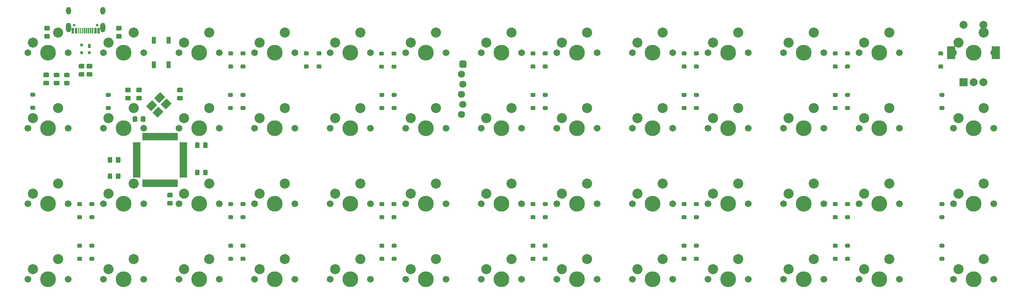
<source format=gbs>
G04 #@! TF.GenerationSoftware,KiCad,Pcbnew,(5.1.4-0)*
G04 #@! TF.CreationDate,2021-10-31T23:19:15-05:00*
G04 #@! TF.ProjectId,pcb,7063622e-6b69-4636-9164-5f7063625858,rev?*
G04 #@! TF.SameCoordinates,Original*
G04 #@! TF.FileFunction,Soldermask,Bot*
G04 #@! TF.FilePolarity,Negative*
%FSLAX46Y46*%
G04 Gerber Fmt 4.6, Leading zero omitted, Abs format (unit mm)*
G04 Created by KiCad (PCBNEW (5.1.4-0)) date 2021-10-31 23:19:15*
%MOMM*%
%LPD*%
G04 APERTURE LIST*
%ADD10C,0.100000*%
%ADD11C,0.600000*%
%ADD12O,1.300000X2.400000*%
%ADD13C,0.300000*%
%ADD14O,1.300000X1.900000*%
%ADD15C,0.650000*%
%ADD16C,1.150000*%
%ADD17C,1.800000*%
%ADD18R,0.800000X0.700000*%
%ADD19R,0.800000X1.100000*%
%ADD20C,1.000000*%
%ADD21C,2.540000*%
%ADD22C,1.701800*%
%ADD23C,3.987800*%
%ADD24R,2.000000X2.000000*%
%ADD25C,2.000000*%
%ADD26R,2.000000X3.200000*%
%ADD27C,1.803400*%
%ADD28R,0.900000X1.900000*%
%ADD29R,1.900000X0.900000*%
%ADD30R,1.100000X1.800000*%
G04 APERTURE END LIST*
D10*
G36*
X99054528Y-46914037D02*
G01*
X99069089Y-46916197D01*
X99083368Y-46919774D01*
X99097228Y-46924733D01*
X99110535Y-46931027D01*
X99123161Y-46938595D01*
X99134984Y-46947363D01*
X99145891Y-46957249D01*
X99155777Y-46968156D01*
X99164545Y-46979979D01*
X99172113Y-46992605D01*
X99178407Y-47005912D01*
X99183366Y-47019772D01*
X99186943Y-47034051D01*
X99189103Y-47048612D01*
X99189825Y-47063315D01*
X99189825Y-48213315D01*
X99189103Y-48228018D01*
X99186943Y-48242579D01*
X99183366Y-48256858D01*
X99178407Y-48270718D01*
X99172113Y-48284025D01*
X99164545Y-48296651D01*
X99155777Y-48308474D01*
X99145891Y-48319381D01*
X99134984Y-48329267D01*
X99123161Y-48338035D01*
X99110535Y-48345603D01*
X99097228Y-48351897D01*
X99083368Y-48356856D01*
X99069089Y-48360433D01*
X99054528Y-48362593D01*
X99039825Y-48363315D01*
X98739825Y-48363315D01*
X98725122Y-48362593D01*
X98710561Y-48360433D01*
X98696282Y-48356856D01*
X98682422Y-48351897D01*
X98669115Y-48345603D01*
X98656489Y-48338035D01*
X98644666Y-48329267D01*
X98633759Y-48319381D01*
X98623873Y-48308474D01*
X98615105Y-48296651D01*
X98607537Y-48284025D01*
X98601243Y-48270718D01*
X98596284Y-48256858D01*
X98592707Y-48242579D01*
X98590547Y-48228018D01*
X98589825Y-48213315D01*
X98589825Y-47063315D01*
X98590547Y-47048612D01*
X98592707Y-47034051D01*
X98596284Y-47019772D01*
X98601243Y-47005912D01*
X98607537Y-46992605D01*
X98615105Y-46979979D01*
X98623873Y-46968156D01*
X98633759Y-46957249D01*
X98644666Y-46947363D01*
X98656489Y-46938595D01*
X98669115Y-46931027D01*
X98682422Y-46924733D01*
X98696282Y-46919774D01*
X98710561Y-46916197D01*
X98725122Y-46914037D01*
X98739825Y-46913315D01*
X99039825Y-46913315D01*
X99054528Y-46914037D01*
X99054528Y-46914037D01*
G37*
D11*
X98889825Y-47638315D03*
D10*
G36*
X99854528Y-46914037D02*
G01*
X99869089Y-46916197D01*
X99883368Y-46919774D01*
X99897228Y-46924733D01*
X99910535Y-46931027D01*
X99923161Y-46938595D01*
X99934984Y-46947363D01*
X99945891Y-46957249D01*
X99955777Y-46968156D01*
X99964545Y-46979979D01*
X99972113Y-46992605D01*
X99978407Y-47005912D01*
X99983366Y-47019772D01*
X99986943Y-47034051D01*
X99989103Y-47048612D01*
X99989825Y-47063315D01*
X99989825Y-48213315D01*
X99989103Y-48228018D01*
X99986943Y-48242579D01*
X99983366Y-48256858D01*
X99978407Y-48270718D01*
X99972113Y-48284025D01*
X99964545Y-48296651D01*
X99955777Y-48308474D01*
X99945891Y-48319381D01*
X99934984Y-48329267D01*
X99923161Y-48338035D01*
X99910535Y-48345603D01*
X99897228Y-48351897D01*
X99883368Y-48356856D01*
X99869089Y-48360433D01*
X99854528Y-48362593D01*
X99839825Y-48363315D01*
X99539825Y-48363315D01*
X99525122Y-48362593D01*
X99510561Y-48360433D01*
X99496282Y-48356856D01*
X99482422Y-48351897D01*
X99469115Y-48345603D01*
X99456489Y-48338035D01*
X99444666Y-48329267D01*
X99433759Y-48319381D01*
X99423873Y-48308474D01*
X99415105Y-48296651D01*
X99407537Y-48284025D01*
X99401243Y-48270718D01*
X99396284Y-48256858D01*
X99392707Y-48242579D01*
X99390547Y-48228018D01*
X99389825Y-48213315D01*
X99389825Y-47063315D01*
X99390547Y-47048612D01*
X99392707Y-47034051D01*
X99396284Y-47019772D01*
X99401243Y-47005912D01*
X99407537Y-46992605D01*
X99415105Y-46979979D01*
X99423873Y-46968156D01*
X99433759Y-46957249D01*
X99444666Y-46947363D01*
X99456489Y-46938595D01*
X99469115Y-46931027D01*
X99482422Y-46924733D01*
X99496282Y-46919774D01*
X99510561Y-46916197D01*
X99525122Y-46914037D01*
X99539825Y-46913315D01*
X99839825Y-46913315D01*
X99854528Y-46914037D01*
X99854528Y-46914037D01*
G37*
D11*
X99689825Y-47638315D03*
D10*
G36*
X94154528Y-46914037D02*
G01*
X94169089Y-46916197D01*
X94183368Y-46919774D01*
X94197228Y-46924733D01*
X94210535Y-46931027D01*
X94223161Y-46938595D01*
X94234984Y-46947363D01*
X94245891Y-46957249D01*
X94255777Y-46968156D01*
X94264545Y-46979979D01*
X94272113Y-46992605D01*
X94278407Y-47005912D01*
X94283366Y-47019772D01*
X94286943Y-47034051D01*
X94289103Y-47048612D01*
X94289825Y-47063315D01*
X94289825Y-48213315D01*
X94289103Y-48228018D01*
X94286943Y-48242579D01*
X94283366Y-48256858D01*
X94278407Y-48270718D01*
X94272113Y-48284025D01*
X94264545Y-48296651D01*
X94255777Y-48308474D01*
X94245891Y-48319381D01*
X94234984Y-48329267D01*
X94223161Y-48338035D01*
X94210535Y-48345603D01*
X94197228Y-48351897D01*
X94183368Y-48356856D01*
X94169089Y-48360433D01*
X94154528Y-48362593D01*
X94139825Y-48363315D01*
X93839825Y-48363315D01*
X93825122Y-48362593D01*
X93810561Y-48360433D01*
X93796282Y-48356856D01*
X93782422Y-48351897D01*
X93769115Y-48345603D01*
X93756489Y-48338035D01*
X93744666Y-48329267D01*
X93733759Y-48319381D01*
X93723873Y-48308474D01*
X93715105Y-48296651D01*
X93707537Y-48284025D01*
X93701243Y-48270718D01*
X93696284Y-48256858D01*
X93692707Y-48242579D01*
X93690547Y-48228018D01*
X93689825Y-48213315D01*
X93689825Y-47063315D01*
X93690547Y-47048612D01*
X93692707Y-47034051D01*
X93696284Y-47019772D01*
X93701243Y-47005912D01*
X93707537Y-46992605D01*
X93715105Y-46979979D01*
X93723873Y-46968156D01*
X93733759Y-46957249D01*
X93744666Y-46947363D01*
X93756489Y-46938595D01*
X93769115Y-46931027D01*
X93782422Y-46924733D01*
X93796282Y-46919774D01*
X93810561Y-46916197D01*
X93825122Y-46914037D01*
X93839825Y-46913315D01*
X94139825Y-46913315D01*
X94154528Y-46914037D01*
X94154528Y-46914037D01*
G37*
D11*
X93989825Y-47638315D03*
D12*
X92139825Y-46863315D03*
D10*
G36*
X96772176Y-46913676D02*
G01*
X96779457Y-46914756D01*
X96786596Y-46916544D01*
X96793526Y-46919024D01*
X96800180Y-46922171D01*
X96806493Y-46925955D01*
X96812404Y-46930339D01*
X96817858Y-46935282D01*
X96822801Y-46940736D01*
X96827185Y-46946647D01*
X96830969Y-46952960D01*
X96834116Y-46959614D01*
X96836596Y-46966544D01*
X96838384Y-46973683D01*
X96839464Y-46980964D01*
X96839825Y-46988315D01*
X96839825Y-48288315D01*
X96839464Y-48295666D01*
X96838384Y-48302947D01*
X96836596Y-48310086D01*
X96834116Y-48317016D01*
X96830969Y-48323670D01*
X96827185Y-48329983D01*
X96822801Y-48335894D01*
X96817858Y-48341348D01*
X96812404Y-48346291D01*
X96806493Y-48350675D01*
X96800180Y-48354459D01*
X96793526Y-48357606D01*
X96786596Y-48360086D01*
X96779457Y-48361874D01*
X96772176Y-48362954D01*
X96764825Y-48363315D01*
X96614825Y-48363315D01*
X96607474Y-48362954D01*
X96600193Y-48361874D01*
X96593054Y-48360086D01*
X96586124Y-48357606D01*
X96579470Y-48354459D01*
X96573157Y-48350675D01*
X96567246Y-48346291D01*
X96561792Y-48341348D01*
X96556849Y-48335894D01*
X96552465Y-48329983D01*
X96548681Y-48323670D01*
X96545534Y-48317016D01*
X96543054Y-48310086D01*
X96541266Y-48302947D01*
X96540186Y-48295666D01*
X96539825Y-48288315D01*
X96539825Y-46988315D01*
X96540186Y-46980964D01*
X96541266Y-46973683D01*
X96543054Y-46966544D01*
X96545534Y-46959614D01*
X96548681Y-46952960D01*
X96552465Y-46946647D01*
X96556849Y-46940736D01*
X96561792Y-46935282D01*
X96567246Y-46930339D01*
X96573157Y-46925955D01*
X96579470Y-46922171D01*
X96586124Y-46919024D01*
X96593054Y-46916544D01*
X96600193Y-46914756D01*
X96607474Y-46913676D01*
X96614825Y-46913315D01*
X96764825Y-46913315D01*
X96772176Y-46913676D01*
X96772176Y-46913676D01*
G37*
D13*
X96689825Y-47638315D03*
D10*
G36*
X97272176Y-46913676D02*
G01*
X97279457Y-46914756D01*
X97286596Y-46916544D01*
X97293526Y-46919024D01*
X97300180Y-46922171D01*
X97306493Y-46925955D01*
X97312404Y-46930339D01*
X97317858Y-46935282D01*
X97322801Y-46940736D01*
X97327185Y-46946647D01*
X97330969Y-46952960D01*
X97334116Y-46959614D01*
X97336596Y-46966544D01*
X97338384Y-46973683D01*
X97339464Y-46980964D01*
X97339825Y-46988315D01*
X97339825Y-48288315D01*
X97339464Y-48295666D01*
X97338384Y-48302947D01*
X97336596Y-48310086D01*
X97334116Y-48317016D01*
X97330969Y-48323670D01*
X97327185Y-48329983D01*
X97322801Y-48335894D01*
X97317858Y-48341348D01*
X97312404Y-48346291D01*
X97306493Y-48350675D01*
X97300180Y-48354459D01*
X97293526Y-48357606D01*
X97286596Y-48360086D01*
X97279457Y-48361874D01*
X97272176Y-48362954D01*
X97264825Y-48363315D01*
X97114825Y-48363315D01*
X97107474Y-48362954D01*
X97100193Y-48361874D01*
X97093054Y-48360086D01*
X97086124Y-48357606D01*
X97079470Y-48354459D01*
X97073157Y-48350675D01*
X97067246Y-48346291D01*
X97061792Y-48341348D01*
X97056849Y-48335894D01*
X97052465Y-48329983D01*
X97048681Y-48323670D01*
X97045534Y-48317016D01*
X97043054Y-48310086D01*
X97041266Y-48302947D01*
X97040186Y-48295666D01*
X97039825Y-48288315D01*
X97039825Y-46988315D01*
X97040186Y-46980964D01*
X97041266Y-46973683D01*
X97043054Y-46966544D01*
X97045534Y-46959614D01*
X97048681Y-46952960D01*
X97052465Y-46946647D01*
X97056849Y-46940736D01*
X97061792Y-46935282D01*
X97067246Y-46930339D01*
X97073157Y-46925955D01*
X97079470Y-46922171D01*
X97086124Y-46919024D01*
X97093054Y-46916544D01*
X97100193Y-46914756D01*
X97107474Y-46913676D01*
X97114825Y-46913315D01*
X97264825Y-46913315D01*
X97272176Y-46913676D01*
X97272176Y-46913676D01*
G37*
D13*
X97189825Y-47638315D03*
D10*
G36*
X97772176Y-46913676D02*
G01*
X97779457Y-46914756D01*
X97786596Y-46916544D01*
X97793526Y-46919024D01*
X97800180Y-46922171D01*
X97806493Y-46925955D01*
X97812404Y-46930339D01*
X97817858Y-46935282D01*
X97822801Y-46940736D01*
X97827185Y-46946647D01*
X97830969Y-46952960D01*
X97834116Y-46959614D01*
X97836596Y-46966544D01*
X97838384Y-46973683D01*
X97839464Y-46980964D01*
X97839825Y-46988315D01*
X97839825Y-48288315D01*
X97839464Y-48295666D01*
X97838384Y-48302947D01*
X97836596Y-48310086D01*
X97834116Y-48317016D01*
X97830969Y-48323670D01*
X97827185Y-48329983D01*
X97822801Y-48335894D01*
X97817858Y-48341348D01*
X97812404Y-48346291D01*
X97806493Y-48350675D01*
X97800180Y-48354459D01*
X97793526Y-48357606D01*
X97786596Y-48360086D01*
X97779457Y-48361874D01*
X97772176Y-48362954D01*
X97764825Y-48363315D01*
X97614825Y-48363315D01*
X97607474Y-48362954D01*
X97600193Y-48361874D01*
X97593054Y-48360086D01*
X97586124Y-48357606D01*
X97579470Y-48354459D01*
X97573157Y-48350675D01*
X97567246Y-48346291D01*
X97561792Y-48341348D01*
X97556849Y-48335894D01*
X97552465Y-48329983D01*
X97548681Y-48323670D01*
X97545534Y-48317016D01*
X97543054Y-48310086D01*
X97541266Y-48302947D01*
X97540186Y-48295666D01*
X97539825Y-48288315D01*
X97539825Y-46988315D01*
X97540186Y-46980964D01*
X97541266Y-46973683D01*
X97543054Y-46966544D01*
X97545534Y-46959614D01*
X97548681Y-46952960D01*
X97552465Y-46946647D01*
X97556849Y-46940736D01*
X97561792Y-46935282D01*
X97567246Y-46930339D01*
X97573157Y-46925955D01*
X97579470Y-46922171D01*
X97586124Y-46919024D01*
X97593054Y-46916544D01*
X97600193Y-46914756D01*
X97607474Y-46913676D01*
X97614825Y-46913315D01*
X97764825Y-46913315D01*
X97772176Y-46913676D01*
X97772176Y-46913676D01*
G37*
D13*
X97689825Y-47638315D03*
D10*
G36*
X98272176Y-46913676D02*
G01*
X98279457Y-46914756D01*
X98286596Y-46916544D01*
X98293526Y-46919024D01*
X98300180Y-46922171D01*
X98306493Y-46925955D01*
X98312404Y-46930339D01*
X98317858Y-46935282D01*
X98322801Y-46940736D01*
X98327185Y-46946647D01*
X98330969Y-46952960D01*
X98334116Y-46959614D01*
X98336596Y-46966544D01*
X98338384Y-46973683D01*
X98339464Y-46980964D01*
X98339825Y-46988315D01*
X98339825Y-48288315D01*
X98339464Y-48295666D01*
X98338384Y-48302947D01*
X98336596Y-48310086D01*
X98334116Y-48317016D01*
X98330969Y-48323670D01*
X98327185Y-48329983D01*
X98322801Y-48335894D01*
X98317858Y-48341348D01*
X98312404Y-48346291D01*
X98306493Y-48350675D01*
X98300180Y-48354459D01*
X98293526Y-48357606D01*
X98286596Y-48360086D01*
X98279457Y-48361874D01*
X98272176Y-48362954D01*
X98264825Y-48363315D01*
X98114825Y-48363315D01*
X98107474Y-48362954D01*
X98100193Y-48361874D01*
X98093054Y-48360086D01*
X98086124Y-48357606D01*
X98079470Y-48354459D01*
X98073157Y-48350675D01*
X98067246Y-48346291D01*
X98061792Y-48341348D01*
X98056849Y-48335894D01*
X98052465Y-48329983D01*
X98048681Y-48323670D01*
X98045534Y-48317016D01*
X98043054Y-48310086D01*
X98041266Y-48302947D01*
X98040186Y-48295666D01*
X98039825Y-48288315D01*
X98039825Y-46988315D01*
X98040186Y-46980964D01*
X98041266Y-46973683D01*
X98043054Y-46966544D01*
X98045534Y-46959614D01*
X98048681Y-46952960D01*
X98052465Y-46946647D01*
X98056849Y-46940736D01*
X98061792Y-46935282D01*
X98067246Y-46930339D01*
X98073157Y-46925955D01*
X98079470Y-46922171D01*
X98086124Y-46919024D01*
X98093054Y-46916544D01*
X98100193Y-46914756D01*
X98107474Y-46913676D01*
X98114825Y-46913315D01*
X98264825Y-46913315D01*
X98272176Y-46913676D01*
X98272176Y-46913676D01*
G37*
D13*
X98189825Y-47638315D03*
D10*
G36*
X96268176Y-46913676D02*
G01*
X96275457Y-46914756D01*
X96282596Y-46916544D01*
X96289526Y-46919024D01*
X96296180Y-46922171D01*
X96302493Y-46925955D01*
X96308404Y-46930339D01*
X96313858Y-46935282D01*
X96318801Y-46940736D01*
X96323185Y-46946647D01*
X96326969Y-46952960D01*
X96330116Y-46959614D01*
X96332596Y-46966544D01*
X96334384Y-46973683D01*
X96335464Y-46980964D01*
X96335825Y-46988315D01*
X96335825Y-48288315D01*
X96335464Y-48295666D01*
X96334384Y-48302947D01*
X96332596Y-48310086D01*
X96330116Y-48317016D01*
X96326969Y-48323670D01*
X96323185Y-48329983D01*
X96318801Y-48335894D01*
X96313858Y-48341348D01*
X96308404Y-48346291D01*
X96302493Y-48350675D01*
X96296180Y-48354459D01*
X96289526Y-48357606D01*
X96282596Y-48360086D01*
X96275457Y-48361874D01*
X96268176Y-48362954D01*
X96260825Y-48363315D01*
X96110825Y-48363315D01*
X96103474Y-48362954D01*
X96096193Y-48361874D01*
X96089054Y-48360086D01*
X96082124Y-48357606D01*
X96075470Y-48354459D01*
X96069157Y-48350675D01*
X96063246Y-48346291D01*
X96057792Y-48341348D01*
X96052849Y-48335894D01*
X96048465Y-48329983D01*
X96044681Y-48323670D01*
X96041534Y-48317016D01*
X96039054Y-48310086D01*
X96037266Y-48302947D01*
X96036186Y-48295666D01*
X96035825Y-48288315D01*
X96035825Y-46988315D01*
X96036186Y-46980964D01*
X96037266Y-46973683D01*
X96039054Y-46966544D01*
X96041534Y-46959614D01*
X96044681Y-46952960D01*
X96048465Y-46946647D01*
X96052849Y-46940736D01*
X96057792Y-46935282D01*
X96063246Y-46930339D01*
X96069157Y-46925955D01*
X96075470Y-46922171D01*
X96082124Y-46919024D01*
X96089054Y-46916544D01*
X96096193Y-46914756D01*
X96103474Y-46913676D01*
X96110825Y-46913315D01*
X96260825Y-46913315D01*
X96268176Y-46913676D01*
X96268176Y-46913676D01*
G37*
D13*
X96185825Y-47638315D03*
D10*
G36*
X95772176Y-46913676D02*
G01*
X95779457Y-46914756D01*
X95786596Y-46916544D01*
X95793526Y-46919024D01*
X95800180Y-46922171D01*
X95806493Y-46925955D01*
X95812404Y-46930339D01*
X95817858Y-46935282D01*
X95822801Y-46940736D01*
X95827185Y-46946647D01*
X95830969Y-46952960D01*
X95834116Y-46959614D01*
X95836596Y-46966544D01*
X95838384Y-46973683D01*
X95839464Y-46980964D01*
X95839825Y-46988315D01*
X95839825Y-48288315D01*
X95839464Y-48295666D01*
X95838384Y-48302947D01*
X95836596Y-48310086D01*
X95834116Y-48317016D01*
X95830969Y-48323670D01*
X95827185Y-48329983D01*
X95822801Y-48335894D01*
X95817858Y-48341348D01*
X95812404Y-48346291D01*
X95806493Y-48350675D01*
X95800180Y-48354459D01*
X95793526Y-48357606D01*
X95786596Y-48360086D01*
X95779457Y-48361874D01*
X95772176Y-48362954D01*
X95764825Y-48363315D01*
X95614825Y-48363315D01*
X95607474Y-48362954D01*
X95600193Y-48361874D01*
X95593054Y-48360086D01*
X95586124Y-48357606D01*
X95579470Y-48354459D01*
X95573157Y-48350675D01*
X95567246Y-48346291D01*
X95561792Y-48341348D01*
X95556849Y-48335894D01*
X95552465Y-48329983D01*
X95548681Y-48323670D01*
X95545534Y-48317016D01*
X95543054Y-48310086D01*
X95541266Y-48302947D01*
X95540186Y-48295666D01*
X95539825Y-48288315D01*
X95539825Y-46988315D01*
X95540186Y-46980964D01*
X95541266Y-46973683D01*
X95543054Y-46966544D01*
X95545534Y-46959614D01*
X95548681Y-46952960D01*
X95552465Y-46946647D01*
X95556849Y-46940736D01*
X95561792Y-46935282D01*
X95567246Y-46930339D01*
X95573157Y-46925955D01*
X95579470Y-46922171D01*
X95586124Y-46919024D01*
X95593054Y-46916544D01*
X95600193Y-46914756D01*
X95607474Y-46913676D01*
X95614825Y-46913315D01*
X95764825Y-46913315D01*
X95772176Y-46913676D01*
X95772176Y-46913676D01*
G37*
D13*
X95689825Y-47638315D03*
D10*
G36*
X95272176Y-46913676D02*
G01*
X95279457Y-46914756D01*
X95286596Y-46916544D01*
X95293526Y-46919024D01*
X95300180Y-46922171D01*
X95306493Y-46925955D01*
X95312404Y-46930339D01*
X95317858Y-46935282D01*
X95322801Y-46940736D01*
X95327185Y-46946647D01*
X95330969Y-46952960D01*
X95334116Y-46959614D01*
X95336596Y-46966544D01*
X95338384Y-46973683D01*
X95339464Y-46980964D01*
X95339825Y-46988315D01*
X95339825Y-48288315D01*
X95339464Y-48295666D01*
X95338384Y-48302947D01*
X95336596Y-48310086D01*
X95334116Y-48317016D01*
X95330969Y-48323670D01*
X95327185Y-48329983D01*
X95322801Y-48335894D01*
X95317858Y-48341348D01*
X95312404Y-48346291D01*
X95306493Y-48350675D01*
X95300180Y-48354459D01*
X95293526Y-48357606D01*
X95286596Y-48360086D01*
X95279457Y-48361874D01*
X95272176Y-48362954D01*
X95264825Y-48363315D01*
X95114825Y-48363315D01*
X95107474Y-48362954D01*
X95100193Y-48361874D01*
X95093054Y-48360086D01*
X95086124Y-48357606D01*
X95079470Y-48354459D01*
X95073157Y-48350675D01*
X95067246Y-48346291D01*
X95061792Y-48341348D01*
X95056849Y-48335894D01*
X95052465Y-48329983D01*
X95048681Y-48323670D01*
X95045534Y-48317016D01*
X95043054Y-48310086D01*
X95041266Y-48302947D01*
X95040186Y-48295666D01*
X95039825Y-48288315D01*
X95039825Y-46988315D01*
X95040186Y-46980964D01*
X95041266Y-46973683D01*
X95043054Y-46966544D01*
X95045534Y-46959614D01*
X95048681Y-46952960D01*
X95052465Y-46946647D01*
X95056849Y-46940736D01*
X95061792Y-46935282D01*
X95067246Y-46930339D01*
X95073157Y-46925955D01*
X95079470Y-46922171D01*
X95086124Y-46919024D01*
X95093054Y-46916544D01*
X95100193Y-46914756D01*
X95107474Y-46913676D01*
X95114825Y-46913315D01*
X95264825Y-46913315D01*
X95272176Y-46913676D01*
X95272176Y-46913676D01*
G37*
D13*
X95189825Y-47638315D03*
D10*
G36*
X94772176Y-46913676D02*
G01*
X94779457Y-46914756D01*
X94786596Y-46916544D01*
X94793526Y-46919024D01*
X94800180Y-46922171D01*
X94806493Y-46925955D01*
X94812404Y-46930339D01*
X94817858Y-46935282D01*
X94822801Y-46940736D01*
X94827185Y-46946647D01*
X94830969Y-46952960D01*
X94834116Y-46959614D01*
X94836596Y-46966544D01*
X94838384Y-46973683D01*
X94839464Y-46980964D01*
X94839825Y-46988315D01*
X94839825Y-48288315D01*
X94839464Y-48295666D01*
X94838384Y-48302947D01*
X94836596Y-48310086D01*
X94834116Y-48317016D01*
X94830969Y-48323670D01*
X94827185Y-48329983D01*
X94822801Y-48335894D01*
X94817858Y-48341348D01*
X94812404Y-48346291D01*
X94806493Y-48350675D01*
X94800180Y-48354459D01*
X94793526Y-48357606D01*
X94786596Y-48360086D01*
X94779457Y-48361874D01*
X94772176Y-48362954D01*
X94764825Y-48363315D01*
X94614825Y-48363315D01*
X94607474Y-48362954D01*
X94600193Y-48361874D01*
X94593054Y-48360086D01*
X94586124Y-48357606D01*
X94579470Y-48354459D01*
X94573157Y-48350675D01*
X94567246Y-48346291D01*
X94561792Y-48341348D01*
X94556849Y-48335894D01*
X94552465Y-48329983D01*
X94548681Y-48323670D01*
X94545534Y-48317016D01*
X94543054Y-48310086D01*
X94541266Y-48302947D01*
X94540186Y-48295666D01*
X94539825Y-48288315D01*
X94539825Y-46988315D01*
X94540186Y-46980964D01*
X94541266Y-46973683D01*
X94543054Y-46966544D01*
X94545534Y-46959614D01*
X94548681Y-46952960D01*
X94552465Y-46946647D01*
X94556849Y-46940736D01*
X94561792Y-46935282D01*
X94567246Y-46930339D01*
X94573157Y-46925955D01*
X94579470Y-46922171D01*
X94586124Y-46919024D01*
X94593054Y-46916544D01*
X94600193Y-46914756D01*
X94607474Y-46913676D01*
X94614825Y-46913315D01*
X94764825Y-46913315D01*
X94772176Y-46913676D01*
X94772176Y-46913676D01*
G37*
D13*
X94689825Y-47638315D03*
D10*
G36*
X93354528Y-46914037D02*
G01*
X93369089Y-46916197D01*
X93383368Y-46919774D01*
X93397228Y-46924733D01*
X93410535Y-46931027D01*
X93423161Y-46938595D01*
X93434984Y-46947363D01*
X93445891Y-46957249D01*
X93455777Y-46968156D01*
X93464545Y-46979979D01*
X93472113Y-46992605D01*
X93478407Y-47005912D01*
X93483366Y-47019772D01*
X93486943Y-47034051D01*
X93489103Y-47048612D01*
X93489825Y-47063315D01*
X93489825Y-48213315D01*
X93489103Y-48228018D01*
X93486943Y-48242579D01*
X93483366Y-48256858D01*
X93478407Y-48270718D01*
X93472113Y-48284025D01*
X93464545Y-48296651D01*
X93455777Y-48308474D01*
X93445891Y-48319381D01*
X93434984Y-48329267D01*
X93423161Y-48338035D01*
X93410535Y-48345603D01*
X93397228Y-48351897D01*
X93383368Y-48356856D01*
X93369089Y-48360433D01*
X93354528Y-48362593D01*
X93339825Y-48363315D01*
X93039825Y-48363315D01*
X93025122Y-48362593D01*
X93010561Y-48360433D01*
X92996282Y-48356856D01*
X92982422Y-48351897D01*
X92969115Y-48345603D01*
X92956489Y-48338035D01*
X92944666Y-48329267D01*
X92933759Y-48319381D01*
X92923873Y-48308474D01*
X92915105Y-48296651D01*
X92907537Y-48284025D01*
X92901243Y-48270718D01*
X92896284Y-48256858D01*
X92892707Y-48242579D01*
X92890547Y-48228018D01*
X92889825Y-48213315D01*
X92889825Y-47063315D01*
X92890547Y-47048612D01*
X92892707Y-47034051D01*
X92896284Y-47019772D01*
X92901243Y-47005912D01*
X92907537Y-46992605D01*
X92915105Y-46979979D01*
X92923873Y-46968156D01*
X92933759Y-46957249D01*
X92944666Y-46947363D01*
X92956489Y-46938595D01*
X92969115Y-46931027D01*
X92982422Y-46924733D01*
X92996282Y-46919774D01*
X93010561Y-46916197D01*
X93025122Y-46914037D01*
X93039825Y-46913315D01*
X93339825Y-46913315D01*
X93354528Y-46914037D01*
X93354528Y-46914037D01*
G37*
D11*
X93189825Y-47638315D03*
D14*
X92139825Y-42663315D03*
D15*
X93549825Y-46312315D03*
X99329825Y-46312315D03*
D14*
X100739825Y-42663315D03*
D12*
X100739825Y-46863315D03*
D10*
G36*
X126965130Y-75857454D02*
G01*
X126989398Y-75861054D01*
X127013197Y-75867015D01*
X127036296Y-75875280D01*
X127058475Y-75885770D01*
X127079518Y-75898382D01*
X127099224Y-75912997D01*
X127117402Y-75929473D01*
X127133878Y-75947651D01*
X127148493Y-75967357D01*
X127161105Y-75988400D01*
X127171595Y-76010579D01*
X127179860Y-76033678D01*
X127185821Y-76057477D01*
X127189421Y-76081745D01*
X127190625Y-76106249D01*
X127190625Y-77006251D01*
X127189421Y-77030755D01*
X127185821Y-77055023D01*
X127179860Y-77078822D01*
X127171595Y-77101921D01*
X127161105Y-77124100D01*
X127148493Y-77145143D01*
X127133878Y-77164849D01*
X127117402Y-77183027D01*
X127099224Y-77199503D01*
X127079518Y-77214118D01*
X127058475Y-77226730D01*
X127036296Y-77237220D01*
X127013197Y-77245485D01*
X126989398Y-77251446D01*
X126965130Y-77255046D01*
X126940626Y-77256250D01*
X126290624Y-77256250D01*
X126266120Y-77255046D01*
X126241852Y-77251446D01*
X126218053Y-77245485D01*
X126194954Y-77237220D01*
X126172775Y-77226730D01*
X126151732Y-77214118D01*
X126132026Y-77199503D01*
X126113848Y-77183027D01*
X126097372Y-77164849D01*
X126082757Y-77145143D01*
X126070145Y-77124100D01*
X126059655Y-77101921D01*
X126051390Y-77078822D01*
X126045429Y-77055023D01*
X126041829Y-77030755D01*
X126040625Y-77006251D01*
X126040625Y-76106249D01*
X126041829Y-76081745D01*
X126045429Y-76057477D01*
X126051390Y-76033678D01*
X126059655Y-76010579D01*
X126070145Y-75988400D01*
X126082757Y-75967357D01*
X126097372Y-75947651D01*
X126113848Y-75929473D01*
X126132026Y-75912997D01*
X126151732Y-75898382D01*
X126172775Y-75885770D01*
X126194954Y-75875280D01*
X126218053Y-75867015D01*
X126241852Y-75861054D01*
X126266120Y-75857454D01*
X126290624Y-75856250D01*
X126940626Y-75856250D01*
X126965130Y-75857454D01*
X126965130Y-75857454D01*
G37*
D16*
X126615625Y-76556250D03*
D10*
G36*
X124915130Y-75857454D02*
G01*
X124939398Y-75861054D01*
X124963197Y-75867015D01*
X124986296Y-75875280D01*
X125008475Y-75885770D01*
X125029518Y-75898382D01*
X125049224Y-75912997D01*
X125067402Y-75929473D01*
X125083878Y-75947651D01*
X125098493Y-75967357D01*
X125111105Y-75988400D01*
X125121595Y-76010579D01*
X125129860Y-76033678D01*
X125135821Y-76057477D01*
X125139421Y-76081745D01*
X125140625Y-76106249D01*
X125140625Y-77006251D01*
X125139421Y-77030755D01*
X125135821Y-77055023D01*
X125129860Y-77078822D01*
X125121595Y-77101921D01*
X125111105Y-77124100D01*
X125098493Y-77145143D01*
X125083878Y-77164849D01*
X125067402Y-77183027D01*
X125049224Y-77199503D01*
X125029518Y-77214118D01*
X125008475Y-77226730D01*
X124986296Y-77237220D01*
X124963197Y-77245485D01*
X124939398Y-77251446D01*
X124915130Y-77255046D01*
X124890626Y-77256250D01*
X124240624Y-77256250D01*
X124216120Y-77255046D01*
X124191852Y-77251446D01*
X124168053Y-77245485D01*
X124144954Y-77237220D01*
X124122775Y-77226730D01*
X124101732Y-77214118D01*
X124082026Y-77199503D01*
X124063848Y-77183027D01*
X124047372Y-77164849D01*
X124032757Y-77145143D01*
X124020145Y-77124100D01*
X124009655Y-77101921D01*
X124001390Y-77078822D01*
X123995429Y-77055023D01*
X123991829Y-77030755D01*
X123990625Y-77006251D01*
X123990625Y-76106249D01*
X123991829Y-76081745D01*
X123995429Y-76057477D01*
X124001390Y-76033678D01*
X124009655Y-76010579D01*
X124020145Y-75988400D01*
X124032757Y-75967357D01*
X124047372Y-75947651D01*
X124063848Y-75929473D01*
X124082026Y-75912997D01*
X124101732Y-75898382D01*
X124122775Y-75885770D01*
X124144954Y-75875280D01*
X124168053Y-75867015D01*
X124191852Y-75861054D01*
X124216120Y-75857454D01*
X124240624Y-75856250D01*
X124890626Y-75856250D01*
X124915130Y-75857454D01*
X124915130Y-75857454D01*
G37*
D16*
X124565625Y-76556250D03*
D17*
X113052147Y-66568382D03*
D10*
G36*
X112946081Y-67947240D02*
G01*
X111673289Y-66674448D01*
X113158213Y-65189524D01*
X114431005Y-66462316D01*
X112946081Y-67947240D01*
X112946081Y-67947240D01*
G37*
D17*
X115102757Y-64517772D03*
D10*
G36*
X114996691Y-65896630D02*
G01*
X113723899Y-64623838D01*
X115208823Y-63138914D01*
X116481615Y-64411706D01*
X114996691Y-65896630D01*
X114996691Y-65896630D01*
G37*
D17*
X116729103Y-66144118D03*
D10*
G36*
X116623037Y-67522976D02*
G01*
X115350245Y-66250184D01*
X116835169Y-64765260D01*
X118107961Y-66038052D01*
X116623037Y-67522976D01*
X116623037Y-67522976D01*
G37*
D17*
X114678493Y-68194728D03*
D10*
G36*
X114572427Y-69573586D02*
G01*
X113299635Y-68300794D01*
X114784559Y-66815870D01*
X116057351Y-68088662D01*
X114572427Y-69573586D01*
X114572427Y-69573586D01*
G37*
G36*
X118165130Y-90607454D02*
G01*
X118189398Y-90611054D01*
X118213197Y-90617015D01*
X118236296Y-90625280D01*
X118258475Y-90635770D01*
X118279518Y-90648382D01*
X118299224Y-90662997D01*
X118317402Y-90679473D01*
X118333878Y-90697651D01*
X118348493Y-90717357D01*
X118361105Y-90738400D01*
X118371595Y-90760579D01*
X118379860Y-90783678D01*
X118385821Y-90807477D01*
X118389421Y-90831745D01*
X118390625Y-90856249D01*
X118390625Y-91506251D01*
X118389421Y-91530755D01*
X118385821Y-91555023D01*
X118379860Y-91578822D01*
X118371595Y-91601921D01*
X118361105Y-91624100D01*
X118348493Y-91645143D01*
X118333878Y-91664849D01*
X118317402Y-91683027D01*
X118299224Y-91699503D01*
X118279518Y-91714118D01*
X118258475Y-91726730D01*
X118236296Y-91737220D01*
X118213197Y-91745485D01*
X118189398Y-91751446D01*
X118165130Y-91755046D01*
X118140626Y-91756250D01*
X117240624Y-91756250D01*
X117216120Y-91755046D01*
X117191852Y-91751446D01*
X117168053Y-91745485D01*
X117144954Y-91737220D01*
X117122775Y-91726730D01*
X117101732Y-91714118D01*
X117082026Y-91699503D01*
X117063848Y-91683027D01*
X117047372Y-91664849D01*
X117032757Y-91645143D01*
X117020145Y-91624100D01*
X117009655Y-91601921D01*
X117001390Y-91578822D01*
X116995429Y-91555023D01*
X116991829Y-91530755D01*
X116990625Y-91506251D01*
X116990625Y-90856249D01*
X116991829Y-90831745D01*
X116995429Y-90807477D01*
X117001390Y-90783678D01*
X117009655Y-90760579D01*
X117020145Y-90738400D01*
X117032757Y-90717357D01*
X117047372Y-90697651D01*
X117063848Y-90679473D01*
X117082026Y-90662997D01*
X117101732Y-90648382D01*
X117122775Y-90635770D01*
X117144954Y-90625280D01*
X117168053Y-90617015D01*
X117191852Y-90611054D01*
X117216120Y-90607454D01*
X117240624Y-90606250D01*
X118140626Y-90606250D01*
X118165130Y-90607454D01*
X118165130Y-90607454D01*
G37*
D16*
X117690625Y-91181250D03*
D10*
G36*
X118165130Y-88557454D02*
G01*
X118189398Y-88561054D01*
X118213197Y-88567015D01*
X118236296Y-88575280D01*
X118258475Y-88585770D01*
X118279518Y-88598382D01*
X118299224Y-88612997D01*
X118317402Y-88629473D01*
X118333878Y-88647651D01*
X118348493Y-88667357D01*
X118361105Y-88688400D01*
X118371595Y-88710579D01*
X118379860Y-88733678D01*
X118385821Y-88757477D01*
X118389421Y-88781745D01*
X118390625Y-88806249D01*
X118390625Y-89456251D01*
X118389421Y-89480755D01*
X118385821Y-89505023D01*
X118379860Y-89528822D01*
X118371595Y-89551921D01*
X118361105Y-89574100D01*
X118348493Y-89595143D01*
X118333878Y-89614849D01*
X118317402Y-89633027D01*
X118299224Y-89649503D01*
X118279518Y-89664118D01*
X118258475Y-89676730D01*
X118236296Y-89687220D01*
X118213197Y-89695485D01*
X118189398Y-89701446D01*
X118165130Y-89705046D01*
X118140626Y-89706250D01*
X117240624Y-89706250D01*
X117216120Y-89705046D01*
X117191852Y-89701446D01*
X117168053Y-89695485D01*
X117144954Y-89687220D01*
X117122775Y-89676730D01*
X117101732Y-89664118D01*
X117082026Y-89649503D01*
X117063848Y-89633027D01*
X117047372Y-89614849D01*
X117032757Y-89595143D01*
X117020145Y-89574100D01*
X117009655Y-89551921D01*
X117001390Y-89528822D01*
X116995429Y-89505023D01*
X116991829Y-89480755D01*
X116990625Y-89456251D01*
X116990625Y-88806249D01*
X116991829Y-88781745D01*
X116995429Y-88757477D01*
X117001390Y-88733678D01*
X117009655Y-88710579D01*
X117020145Y-88688400D01*
X117032757Y-88667357D01*
X117047372Y-88647651D01*
X117063848Y-88629473D01*
X117082026Y-88612997D01*
X117101732Y-88598382D01*
X117122775Y-88585770D01*
X117144954Y-88575280D01*
X117168053Y-88567015D01*
X117191852Y-88561054D01*
X117216120Y-88557454D01*
X117240624Y-88556250D01*
X118140626Y-88556250D01*
X118165130Y-88557454D01*
X118165130Y-88557454D01*
G37*
D16*
X117690625Y-89131250D03*
D18*
X95390625Y-51292186D03*
X95390625Y-53192186D03*
X97390625Y-53192186D03*
D19*
X97390625Y-51492186D03*
D10*
G36*
X312365129Y-52907454D02*
G01*
X312389398Y-52911054D01*
X312413196Y-52917015D01*
X312436296Y-52925280D01*
X312458474Y-52935770D01*
X312479518Y-52948383D01*
X312499223Y-52962997D01*
X312517402Y-52979473D01*
X312533878Y-52997652D01*
X312548492Y-53017357D01*
X312561105Y-53038401D01*
X312571595Y-53060579D01*
X312579860Y-53083679D01*
X312585821Y-53107477D01*
X312589421Y-53131746D01*
X312590625Y-53156250D01*
X312590625Y-53656250D01*
X312589421Y-53680754D01*
X312585821Y-53705023D01*
X312579860Y-53728821D01*
X312571595Y-53751921D01*
X312561105Y-53774099D01*
X312548492Y-53795143D01*
X312533878Y-53814848D01*
X312517402Y-53833027D01*
X312499223Y-53849503D01*
X312479518Y-53864117D01*
X312458474Y-53876730D01*
X312436296Y-53887220D01*
X312413196Y-53895485D01*
X312389398Y-53901446D01*
X312365129Y-53905046D01*
X312340625Y-53906250D01*
X311640625Y-53906250D01*
X311616121Y-53905046D01*
X311591852Y-53901446D01*
X311568054Y-53895485D01*
X311544954Y-53887220D01*
X311522776Y-53876730D01*
X311501732Y-53864117D01*
X311482027Y-53849503D01*
X311463848Y-53833027D01*
X311447372Y-53814848D01*
X311432758Y-53795143D01*
X311420145Y-53774099D01*
X311409655Y-53751921D01*
X311401390Y-53728821D01*
X311395429Y-53705023D01*
X311391829Y-53680754D01*
X311390625Y-53656250D01*
X311390625Y-53156250D01*
X311391829Y-53131746D01*
X311395429Y-53107477D01*
X311401390Y-53083679D01*
X311409655Y-53060579D01*
X311420145Y-53038401D01*
X311432758Y-53017357D01*
X311447372Y-52997652D01*
X311463848Y-52979473D01*
X311482027Y-52962997D01*
X311501732Y-52948383D01*
X311522776Y-52935770D01*
X311544954Y-52925280D01*
X311568054Y-52917015D01*
X311591852Y-52911054D01*
X311616121Y-52907454D01*
X311640625Y-52906250D01*
X312340625Y-52906250D01*
X312365129Y-52907454D01*
X312365129Y-52907454D01*
G37*
D20*
X311990625Y-53406250D03*
D10*
G36*
X312365129Y-56207454D02*
G01*
X312389398Y-56211054D01*
X312413196Y-56217015D01*
X312436296Y-56225280D01*
X312458474Y-56235770D01*
X312479518Y-56248383D01*
X312499223Y-56262997D01*
X312517402Y-56279473D01*
X312533878Y-56297652D01*
X312548492Y-56317357D01*
X312561105Y-56338401D01*
X312571595Y-56360579D01*
X312579860Y-56383679D01*
X312585821Y-56407477D01*
X312589421Y-56431746D01*
X312590625Y-56456250D01*
X312590625Y-56956250D01*
X312589421Y-56980754D01*
X312585821Y-57005023D01*
X312579860Y-57028821D01*
X312571595Y-57051921D01*
X312561105Y-57074099D01*
X312548492Y-57095143D01*
X312533878Y-57114848D01*
X312517402Y-57133027D01*
X312499223Y-57149503D01*
X312479518Y-57164117D01*
X312458474Y-57176730D01*
X312436296Y-57187220D01*
X312413196Y-57195485D01*
X312389398Y-57201446D01*
X312365129Y-57205046D01*
X312340625Y-57206250D01*
X311640625Y-57206250D01*
X311616121Y-57205046D01*
X311591852Y-57201446D01*
X311568054Y-57195485D01*
X311544954Y-57187220D01*
X311522776Y-57176730D01*
X311501732Y-57164117D01*
X311482027Y-57149503D01*
X311463848Y-57133027D01*
X311447372Y-57114848D01*
X311432758Y-57095143D01*
X311420145Y-57074099D01*
X311409655Y-57051921D01*
X311401390Y-57028821D01*
X311395429Y-57005023D01*
X311391829Y-56980754D01*
X311390625Y-56956250D01*
X311390625Y-56456250D01*
X311391829Y-56431746D01*
X311395429Y-56407477D01*
X311401390Y-56383679D01*
X311409655Y-56360579D01*
X311420145Y-56338401D01*
X311432758Y-56317357D01*
X311447372Y-56297652D01*
X311463848Y-56279473D01*
X311482027Y-56262997D01*
X311501732Y-56248383D01*
X311522776Y-56235770D01*
X311544954Y-56225280D01*
X311568054Y-56217015D01*
X311591852Y-56211054D01*
X311616121Y-56207454D01*
X311640625Y-56206250D01*
X312340625Y-56206250D01*
X312365129Y-56207454D01*
X312365129Y-56207454D01*
G37*
D20*
X311990625Y-56706250D03*
D10*
G36*
X312665129Y-90907454D02*
G01*
X312689398Y-90911054D01*
X312713196Y-90917015D01*
X312736296Y-90925280D01*
X312758474Y-90935770D01*
X312779518Y-90948383D01*
X312799223Y-90962997D01*
X312817402Y-90979473D01*
X312833878Y-90997652D01*
X312848492Y-91017357D01*
X312861105Y-91038401D01*
X312871595Y-91060579D01*
X312879860Y-91083679D01*
X312885821Y-91107477D01*
X312889421Y-91131746D01*
X312890625Y-91156250D01*
X312890625Y-91656250D01*
X312889421Y-91680754D01*
X312885821Y-91705023D01*
X312879860Y-91728821D01*
X312871595Y-91751921D01*
X312861105Y-91774099D01*
X312848492Y-91795143D01*
X312833878Y-91814848D01*
X312817402Y-91833027D01*
X312799223Y-91849503D01*
X312779518Y-91864117D01*
X312758474Y-91876730D01*
X312736296Y-91887220D01*
X312713196Y-91895485D01*
X312689398Y-91901446D01*
X312665129Y-91905046D01*
X312640625Y-91906250D01*
X311940625Y-91906250D01*
X311916121Y-91905046D01*
X311891852Y-91901446D01*
X311868054Y-91895485D01*
X311844954Y-91887220D01*
X311822776Y-91876730D01*
X311801732Y-91864117D01*
X311782027Y-91849503D01*
X311763848Y-91833027D01*
X311747372Y-91814848D01*
X311732758Y-91795143D01*
X311720145Y-91774099D01*
X311709655Y-91751921D01*
X311701390Y-91728821D01*
X311695429Y-91705023D01*
X311691829Y-91680754D01*
X311690625Y-91656250D01*
X311690625Y-91156250D01*
X311691829Y-91131746D01*
X311695429Y-91107477D01*
X311701390Y-91083679D01*
X311709655Y-91060579D01*
X311720145Y-91038401D01*
X311732758Y-91017357D01*
X311747372Y-90997652D01*
X311763848Y-90979473D01*
X311782027Y-90962997D01*
X311801732Y-90948383D01*
X311822776Y-90935770D01*
X311844954Y-90925280D01*
X311868054Y-90917015D01*
X311891852Y-90911054D01*
X311916121Y-90907454D01*
X311940625Y-90906250D01*
X312640625Y-90906250D01*
X312665129Y-90907454D01*
X312665129Y-90907454D01*
G37*
D20*
X312290625Y-91406250D03*
D10*
G36*
X312665129Y-94207454D02*
G01*
X312689398Y-94211054D01*
X312713196Y-94217015D01*
X312736296Y-94225280D01*
X312758474Y-94235770D01*
X312779518Y-94248383D01*
X312799223Y-94262997D01*
X312817402Y-94279473D01*
X312833878Y-94297652D01*
X312848492Y-94317357D01*
X312861105Y-94338401D01*
X312871595Y-94360579D01*
X312879860Y-94383679D01*
X312885821Y-94407477D01*
X312889421Y-94431746D01*
X312890625Y-94456250D01*
X312890625Y-94956250D01*
X312889421Y-94980754D01*
X312885821Y-95005023D01*
X312879860Y-95028821D01*
X312871595Y-95051921D01*
X312861105Y-95074099D01*
X312848492Y-95095143D01*
X312833878Y-95114848D01*
X312817402Y-95133027D01*
X312799223Y-95149503D01*
X312779518Y-95164117D01*
X312758474Y-95176730D01*
X312736296Y-95187220D01*
X312713196Y-95195485D01*
X312689398Y-95201446D01*
X312665129Y-95205046D01*
X312640625Y-95206250D01*
X311940625Y-95206250D01*
X311916121Y-95205046D01*
X311891852Y-95201446D01*
X311868054Y-95195485D01*
X311844954Y-95187220D01*
X311822776Y-95176730D01*
X311801732Y-95164117D01*
X311782027Y-95149503D01*
X311763848Y-95133027D01*
X311747372Y-95114848D01*
X311732758Y-95095143D01*
X311720145Y-95074099D01*
X311709655Y-95051921D01*
X311701390Y-95028821D01*
X311695429Y-95005023D01*
X311691829Y-94980754D01*
X311690625Y-94956250D01*
X311690625Y-94456250D01*
X311691829Y-94431746D01*
X311695429Y-94407477D01*
X311701390Y-94383679D01*
X311709655Y-94360579D01*
X311720145Y-94338401D01*
X311732758Y-94317357D01*
X311747372Y-94297652D01*
X311763848Y-94279473D01*
X311782027Y-94262997D01*
X311801732Y-94248383D01*
X311822776Y-94235770D01*
X311844954Y-94225280D01*
X311868054Y-94217015D01*
X311891852Y-94211054D01*
X311916121Y-94207454D01*
X311940625Y-94206250D01*
X312640625Y-94206250D01*
X312665129Y-94207454D01*
X312665129Y-94207454D01*
G37*
D20*
X312290625Y-94706250D03*
D21*
X316468185Y-69691370D03*
X322818185Y-67151370D03*
D22*
X325358185Y-72231370D03*
X315198185Y-72231370D03*
D23*
X320278185Y-72231370D03*
D21*
X121205625Y-50641250D03*
X127555625Y-48101250D03*
D22*
X130095625Y-53181250D03*
X119935625Y-53181250D03*
D23*
X125015625Y-53181250D03*
D21*
X316468185Y-107791530D03*
X322818185Y-105251530D03*
D22*
X325358185Y-110331530D03*
X315198185Y-110331530D03*
D23*
X320278185Y-110331530D03*
D10*
G36*
X98365129Y-90907454D02*
G01*
X98389398Y-90911054D01*
X98413196Y-90917015D01*
X98436296Y-90925280D01*
X98458474Y-90935770D01*
X98479518Y-90948383D01*
X98499223Y-90962997D01*
X98517402Y-90979473D01*
X98533878Y-90997652D01*
X98548492Y-91017357D01*
X98561105Y-91038401D01*
X98571595Y-91060579D01*
X98579860Y-91083679D01*
X98585821Y-91107477D01*
X98589421Y-91131746D01*
X98590625Y-91156250D01*
X98590625Y-91656250D01*
X98589421Y-91680754D01*
X98585821Y-91705023D01*
X98579860Y-91728821D01*
X98571595Y-91751921D01*
X98561105Y-91774099D01*
X98548492Y-91795143D01*
X98533878Y-91814848D01*
X98517402Y-91833027D01*
X98499223Y-91849503D01*
X98479518Y-91864117D01*
X98458474Y-91876730D01*
X98436296Y-91887220D01*
X98413196Y-91895485D01*
X98389398Y-91901446D01*
X98365129Y-91905046D01*
X98340625Y-91906250D01*
X97640625Y-91906250D01*
X97616121Y-91905046D01*
X97591852Y-91901446D01*
X97568054Y-91895485D01*
X97544954Y-91887220D01*
X97522776Y-91876730D01*
X97501732Y-91864117D01*
X97482027Y-91849503D01*
X97463848Y-91833027D01*
X97447372Y-91814848D01*
X97432758Y-91795143D01*
X97420145Y-91774099D01*
X97409655Y-91751921D01*
X97401390Y-91728821D01*
X97395429Y-91705023D01*
X97391829Y-91680754D01*
X97390625Y-91656250D01*
X97390625Y-91156250D01*
X97391829Y-91131746D01*
X97395429Y-91107477D01*
X97401390Y-91083679D01*
X97409655Y-91060579D01*
X97420145Y-91038401D01*
X97432758Y-91017357D01*
X97447372Y-90997652D01*
X97463848Y-90979473D01*
X97482027Y-90962997D01*
X97501732Y-90948383D01*
X97522776Y-90935770D01*
X97544954Y-90925280D01*
X97568054Y-90917015D01*
X97591852Y-90911054D01*
X97616121Y-90907454D01*
X97640625Y-90906250D01*
X98340625Y-90906250D01*
X98365129Y-90907454D01*
X98365129Y-90907454D01*
G37*
D20*
X97990625Y-91406250D03*
D10*
G36*
X98365129Y-94207454D02*
G01*
X98389398Y-94211054D01*
X98413196Y-94217015D01*
X98436296Y-94225280D01*
X98458474Y-94235770D01*
X98479518Y-94248383D01*
X98499223Y-94262997D01*
X98517402Y-94279473D01*
X98533878Y-94297652D01*
X98548492Y-94317357D01*
X98561105Y-94338401D01*
X98571595Y-94360579D01*
X98579860Y-94383679D01*
X98585821Y-94407477D01*
X98589421Y-94431746D01*
X98590625Y-94456250D01*
X98590625Y-94956250D01*
X98589421Y-94980754D01*
X98585821Y-95005023D01*
X98579860Y-95028821D01*
X98571595Y-95051921D01*
X98561105Y-95074099D01*
X98548492Y-95095143D01*
X98533878Y-95114848D01*
X98517402Y-95133027D01*
X98499223Y-95149503D01*
X98479518Y-95164117D01*
X98458474Y-95176730D01*
X98436296Y-95187220D01*
X98413196Y-95195485D01*
X98389398Y-95201446D01*
X98365129Y-95205046D01*
X98340625Y-95206250D01*
X97640625Y-95206250D01*
X97616121Y-95205046D01*
X97591852Y-95201446D01*
X97568054Y-95195485D01*
X97544954Y-95187220D01*
X97522776Y-95176730D01*
X97501732Y-95164117D01*
X97482027Y-95149503D01*
X97463848Y-95133027D01*
X97447372Y-95114848D01*
X97432758Y-95095143D01*
X97420145Y-95074099D01*
X97409655Y-95051921D01*
X97401390Y-95028821D01*
X97395429Y-95005023D01*
X97391829Y-94980754D01*
X97390625Y-94956250D01*
X97390625Y-94456250D01*
X97391829Y-94431746D01*
X97395429Y-94407477D01*
X97401390Y-94383679D01*
X97409655Y-94360579D01*
X97420145Y-94338401D01*
X97432758Y-94317357D01*
X97447372Y-94297652D01*
X97463848Y-94279473D01*
X97482027Y-94262997D01*
X97501732Y-94248383D01*
X97522776Y-94235770D01*
X97544954Y-94225280D01*
X97568054Y-94217015D01*
X97591852Y-94211054D01*
X97616121Y-94207454D01*
X97640625Y-94206250D01*
X98340625Y-94206250D01*
X98365129Y-94207454D01*
X98365129Y-94207454D01*
G37*
D20*
X97990625Y-94706250D03*
D10*
G36*
X86965130Y-58251204D02*
G01*
X86989398Y-58254804D01*
X87013197Y-58260765D01*
X87036296Y-58269030D01*
X87058475Y-58279520D01*
X87079518Y-58292132D01*
X87099224Y-58306747D01*
X87117402Y-58323223D01*
X87133878Y-58341401D01*
X87148493Y-58361107D01*
X87161105Y-58382150D01*
X87171595Y-58404329D01*
X87179860Y-58427428D01*
X87185821Y-58451227D01*
X87189421Y-58475495D01*
X87190625Y-58499999D01*
X87190625Y-59150001D01*
X87189421Y-59174505D01*
X87185821Y-59198773D01*
X87179860Y-59222572D01*
X87171595Y-59245671D01*
X87161105Y-59267850D01*
X87148493Y-59288893D01*
X87133878Y-59308599D01*
X87117402Y-59326777D01*
X87099224Y-59343253D01*
X87079518Y-59357868D01*
X87058475Y-59370480D01*
X87036296Y-59380970D01*
X87013197Y-59389235D01*
X86989398Y-59395196D01*
X86965130Y-59398796D01*
X86940626Y-59400000D01*
X86040624Y-59400000D01*
X86016120Y-59398796D01*
X85991852Y-59395196D01*
X85968053Y-59389235D01*
X85944954Y-59380970D01*
X85922775Y-59370480D01*
X85901732Y-59357868D01*
X85882026Y-59343253D01*
X85863848Y-59326777D01*
X85847372Y-59308599D01*
X85832757Y-59288893D01*
X85820145Y-59267850D01*
X85809655Y-59245671D01*
X85801390Y-59222572D01*
X85795429Y-59198773D01*
X85791829Y-59174505D01*
X85790625Y-59150001D01*
X85790625Y-58499999D01*
X85791829Y-58475495D01*
X85795429Y-58451227D01*
X85801390Y-58427428D01*
X85809655Y-58404329D01*
X85820145Y-58382150D01*
X85832757Y-58361107D01*
X85847372Y-58341401D01*
X85863848Y-58323223D01*
X85882026Y-58306747D01*
X85901732Y-58292132D01*
X85922775Y-58279520D01*
X85944954Y-58269030D01*
X85968053Y-58260765D01*
X85991852Y-58254804D01*
X86016120Y-58251204D01*
X86040624Y-58250000D01*
X86940626Y-58250000D01*
X86965130Y-58251204D01*
X86965130Y-58251204D01*
G37*
D16*
X86490625Y-58825000D03*
D10*
G36*
X86965130Y-60301204D02*
G01*
X86989398Y-60304804D01*
X87013197Y-60310765D01*
X87036296Y-60319030D01*
X87058475Y-60329520D01*
X87079518Y-60342132D01*
X87099224Y-60356747D01*
X87117402Y-60373223D01*
X87133878Y-60391401D01*
X87148493Y-60411107D01*
X87161105Y-60432150D01*
X87171595Y-60454329D01*
X87179860Y-60477428D01*
X87185821Y-60501227D01*
X87189421Y-60525495D01*
X87190625Y-60549999D01*
X87190625Y-61200001D01*
X87189421Y-61224505D01*
X87185821Y-61248773D01*
X87179860Y-61272572D01*
X87171595Y-61295671D01*
X87161105Y-61317850D01*
X87148493Y-61338893D01*
X87133878Y-61358599D01*
X87117402Y-61376777D01*
X87099224Y-61393253D01*
X87079518Y-61407868D01*
X87058475Y-61420480D01*
X87036296Y-61430970D01*
X87013197Y-61439235D01*
X86989398Y-61445196D01*
X86965130Y-61448796D01*
X86940626Y-61450000D01*
X86040624Y-61450000D01*
X86016120Y-61448796D01*
X85991852Y-61445196D01*
X85968053Y-61439235D01*
X85944954Y-61430970D01*
X85922775Y-61420480D01*
X85901732Y-61407868D01*
X85882026Y-61393253D01*
X85863848Y-61376777D01*
X85847372Y-61358599D01*
X85832757Y-61338893D01*
X85820145Y-61317850D01*
X85809655Y-61295671D01*
X85801390Y-61272572D01*
X85795429Y-61248773D01*
X85791829Y-61224505D01*
X85790625Y-61200001D01*
X85790625Y-60549999D01*
X85791829Y-60525495D01*
X85795429Y-60501227D01*
X85801390Y-60477428D01*
X85809655Y-60454329D01*
X85820145Y-60432150D01*
X85832757Y-60411107D01*
X85847372Y-60391401D01*
X85863848Y-60373223D01*
X85882026Y-60356747D01*
X85901732Y-60342132D01*
X85922775Y-60329520D01*
X85944954Y-60319030D01*
X85968053Y-60310765D01*
X85991852Y-60304804D01*
X86016120Y-60301204D01*
X86040624Y-60300000D01*
X86940626Y-60300000D01*
X86965130Y-60301204D01*
X86965130Y-60301204D01*
G37*
D16*
X86490625Y-60875000D03*
D10*
G36*
X247665129Y-52907454D02*
G01*
X247689398Y-52911054D01*
X247713196Y-52917015D01*
X247736296Y-52925280D01*
X247758474Y-52935770D01*
X247779518Y-52948383D01*
X247799223Y-52962997D01*
X247817402Y-52979473D01*
X247833878Y-52997652D01*
X247848492Y-53017357D01*
X247861105Y-53038401D01*
X247871595Y-53060579D01*
X247879860Y-53083679D01*
X247885821Y-53107477D01*
X247889421Y-53131746D01*
X247890625Y-53156250D01*
X247890625Y-53656250D01*
X247889421Y-53680754D01*
X247885821Y-53705023D01*
X247879860Y-53728821D01*
X247871595Y-53751921D01*
X247861105Y-53774099D01*
X247848492Y-53795143D01*
X247833878Y-53814848D01*
X247817402Y-53833027D01*
X247799223Y-53849503D01*
X247779518Y-53864117D01*
X247758474Y-53876730D01*
X247736296Y-53887220D01*
X247713196Y-53895485D01*
X247689398Y-53901446D01*
X247665129Y-53905046D01*
X247640625Y-53906250D01*
X246940625Y-53906250D01*
X246916121Y-53905046D01*
X246891852Y-53901446D01*
X246868054Y-53895485D01*
X246844954Y-53887220D01*
X246822776Y-53876730D01*
X246801732Y-53864117D01*
X246782027Y-53849503D01*
X246763848Y-53833027D01*
X246747372Y-53814848D01*
X246732758Y-53795143D01*
X246720145Y-53774099D01*
X246709655Y-53751921D01*
X246701390Y-53728821D01*
X246695429Y-53705023D01*
X246691829Y-53680754D01*
X246690625Y-53656250D01*
X246690625Y-53156250D01*
X246691829Y-53131746D01*
X246695429Y-53107477D01*
X246701390Y-53083679D01*
X246709655Y-53060579D01*
X246720145Y-53038401D01*
X246732758Y-53017357D01*
X246747372Y-52997652D01*
X246763848Y-52979473D01*
X246782027Y-52962997D01*
X246801732Y-52948383D01*
X246822776Y-52935770D01*
X246844954Y-52925280D01*
X246868054Y-52917015D01*
X246891852Y-52911054D01*
X246916121Y-52907454D01*
X246940625Y-52906250D01*
X247640625Y-52906250D01*
X247665129Y-52907454D01*
X247665129Y-52907454D01*
G37*
D20*
X247290625Y-53406250D03*
D10*
G36*
X247665129Y-56207454D02*
G01*
X247689398Y-56211054D01*
X247713196Y-56217015D01*
X247736296Y-56225280D01*
X247758474Y-56235770D01*
X247779518Y-56248383D01*
X247799223Y-56262997D01*
X247817402Y-56279473D01*
X247833878Y-56297652D01*
X247848492Y-56317357D01*
X247861105Y-56338401D01*
X247871595Y-56360579D01*
X247879860Y-56383679D01*
X247885821Y-56407477D01*
X247889421Y-56431746D01*
X247890625Y-56456250D01*
X247890625Y-56956250D01*
X247889421Y-56980754D01*
X247885821Y-57005023D01*
X247879860Y-57028821D01*
X247871595Y-57051921D01*
X247861105Y-57074099D01*
X247848492Y-57095143D01*
X247833878Y-57114848D01*
X247817402Y-57133027D01*
X247799223Y-57149503D01*
X247779518Y-57164117D01*
X247758474Y-57176730D01*
X247736296Y-57187220D01*
X247713196Y-57195485D01*
X247689398Y-57201446D01*
X247665129Y-57205046D01*
X247640625Y-57206250D01*
X246940625Y-57206250D01*
X246916121Y-57205046D01*
X246891852Y-57201446D01*
X246868054Y-57195485D01*
X246844954Y-57187220D01*
X246822776Y-57176730D01*
X246801732Y-57164117D01*
X246782027Y-57149503D01*
X246763848Y-57133027D01*
X246747372Y-57114848D01*
X246732758Y-57095143D01*
X246720145Y-57074099D01*
X246709655Y-57051921D01*
X246701390Y-57028821D01*
X246695429Y-57005023D01*
X246691829Y-56980754D01*
X246690625Y-56956250D01*
X246690625Y-56456250D01*
X246691829Y-56431746D01*
X246695429Y-56407477D01*
X246701390Y-56383679D01*
X246709655Y-56360579D01*
X246720145Y-56338401D01*
X246732758Y-56317357D01*
X246747372Y-56297652D01*
X246763848Y-56279473D01*
X246782027Y-56262997D01*
X246801732Y-56248383D01*
X246822776Y-56235770D01*
X246844954Y-56225280D01*
X246868054Y-56217015D01*
X246891852Y-56211054D01*
X246916121Y-56207454D01*
X246940625Y-56206250D01*
X247640625Y-56206250D01*
X247665129Y-56207454D01*
X247665129Y-56207454D01*
G37*
D20*
X247290625Y-56706250D03*
D24*
X317752725Y-60693950D03*
D25*
X320252725Y-60693950D03*
X322752725Y-60693950D03*
D26*
X314652725Y-53193950D03*
X325852725Y-53193950D03*
D25*
X317752725Y-46193950D03*
X322752725Y-46193950D03*
D10*
G36*
X89565130Y-60307454D02*
G01*
X89589398Y-60311054D01*
X89613197Y-60317015D01*
X89636296Y-60325280D01*
X89658475Y-60335770D01*
X89679518Y-60348382D01*
X89699224Y-60362997D01*
X89717402Y-60379473D01*
X89733878Y-60397651D01*
X89748493Y-60417357D01*
X89761105Y-60438400D01*
X89771595Y-60460579D01*
X89779860Y-60483678D01*
X89785821Y-60507477D01*
X89789421Y-60531745D01*
X89790625Y-60556249D01*
X89790625Y-61206251D01*
X89789421Y-61230755D01*
X89785821Y-61255023D01*
X89779860Y-61278822D01*
X89771595Y-61301921D01*
X89761105Y-61324100D01*
X89748493Y-61345143D01*
X89733878Y-61364849D01*
X89717402Y-61383027D01*
X89699224Y-61399503D01*
X89679518Y-61414118D01*
X89658475Y-61426730D01*
X89636296Y-61437220D01*
X89613197Y-61445485D01*
X89589398Y-61451446D01*
X89565130Y-61455046D01*
X89540626Y-61456250D01*
X88640624Y-61456250D01*
X88616120Y-61455046D01*
X88591852Y-61451446D01*
X88568053Y-61445485D01*
X88544954Y-61437220D01*
X88522775Y-61426730D01*
X88501732Y-61414118D01*
X88482026Y-61399503D01*
X88463848Y-61383027D01*
X88447372Y-61364849D01*
X88432757Y-61345143D01*
X88420145Y-61324100D01*
X88409655Y-61301921D01*
X88401390Y-61278822D01*
X88395429Y-61255023D01*
X88391829Y-61230755D01*
X88390625Y-61206251D01*
X88390625Y-60556249D01*
X88391829Y-60531745D01*
X88395429Y-60507477D01*
X88401390Y-60483678D01*
X88409655Y-60460579D01*
X88420145Y-60438400D01*
X88432757Y-60417357D01*
X88447372Y-60397651D01*
X88463848Y-60379473D01*
X88482026Y-60362997D01*
X88501732Y-60348382D01*
X88522775Y-60335770D01*
X88544954Y-60325280D01*
X88568053Y-60317015D01*
X88591852Y-60311054D01*
X88616120Y-60307454D01*
X88640624Y-60306250D01*
X89540626Y-60306250D01*
X89565130Y-60307454D01*
X89565130Y-60307454D01*
G37*
D16*
X89090625Y-60881250D03*
D10*
G36*
X89565130Y-58257454D02*
G01*
X89589398Y-58261054D01*
X89613197Y-58267015D01*
X89636296Y-58275280D01*
X89658475Y-58285770D01*
X89679518Y-58298382D01*
X89699224Y-58312997D01*
X89717402Y-58329473D01*
X89733878Y-58347651D01*
X89748493Y-58367357D01*
X89761105Y-58388400D01*
X89771595Y-58410579D01*
X89779860Y-58433678D01*
X89785821Y-58457477D01*
X89789421Y-58481745D01*
X89790625Y-58506249D01*
X89790625Y-59156251D01*
X89789421Y-59180755D01*
X89785821Y-59205023D01*
X89779860Y-59228822D01*
X89771595Y-59251921D01*
X89761105Y-59274100D01*
X89748493Y-59295143D01*
X89733878Y-59314849D01*
X89717402Y-59333027D01*
X89699224Y-59349503D01*
X89679518Y-59364118D01*
X89658475Y-59376730D01*
X89636296Y-59387220D01*
X89613197Y-59395485D01*
X89589398Y-59401446D01*
X89565130Y-59405046D01*
X89540626Y-59406250D01*
X88640624Y-59406250D01*
X88616120Y-59405046D01*
X88591852Y-59401446D01*
X88568053Y-59395485D01*
X88544954Y-59387220D01*
X88522775Y-59376730D01*
X88501732Y-59364118D01*
X88482026Y-59349503D01*
X88463848Y-59333027D01*
X88447372Y-59314849D01*
X88432757Y-59295143D01*
X88420145Y-59274100D01*
X88409655Y-59251921D01*
X88401390Y-59228822D01*
X88395429Y-59205023D01*
X88391829Y-59180755D01*
X88390625Y-59156251D01*
X88390625Y-58506249D01*
X88391829Y-58481745D01*
X88395429Y-58457477D01*
X88401390Y-58433678D01*
X88409655Y-58410579D01*
X88420145Y-58388400D01*
X88432757Y-58367357D01*
X88447372Y-58347651D01*
X88463848Y-58329473D01*
X88482026Y-58312997D01*
X88501732Y-58298382D01*
X88522775Y-58285770D01*
X88544954Y-58275280D01*
X88568053Y-58267015D01*
X88591852Y-58261054D01*
X88616120Y-58257454D01*
X88640624Y-58256250D01*
X89540626Y-58256250D01*
X89565130Y-58257454D01*
X89565130Y-58257454D01*
G37*
D16*
X89090625Y-58831250D03*
D10*
G36*
X107565130Y-64107454D02*
G01*
X107589398Y-64111054D01*
X107613197Y-64117015D01*
X107636296Y-64125280D01*
X107658475Y-64135770D01*
X107679518Y-64148382D01*
X107699224Y-64162997D01*
X107717402Y-64179473D01*
X107733878Y-64197651D01*
X107748493Y-64217357D01*
X107761105Y-64238400D01*
X107771595Y-64260579D01*
X107779860Y-64283678D01*
X107785821Y-64307477D01*
X107789421Y-64331745D01*
X107790625Y-64356249D01*
X107790625Y-65006251D01*
X107789421Y-65030755D01*
X107785821Y-65055023D01*
X107779860Y-65078822D01*
X107771595Y-65101921D01*
X107761105Y-65124100D01*
X107748493Y-65145143D01*
X107733878Y-65164849D01*
X107717402Y-65183027D01*
X107699224Y-65199503D01*
X107679518Y-65214118D01*
X107658475Y-65226730D01*
X107636296Y-65237220D01*
X107613197Y-65245485D01*
X107589398Y-65251446D01*
X107565130Y-65255046D01*
X107540626Y-65256250D01*
X106640624Y-65256250D01*
X106616120Y-65255046D01*
X106591852Y-65251446D01*
X106568053Y-65245485D01*
X106544954Y-65237220D01*
X106522775Y-65226730D01*
X106501732Y-65214118D01*
X106482026Y-65199503D01*
X106463848Y-65183027D01*
X106447372Y-65164849D01*
X106432757Y-65145143D01*
X106420145Y-65124100D01*
X106409655Y-65101921D01*
X106401390Y-65078822D01*
X106395429Y-65055023D01*
X106391829Y-65030755D01*
X106390625Y-65006251D01*
X106390625Y-64356249D01*
X106391829Y-64331745D01*
X106395429Y-64307477D01*
X106401390Y-64283678D01*
X106409655Y-64260579D01*
X106420145Y-64238400D01*
X106432757Y-64217357D01*
X106447372Y-64197651D01*
X106463848Y-64179473D01*
X106482026Y-64162997D01*
X106501732Y-64148382D01*
X106522775Y-64135770D01*
X106544954Y-64125280D01*
X106568053Y-64117015D01*
X106591852Y-64111054D01*
X106616120Y-64107454D01*
X106640624Y-64106250D01*
X107540626Y-64106250D01*
X107565130Y-64107454D01*
X107565130Y-64107454D01*
G37*
D16*
X107090625Y-64681250D03*
D10*
G36*
X107565130Y-62057454D02*
G01*
X107589398Y-62061054D01*
X107613197Y-62067015D01*
X107636296Y-62075280D01*
X107658475Y-62085770D01*
X107679518Y-62098382D01*
X107699224Y-62112997D01*
X107717402Y-62129473D01*
X107733878Y-62147651D01*
X107748493Y-62167357D01*
X107761105Y-62188400D01*
X107771595Y-62210579D01*
X107779860Y-62233678D01*
X107785821Y-62257477D01*
X107789421Y-62281745D01*
X107790625Y-62306249D01*
X107790625Y-62956251D01*
X107789421Y-62980755D01*
X107785821Y-63005023D01*
X107779860Y-63028822D01*
X107771595Y-63051921D01*
X107761105Y-63074100D01*
X107748493Y-63095143D01*
X107733878Y-63114849D01*
X107717402Y-63133027D01*
X107699224Y-63149503D01*
X107679518Y-63164118D01*
X107658475Y-63176730D01*
X107636296Y-63187220D01*
X107613197Y-63195485D01*
X107589398Y-63201446D01*
X107565130Y-63205046D01*
X107540626Y-63206250D01*
X106640624Y-63206250D01*
X106616120Y-63205046D01*
X106591852Y-63201446D01*
X106568053Y-63195485D01*
X106544954Y-63187220D01*
X106522775Y-63176730D01*
X106501732Y-63164118D01*
X106482026Y-63149503D01*
X106463848Y-63133027D01*
X106447372Y-63114849D01*
X106432757Y-63095143D01*
X106420145Y-63074100D01*
X106409655Y-63051921D01*
X106401390Y-63028822D01*
X106395429Y-63005023D01*
X106391829Y-62980755D01*
X106390625Y-62956251D01*
X106390625Y-62306249D01*
X106391829Y-62281745D01*
X106395429Y-62257477D01*
X106401390Y-62233678D01*
X106409655Y-62210579D01*
X106420145Y-62188400D01*
X106432757Y-62167357D01*
X106447372Y-62147651D01*
X106463848Y-62129473D01*
X106482026Y-62112997D01*
X106501732Y-62098382D01*
X106522775Y-62085770D01*
X106544954Y-62075280D01*
X106568053Y-62067015D01*
X106591852Y-62061054D01*
X106616120Y-62057454D01*
X106640624Y-62056250D01*
X107540626Y-62056250D01*
X107565130Y-62057454D01*
X107565130Y-62057454D01*
G37*
D16*
X107090625Y-62631250D03*
D10*
G36*
X105265130Y-48507454D02*
G01*
X105289398Y-48511054D01*
X105313197Y-48517015D01*
X105336296Y-48525280D01*
X105358475Y-48535770D01*
X105379518Y-48548382D01*
X105399224Y-48562997D01*
X105417402Y-48579473D01*
X105433878Y-48597651D01*
X105448493Y-48617357D01*
X105461105Y-48638400D01*
X105471595Y-48660579D01*
X105479860Y-48683678D01*
X105485821Y-48707477D01*
X105489421Y-48731745D01*
X105490625Y-48756249D01*
X105490625Y-49406251D01*
X105489421Y-49430755D01*
X105485821Y-49455023D01*
X105479860Y-49478822D01*
X105471595Y-49501921D01*
X105461105Y-49524100D01*
X105448493Y-49545143D01*
X105433878Y-49564849D01*
X105417402Y-49583027D01*
X105399224Y-49599503D01*
X105379518Y-49614118D01*
X105358475Y-49626730D01*
X105336296Y-49637220D01*
X105313197Y-49645485D01*
X105289398Y-49651446D01*
X105265130Y-49655046D01*
X105240626Y-49656250D01*
X104340624Y-49656250D01*
X104316120Y-49655046D01*
X104291852Y-49651446D01*
X104268053Y-49645485D01*
X104244954Y-49637220D01*
X104222775Y-49626730D01*
X104201732Y-49614118D01*
X104182026Y-49599503D01*
X104163848Y-49583027D01*
X104147372Y-49564849D01*
X104132757Y-49545143D01*
X104120145Y-49524100D01*
X104109655Y-49501921D01*
X104101390Y-49478822D01*
X104095429Y-49455023D01*
X104091829Y-49430755D01*
X104090625Y-49406251D01*
X104090625Y-48756249D01*
X104091829Y-48731745D01*
X104095429Y-48707477D01*
X104101390Y-48683678D01*
X104109655Y-48660579D01*
X104120145Y-48638400D01*
X104132757Y-48617357D01*
X104147372Y-48597651D01*
X104163848Y-48579473D01*
X104182026Y-48562997D01*
X104201732Y-48548382D01*
X104222775Y-48535770D01*
X104244954Y-48525280D01*
X104268053Y-48517015D01*
X104291852Y-48511054D01*
X104316120Y-48507454D01*
X104340624Y-48506250D01*
X105240626Y-48506250D01*
X105265130Y-48507454D01*
X105265130Y-48507454D01*
G37*
D16*
X104790625Y-49081250D03*
D10*
G36*
X105265130Y-46457454D02*
G01*
X105289398Y-46461054D01*
X105313197Y-46467015D01*
X105336296Y-46475280D01*
X105358475Y-46485770D01*
X105379518Y-46498382D01*
X105399224Y-46512997D01*
X105417402Y-46529473D01*
X105433878Y-46547651D01*
X105448493Y-46567357D01*
X105461105Y-46588400D01*
X105471595Y-46610579D01*
X105479860Y-46633678D01*
X105485821Y-46657477D01*
X105489421Y-46681745D01*
X105490625Y-46706249D01*
X105490625Y-47356251D01*
X105489421Y-47380755D01*
X105485821Y-47405023D01*
X105479860Y-47428822D01*
X105471595Y-47451921D01*
X105461105Y-47474100D01*
X105448493Y-47495143D01*
X105433878Y-47514849D01*
X105417402Y-47533027D01*
X105399224Y-47549503D01*
X105379518Y-47564118D01*
X105358475Y-47576730D01*
X105336296Y-47587220D01*
X105313197Y-47595485D01*
X105289398Y-47601446D01*
X105265130Y-47605046D01*
X105240626Y-47606250D01*
X104340624Y-47606250D01*
X104316120Y-47605046D01*
X104291852Y-47601446D01*
X104268053Y-47595485D01*
X104244954Y-47587220D01*
X104222775Y-47576730D01*
X104201732Y-47564118D01*
X104182026Y-47549503D01*
X104163848Y-47533027D01*
X104147372Y-47514849D01*
X104132757Y-47495143D01*
X104120145Y-47474100D01*
X104109655Y-47451921D01*
X104101390Y-47428822D01*
X104095429Y-47405023D01*
X104091829Y-47380755D01*
X104090625Y-47356251D01*
X104090625Y-46706249D01*
X104091829Y-46681745D01*
X104095429Y-46657477D01*
X104101390Y-46633678D01*
X104109655Y-46610579D01*
X104120145Y-46588400D01*
X104132757Y-46567357D01*
X104147372Y-46547651D01*
X104163848Y-46529473D01*
X104182026Y-46512997D01*
X104201732Y-46498382D01*
X104222775Y-46485770D01*
X104244954Y-46475280D01*
X104268053Y-46467015D01*
X104291852Y-46461054D01*
X104316120Y-46457454D01*
X104340624Y-46456250D01*
X105240626Y-46456250D01*
X105265130Y-46457454D01*
X105265130Y-46457454D01*
G37*
D16*
X104790625Y-47031250D03*
D10*
G36*
X87165130Y-46451204D02*
G01*
X87189398Y-46454804D01*
X87213197Y-46460765D01*
X87236296Y-46469030D01*
X87258475Y-46479520D01*
X87279518Y-46492132D01*
X87299224Y-46506747D01*
X87317402Y-46523223D01*
X87333878Y-46541401D01*
X87348493Y-46561107D01*
X87361105Y-46582150D01*
X87371595Y-46604329D01*
X87379860Y-46627428D01*
X87385821Y-46651227D01*
X87389421Y-46675495D01*
X87390625Y-46699999D01*
X87390625Y-47350001D01*
X87389421Y-47374505D01*
X87385821Y-47398773D01*
X87379860Y-47422572D01*
X87371595Y-47445671D01*
X87361105Y-47467850D01*
X87348493Y-47488893D01*
X87333878Y-47508599D01*
X87317402Y-47526777D01*
X87299224Y-47543253D01*
X87279518Y-47557868D01*
X87258475Y-47570480D01*
X87236296Y-47580970D01*
X87213197Y-47589235D01*
X87189398Y-47595196D01*
X87165130Y-47598796D01*
X87140626Y-47600000D01*
X86240624Y-47600000D01*
X86216120Y-47598796D01*
X86191852Y-47595196D01*
X86168053Y-47589235D01*
X86144954Y-47580970D01*
X86122775Y-47570480D01*
X86101732Y-47557868D01*
X86082026Y-47543253D01*
X86063848Y-47526777D01*
X86047372Y-47508599D01*
X86032757Y-47488893D01*
X86020145Y-47467850D01*
X86009655Y-47445671D01*
X86001390Y-47422572D01*
X85995429Y-47398773D01*
X85991829Y-47374505D01*
X85990625Y-47350001D01*
X85990625Y-46699999D01*
X85991829Y-46675495D01*
X85995429Y-46651227D01*
X86001390Y-46627428D01*
X86009655Y-46604329D01*
X86020145Y-46582150D01*
X86032757Y-46561107D01*
X86047372Y-46541401D01*
X86063848Y-46523223D01*
X86082026Y-46506747D01*
X86101732Y-46492132D01*
X86122775Y-46479520D01*
X86144954Y-46469030D01*
X86168053Y-46460765D01*
X86191852Y-46454804D01*
X86216120Y-46451204D01*
X86240624Y-46450000D01*
X87140626Y-46450000D01*
X87165130Y-46451204D01*
X87165130Y-46451204D01*
G37*
D16*
X86690625Y-47025000D03*
D10*
G36*
X87165130Y-48501204D02*
G01*
X87189398Y-48504804D01*
X87213197Y-48510765D01*
X87236296Y-48519030D01*
X87258475Y-48529520D01*
X87279518Y-48542132D01*
X87299224Y-48556747D01*
X87317402Y-48573223D01*
X87333878Y-48591401D01*
X87348493Y-48611107D01*
X87361105Y-48632150D01*
X87371595Y-48654329D01*
X87379860Y-48677428D01*
X87385821Y-48701227D01*
X87389421Y-48725495D01*
X87390625Y-48749999D01*
X87390625Y-49400001D01*
X87389421Y-49424505D01*
X87385821Y-49448773D01*
X87379860Y-49472572D01*
X87371595Y-49495671D01*
X87361105Y-49517850D01*
X87348493Y-49538893D01*
X87333878Y-49558599D01*
X87317402Y-49576777D01*
X87299224Y-49593253D01*
X87279518Y-49607868D01*
X87258475Y-49620480D01*
X87236296Y-49630970D01*
X87213197Y-49639235D01*
X87189398Y-49645196D01*
X87165130Y-49648796D01*
X87140626Y-49650000D01*
X86240624Y-49650000D01*
X86216120Y-49648796D01*
X86191852Y-49645196D01*
X86168053Y-49639235D01*
X86144954Y-49630970D01*
X86122775Y-49620480D01*
X86101732Y-49607868D01*
X86082026Y-49593253D01*
X86063848Y-49576777D01*
X86047372Y-49558599D01*
X86032757Y-49538893D01*
X86020145Y-49517850D01*
X86009655Y-49495671D01*
X86001390Y-49472572D01*
X85995429Y-49448773D01*
X85991829Y-49424505D01*
X85990625Y-49400001D01*
X85990625Y-48749999D01*
X85991829Y-48725495D01*
X85995429Y-48701227D01*
X86001390Y-48677428D01*
X86009655Y-48654329D01*
X86020145Y-48632150D01*
X86032757Y-48611107D01*
X86047372Y-48591401D01*
X86063848Y-48573223D01*
X86082026Y-48556747D01*
X86101732Y-48542132D01*
X86122775Y-48529520D01*
X86144954Y-48519030D01*
X86168053Y-48510765D01*
X86191852Y-48504804D01*
X86216120Y-48501204D01*
X86240624Y-48500000D01*
X87140626Y-48500000D01*
X87165130Y-48501204D01*
X87165130Y-48501204D01*
G37*
D16*
X86690625Y-49075000D03*
D10*
G36*
X97865130Y-56043390D02*
G01*
X97889398Y-56046990D01*
X97913197Y-56052951D01*
X97936296Y-56061216D01*
X97958475Y-56071706D01*
X97979518Y-56084318D01*
X97999224Y-56098933D01*
X98017402Y-56115409D01*
X98033878Y-56133587D01*
X98048493Y-56153293D01*
X98061105Y-56174336D01*
X98071595Y-56196515D01*
X98079860Y-56219614D01*
X98085821Y-56243413D01*
X98089421Y-56267681D01*
X98090625Y-56292185D01*
X98090625Y-56942187D01*
X98089421Y-56966691D01*
X98085821Y-56990959D01*
X98079860Y-57014758D01*
X98071595Y-57037857D01*
X98061105Y-57060036D01*
X98048493Y-57081079D01*
X98033878Y-57100785D01*
X98017402Y-57118963D01*
X97999224Y-57135439D01*
X97979518Y-57150054D01*
X97958475Y-57162666D01*
X97936296Y-57173156D01*
X97913197Y-57181421D01*
X97889398Y-57187382D01*
X97865130Y-57190982D01*
X97840626Y-57192186D01*
X96940624Y-57192186D01*
X96916120Y-57190982D01*
X96891852Y-57187382D01*
X96868053Y-57181421D01*
X96844954Y-57173156D01*
X96822775Y-57162666D01*
X96801732Y-57150054D01*
X96782026Y-57135439D01*
X96763848Y-57118963D01*
X96747372Y-57100785D01*
X96732757Y-57081079D01*
X96720145Y-57060036D01*
X96709655Y-57037857D01*
X96701390Y-57014758D01*
X96695429Y-56990959D01*
X96691829Y-56966691D01*
X96690625Y-56942187D01*
X96690625Y-56292185D01*
X96691829Y-56267681D01*
X96695429Y-56243413D01*
X96701390Y-56219614D01*
X96709655Y-56196515D01*
X96720145Y-56174336D01*
X96732757Y-56153293D01*
X96747372Y-56133587D01*
X96763848Y-56115409D01*
X96782026Y-56098933D01*
X96801732Y-56084318D01*
X96822775Y-56071706D01*
X96844954Y-56061216D01*
X96868053Y-56052951D01*
X96891852Y-56046990D01*
X96916120Y-56043390D01*
X96940624Y-56042186D01*
X97840626Y-56042186D01*
X97865130Y-56043390D01*
X97865130Y-56043390D01*
G37*
D16*
X97390625Y-56617186D03*
D10*
G36*
X97865130Y-58093390D02*
G01*
X97889398Y-58096990D01*
X97913197Y-58102951D01*
X97936296Y-58111216D01*
X97958475Y-58121706D01*
X97979518Y-58134318D01*
X97999224Y-58148933D01*
X98017402Y-58165409D01*
X98033878Y-58183587D01*
X98048493Y-58203293D01*
X98061105Y-58224336D01*
X98071595Y-58246515D01*
X98079860Y-58269614D01*
X98085821Y-58293413D01*
X98089421Y-58317681D01*
X98090625Y-58342185D01*
X98090625Y-58992187D01*
X98089421Y-59016691D01*
X98085821Y-59040959D01*
X98079860Y-59064758D01*
X98071595Y-59087857D01*
X98061105Y-59110036D01*
X98048493Y-59131079D01*
X98033878Y-59150785D01*
X98017402Y-59168963D01*
X97999224Y-59185439D01*
X97979518Y-59200054D01*
X97958475Y-59212666D01*
X97936296Y-59223156D01*
X97913197Y-59231421D01*
X97889398Y-59237382D01*
X97865130Y-59240982D01*
X97840626Y-59242186D01*
X96940624Y-59242186D01*
X96916120Y-59240982D01*
X96891852Y-59237382D01*
X96868053Y-59231421D01*
X96844954Y-59223156D01*
X96822775Y-59212666D01*
X96801732Y-59200054D01*
X96782026Y-59185439D01*
X96763848Y-59168963D01*
X96747372Y-59150785D01*
X96732757Y-59131079D01*
X96720145Y-59110036D01*
X96709655Y-59087857D01*
X96701390Y-59064758D01*
X96695429Y-59040959D01*
X96691829Y-59016691D01*
X96690625Y-58992187D01*
X96690625Y-58342185D01*
X96691829Y-58317681D01*
X96695429Y-58293413D01*
X96701390Y-58269614D01*
X96709655Y-58246515D01*
X96720145Y-58224336D01*
X96732757Y-58203293D01*
X96747372Y-58183587D01*
X96763848Y-58165409D01*
X96782026Y-58148933D01*
X96801732Y-58134318D01*
X96822775Y-58121706D01*
X96844954Y-58111216D01*
X96868053Y-58102951D01*
X96891852Y-58096990D01*
X96916120Y-58093390D01*
X96940624Y-58092186D01*
X97840626Y-58092186D01*
X97865130Y-58093390D01*
X97865130Y-58093390D01*
G37*
D16*
X97390625Y-58667186D03*
D10*
G36*
X95865130Y-56043390D02*
G01*
X95889398Y-56046990D01*
X95913197Y-56052951D01*
X95936296Y-56061216D01*
X95958475Y-56071706D01*
X95979518Y-56084318D01*
X95999224Y-56098933D01*
X96017402Y-56115409D01*
X96033878Y-56133587D01*
X96048493Y-56153293D01*
X96061105Y-56174336D01*
X96071595Y-56196515D01*
X96079860Y-56219614D01*
X96085821Y-56243413D01*
X96089421Y-56267681D01*
X96090625Y-56292185D01*
X96090625Y-56942187D01*
X96089421Y-56966691D01*
X96085821Y-56990959D01*
X96079860Y-57014758D01*
X96071595Y-57037857D01*
X96061105Y-57060036D01*
X96048493Y-57081079D01*
X96033878Y-57100785D01*
X96017402Y-57118963D01*
X95999224Y-57135439D01*
X95979518Y-57150054D01*
X95958475Y-57162666D01*
X95936296Y-57173156D01*
X95913197Y-57181421D01*
X95889398Y-57187382D01*
X95865130Y-57190982D01*
X95840626Y-57192186D01*
X94940624Y-57192186D01*
X94916120Y-57190982D01*
X94891852Y-57187382D01*
X94868053Y-57181421D01*
X94844954Y-57173156D01*
X94822775Y-57162666D01*
X94801732Y-57150054D01*
X94782026Y-57135439D01*
X94763848Y-57118963D01*
X94747372Y-57100785D01*
X94732757Y-57081079D01*
X94720145Y-57060036D01*
X94709655Y-57037857D01*
X94701390Y-57014758D01*
X94695429Y-56990959D01*
X94691829Y-56966691D01*
X94690625Y-56942187D01*
X94690625Y-56292185D01*
X94691829Y-56267681D01*
X94695429Y-56243413D01*
X94701390Y-56219614D01*
X94709655Y-56196515D01*
X94720145Y-56174336D01*
X94732757Y-56153293D01*
X94747372Y-56133587D01*
X94763848Y-56115409D01*
X94782026Y-56098933D01*
X94801732Y-56084318D01*
X94822775Y-56071706D01*
X94844954Y-56061216D01*
X94868053Y-56052951D01*
X94891852Y-56046990D01*
X94916120Y-56043390D01*
X94940624Y-56042186D01*
X95840626Y-56042186D01*
X95865130Y-56043390D01*
X95865130Y-56043390D01*
G37*
D16*
X95390625Y-56617186D03*
D10*
G36*
X95865130Y-58093390D02*
G01*
X95889398Y-58096990D01*
X95913197Y-58102951D01*
X95936296Y-58111216D01*
X95958475Y-58121706D01*
X95979518Y-58134318D01*
X95999224Y-58148933D01*
X96017402Y-58165409D01*
X96033878Y-58183587D01*
X96048493Y-58203293D01*
X96061105Y-58224336D01*
X96071595Y-58246515D01*
X96079860Y-58269614D01*
X96085821Y-58293413D01*
X96089421Y-58317681D01*
X96090625Y-58342185D01*
X96090625Y-58992187D01*
X96089421Y-59016691D01*
X96085821Y-59040959D01*
X96079860Y-59064758D01*
X96071595Y-59087857D01*
X96061105Y-59110036D01*
X96048493Y-59131079D01*
X96033878Y-59150785D01*
X96017402Y-59168963D01*
X95999224Y-59185439D01*
X95979518Y-59200054D01*
X95958475Y-59212666D01*
X95936296Y-59223156D01*
X95913197Y-59231421D01*
X95889398Y-59237382D01*
X95865130Y-59240982D01*
X95840626Y-59242186D01*
X94940624Y-59242186D01*
X94916120Y-59240982D01*
X94891852Y-59237382D01*
X94868053Y-59231421D01*
X94844954Y-59223156D01*
X94822775Y-59212666D01*
X94801732Y-59200054D01*
X94782026Y-59185439D01*
X94763848Y-59168963D01*
X94747372Y-59150785D01*
X94732757Y-59131079D01*
X94720145Y-59110036D01*
X94709655Y-59087857D01*
X94701390Y-59064758D01*
X94695429Y-59040959D01*
X94691829Y-59016691D01*
X94690625Y-58992187D01*
X94690625Y-58342185D01*
X94691829Y-58317681D01*
X94695429Y-58293413D01*
X94701390Y-58269614D01*
X94709655Y-58246515D01*
X94720145Y-58224336D01*
X94732757Y-58203293D01*
X94747372Y-58183587D01*
X94763848Y-58165409D01*
X94782026Y-58148933D01*
X94801732Y-58134318D01*
X94822775Y-58121706D01*
X94844954Y-58111216D01*
X94868053Y-58102951D01*
X94891852Y-58096990D01*
X94916120Y-58093390D01*
X94940624Y-58092186D01*
X95840626Y-58092186D01*
X95865130Y-58093390D01*
X95865130Y-58093390D01*
G37*
D16*
X95390625Y-58667186D03*
D10*
G36*
X124915130Y-82757454D02*
G01*
X124939398Y-82761054D01*
X124963197Y-82767015D01*
X124986296Y-82775280D01*
X125008475Y-82785770D01*
X125029518Y-82798382D01*
X125049224Y-82812997D01*
X125067402Y-82829473D01*
X125083878Y-82847651D01*
X125098493Y-82867357D01*
X125111105Y-82888400D01*
X125121595Y-82910579D01*
X125129860Y-82933678D01*
X125135821Y-82957477D01*
X125139421Y-82981745D01*
X125140625Y-83006249D01*
X125140625Y-83906251D01*
X125139421Y-83930755D01*
X125135821Y-83955023D01*
X125129860Y-83978822D01*
X125121595Y-84001921D01*
X125111105Y-84024100D01*
X125098493Y-84045143D01*
X125083878Y-84064849D01*
X125067402Y-84083027D01*
X125049224Y-84099503D01*
X125029518Y-84114118D01*
X125008475Y-84126730D01*
X124986296Y-84137220D01*
X124963197Y-84145485D01*
X124939398Y-84151446D01*
X124915130Y-84155046D01*
X124890626Y-84156250D01*
X124240624Y-84156250D01*
X124216120Y-84155046D01*
X124191852Y-84151446D01*
X124168053Y-84145485D01*
X124144954Y-84137220D01*
X124122775Y-84126730D01*
X124101732Y-84114118D01*
X124082026Y-84099503D01*
X124063848Y-84083027D01*
X124047372Y-84064849D01*
X124032757Y-84045143D01*
X124020145Y-84024100D01*
X124009655Y-84001921D01*
X124001390Y-83978822D01*
X123995429Y-83955023D01*
X123991829Y-83930755D01*
X123990625Y-83906251D01*
X123990625Y-83006249D01*
X123991829Y-82981745D01*
X123995429Y-82957477D01*
X124001390Y-82933678D01*
X124009655Y-82910579D01*
X124020145Y-82888400D01*
X124032757Y-82867357D01*
X124047372Y-82847651D01*
X124063848Y-82829473D01*
X124082026Y-82812997D01*
X124101732Y-82798382D01*
X124122775Y-82785770D01*
X124144954Y-82775280D01*
X124168053Y-82767015D01*
X124191852Y-82761054D01*
X124216120Y-82757454D01*
X124240624Y-82756250D01*
X124890626Y-82756250D01*
X124915130Y-82757454D01*
X124915130Y-82757454D01*
G37*
D16*
X124565625Y-83456250D03*
D10*
G36*
X126965130Y-82757454D02*
G01*
X126989398Y-82761054D01*
X127013197Y-82767015D01*
X127036296Y-82775280D01*
X127058475Y-82785770D01*
X127079518Y-82798382D01*
X127099224Y-82812997D01*
X127117402Y-82829473D01*
X127133878Y-82847651D01*
X127148493Y-82867357D01*
X127161105Y-82888400D01*
X127171595Y-82910579D01*
X127179860Y-82933678D01*
X127185821Y-82957477D01*
X127189421Y-82981745D01*
X127190625Y-83006249D01*
X127190625Y-83906251D01*
X127189421Y-83930755D01*
X127185821Y-83955023D01*
X127179860Y-83978822D01*
X127171595Y-84001921D01*
X127161105Y-84024100D01*
X127148493Y-84045143D01*
X127133878Y-84064849D01*
X127117402Y-84083027D01*
X127099224Y-84099503D01*
X127079518Y-84114118D01*
X127058475Y-84126730D01*
X127036296Y-84137220D01*
X127013197Y-84145485D01*
X126989398Y-84151446D01*
X126965130Y-84155046D01*
X126940626Y-84156250D01*
X126290624Y-84156250D01*
X126266120Y-84155046D01*
X126241852Y-84151446D01*
X126218053Y-84145485D01*
X126194954Y-84137220D01*
X126172775Y-84126730D01*
X126151732Y-84114118D01*
X126132026Y-84099503D01*
X126113848Y-84083027D01*
X126097372Y-84064849D01*
X126082757Y-84045143D01*
X126070145Y-84024100D01*
X126059655Y-84001921D01*
X126051390Y-83978822D01*
X126045429Y-83955023D01*
X126041829Y-83930755D01*
X126040625Y-83906251D01*
X126040625Y-83006249D01*
X126041829Y-82981745D01*
X126045429Y-82957477D01*
X126051390Y-82933678D01*
X126059655Y-82910579D01*
X126070145Y-82888400D01*
X126082757Y-82867357D01*
X126097372Y-82847651D01*
X126113848Y-82829473D01*
X126132026Y-82812997D01*
X126151732Y-82798382D01*
X126172775Y-82785770D01*
X126194954Y-82775280D01*
X126218053Y-82767015D01*
X126241852Y-82761054D01*
X126266120Y-82757454D01*
X126290624Y-82756250D01*
X126940626Y-82756250D01*
X126965130Y-82757454D01*
X126965130Y-82757454D01*
G37*
D16*
X126615625Y-83456250D03*
D10*
G36*
X109215130Y-69257454D02*
G01*
X109239398Y-69261054D01*
X109263197Y-69267015D01*
X109286296Y-69275280D01*
X109308475Y-69285770D01*
X109329518Y-69298382D01*
X109349224Y-69312997D01*
X109367402Y-69329473D01*
X109383878Y-69347651D01*
X109398493Y-69367357D01*
X109411105Y-69388400D01*
X109421595Y-69410579D01*
X109429860Y-69433678D01*
X109435821Y-69457477D01*
X109439421Y-69481745D01*
X109440625Y-69506249D01*
X109440625Y-70406251D01*
X109439421Y-70430755D01*
X109435821Y-70455023D01*
X109429860Y-70478822D01*
X109421595Y-70501921D01*
X109411105Y-70524100D01*
X109398493Y-70545143D01*
X109383878Y-70564849D01*
X109367402Y-70583027D01*
X109349224Y-70599503D01*
X109329518Y-70614118D01*
X109308475Y-70626730D01*
X109286296Y-70637220D01*
X109263197Y-70645485D01*
X109239398Y-70651446D01*
X109215130Y-70655046D01*
X109190626Y-70656250D01*
X108540624Y-70656250D01*
X108516120Y-70655046D01*
X108491852Y-70651446D01*
X108468053Y-70645485D01*
X108444954Y-70637220D01*
X108422775Y-70626730D01*
X108401732Y-70614118D01*
X108382026Y-70599503D01*
X108363848Y-70583027D01*
X108347372Y-70564849D01*
X108332757Y-70545143D01*
X108320145Y-70524100D01*
X108309655Y-70501921D01*
X108301390Y-70478822D01*
X108295429Y-70455023D01*
X108291829Y-70430755D01*
X108290625Y-70406251D01*
X108290625Y-69506249D01*
X108291829Y-69481745D01*
X108295429Y-69457477D01*
X108301390Y-69433678D01*
X108309655Y-69410579D01*
X108320145Y-69388400D01*
X108332757Y-69367357D01*
X108347372Y-69347651D01*
X108363848Y-69329473D01*
X108382026Y-69312997D01*
X108401732Y-69298382D01*
X108422775Y-69285770D01*
X108444954Y-69275280D01*
X108468053Y-69267015D01*
X108491852Y-69261054D01*
X108516120Y-69257454D01*
X108540624Y-69256250D01*
X109190626Y-69256250D01*
X109215130Y-69257454D01*
X109215130Y-69257454D01*
G37*
D16*
X108865625Y-69956250D03*
D10*
G36*
X111265130Y-69257454D02*
G01*
X111289398Y-69261054D01*
X111313197Y-69267015D01*
X111336296Y-69275280D01*
X111358475Y-69285770D01*
X111379518Y-69298382D01*
X111399224Y-69312997D01*
X111417402Y-69329473D01*
X111433878Y-69347651D01*
X111448493Y-69367357D01*
X111461105Y-69388400D01*
X111471595Y-69410579D01*
X111479860Y-69433678D01*
X111485821Y-69457477D01*
X111489421Y-69481745D01*
X111490625Y-69506249D01*
X111490625Y-70406251D01*
X111489421Y-70430755D01*
X111485821Y-70455023D01*
X111479860Y-70478822D01*
X111471595Y-70501921D01*
X111461105Y-70524100D01*
X111448493Y-70545143D01*
X111433878Y-70564849D01*
X111417402Y-70583027D01*
X111399224Y-70599503D01*
X111379518Y-70614118D01*
X111358475Y-70626730D01*
X111336296Y-70637220D01*
X111313197Y-70645485D01*
X111289398Y-70651446D01*
X111265130Y-70655046D01*
X111240626Y-70656250D01*
X110590624Y-70656250D01*
X110566120Y-70655046D01*
X110541852Y-70651446D01*
X110518053Y-70645485D01*
X110494954Y-70637220D01*
X110472775Y-70626730D01*
X110451732Y-70614118D01*
X110432026Y-70599503D01*
X110413848Y-70583027D01*
X110397372Y-70564849D01*
X110382757Y-70545143D01*
X110370145Y-70524100D01*
X110359655Y-70501921D01*
X110351390Y-70478822D01*
X110345429Y-70455023D01*
X110341829Y-70430755D01*
X110340625Y-70406251D01*
X110340625Y-69506249D01*
X110341829Y-69481745D01*
X110345429Y-69457477D01*
X110351390Y-69433678D01*
X110359655Y-69410579D01*
X110370145Y-69388400D01*
X110382757Y-69367357D01*
X110397372Y-69347651D01*
X110413848Y-69329473D01*
X110432026Y-69312997D01*
X110451732Y-69298382D01*
X110472775Y-69285770D01*
X110494954Y-69275280D01*
X110518053Y-69267015D01*
X110541852Y-69261054D01*
X110566120Y-69257454D01*
X110590624Y-69256250D01*
X111240626Y-69256250D01*
X111265130Y-69257454D01*
X111265130Y-69257454D01*
G37*
D16*
X110915625Y-69956250D03*
D10*
G36*
X102915130Y-83657454D02*
G01*
X102939398Y-83661054D01*
X102963197Y-83667015D01*
X102986296Y-83675280D01*
X103008475Y-83685770D01*
X103029518Y-83698382D01*
X103049224Y-83712997D01*
X103067402Y-83729473D01*
X103083878Y-83747651D01*
X103098493Y-83767357D01*
X103111105Y-83788400D01*
X103121595Y-83810579D01*
X103129860Y-83833678D01*
X103135821Y-83857477D01*
X103139421Y-83881745D01*
X103140625Y-83906249D01*
X103140625Y-84806251D01*
X103139421Y-84830755D01*
X103135821Y-84855023D01*
X103129860Y-84878822D01*
X103121595Y-84901921D01*
X103111105Y-84924100D01*
X103098493Y-84945143D01*
X103083878Y-84964849D01*
X103067402Y-84983027D01*
X103049224Y-84999503D01*
X103029518Y-85014118D01*
X103008475Y-85026730D01*
X102986296Y-85037220D01*
X102963197Y-85045485D01*
X102939398Y-85051446D01*
X102915130Y-85055046D01*
X102890626Y-85056250D01*
X102240624Y-85056250D01*
X102216120Y-85055046D01*
X102191852Y-85051446D01*
X102168053Y-85045485D01*
X102144954Y-85037220D01*
X102122775Y-85026730D01*
X102101732Y-85014118D01*
X102082026Y-84999503D01*
X102063848Y-84983027D01*
X102047372Y-84964849D01*
X102032757Y-84945143D01*
X102020145Y-84924100D01*
X102009655Y-84901921D01*
X102001390Y-84878822D01*
X101995429Y-84855023D01*
X101991829Y-84830755D01*
X101990625Y-84806251D01*
X101990625Y-83906249D01*
X101991829Y-83881745D01*
X101995429Y-83857477D01*
X102001390Y-83833678D01*
X102009655Y-83810579D01*
X102020145Y-83788400D01*
X102032757Y-83767357D01*
X102047372Y-83747651D01*
X102063848Y-83729473D01*
X102082026Y-83712997D01*
X102101732Y-83698382D01*
X102122775Y-83685770D01*
X102144954Y-83675280D01*
X102168053Y-83667015D01*
X102191852Y-83661054D01*
X102216120Y-83657454D01*
X102240624Y-83656250D01*
X102890626Y-83656250D01*
X102915130Y-83657454D01*
X102915130Y-83657454D01*
G37*
D16*
X102565625Y-84356250D03*
D10*
G36*
X104965130Y-83657454D02*
G01*
X104989398Y-83661054D01*
X105013197Y-83667015D01*
X105036296Y-83675280D01*
X105058475Y-83685770D01*
X105079518Y-83698382D01*
X105099224Y-83712997D01*
X105117402Y-83729473D01*
X105133878Y-83747651D01*
X105148493Y-83767357D01*
X105161105Y-83788400D01*
X105171595Y-83810579D01*
X105179860Y-83833678D01*
X105185821Y-83857477D01*
X105189421Y-83881745D01*
X105190625Y-83906249D01*
X105190625Y-84806251D01*
X105189421Y-84830755D01*
X105185821Y-84855023D01*
X105179860Y-84878822D01*
X105171595Y-84901921D01*
X105161105Y-84924100D01*
X105148493Y-84945143D01*
X105133878Y-84964849D01*
X105117402Y-84983027D01*
X105099224Y-84999503D01*
X105079518Y-85014118D01*
X105058475Y-85026730D01*
X105036296Y-85037220D01*
X105013197Y-85045485D01*
X104989398Y-85051446D01*
X104965130Y-85055046D01*
X104940626Y-85056250D01*
X104290624Y-85056250D01*
X104266120Y-85055046D01*
X104241852Y-85051446D01*
X104218053Y-85045485D01*
X104194954Y-85037220D01*
X104172775Y-85026730D01*
X104151732Y-85014118D01*
X104132026Y-84999503D01*
X104113848Y-84983027D01*
X104097372Y-84964849D01*
X104082757Y-84945143D01*
X104070145Y-84924100D01*
X104059655Y-84901921D01*
X104051390Y-84878822D01*
X104045429Y-84855023D01*
X104041829Y-84830755D01*
X104040625Y-84806251D01*
X104040625Y-83906249D01*
X104041829Y-83881745D01*
X104045429Y-83857477D01*
X104051390Y-83833678D01*
X104059655Y-83810579D01*
X104070145Y-83788400D01*
X104082757Y-83767357D01*
X104097372Y-83747651D01*
X104113848Y-83729473D01*
X104132026Y-83712997D01*
X104151732Y-83698382D01*
X104172775Y-83685770D01*
X104194954Y-83675280D01*
X104218053Y-83667015D01*
X104241852Y-83661054D01*
X104266120Y-83657454D01*
X104290624Y-83656250D01*
X104940626Y-83656250D01*
X104965130Y-83657454D01*
X104965130Y-83657454D01*
G37*
D16*
X104615625Y-84356250D03*
D10*
G36*
X110365130Y-62057454D02*
G01*
X110389398Y-62061054D01*
X110413197Y-62067015D01*
X110436296Y-62075280D01*
X110458475Y-62085770D01*
X110479518Y-62098382D01*
X110499224Y-62112997D01*
X110517402Y-62129473D01*
X110533878Y-62147651D01*
X110548493Y-62167357D01*
X110561105Y-62188400D01*
X110571595Y-62210579D01*
X110579860Y-62233678D01*
X110585821Y-62257477D01*
X110589421Y-62281745D01*
X110590625Y-62306249D01*
X110590625Y-62956251D01*
X110589421Y-62980755D01*
X110585821Y-63005023D01*
X110579860Y-63028822D01*
X110571595Y-63051921D01*
X110561105Y-63074100D01*
X110548493Y-63095143D01*
X110533878Y-63114849D01*
X110517402Y-63133027D01*
X110499224Y-63149503D01*
X110479518Y-63164118D01*
X110458475Y-63176730D01*
X110436296Y-63187220D01*
X110413197Y-63195485D01*
X110389398Y-63201446D01*
X110365130Y-63205046D01*
X110340626Y-63206250D01*
X109440624Y-63206250D01*
X109416120Y-63205046D01*
X109391852Y-63201446D01*
X109368053Y-63195485D01*
X109344954Y-63187220D01*
X109322775Y-63176730D01*
X109301732Y-63164118D01*
X109282026Y-63149503D01*
X109263848Y-63133027D01*
X109247372Y-63114849D01*
X109232757Y-63095143D01*
X109220145Y-63074100D01*
X109209655Y-63051921D01*
X109201390Y-63028822D01*
X109195429Y-63005023D01*
X109191829Y-62980755D01*
X109190625Y-62956251D01*
X109190625Y-62306249D01*
X109191829Y-62281745D01*
X109195429Y-62257477D01*
X109201390Y-62233678D01*
X109209655Y-62210579D01*
X109220145Y-62188400D01*
X109232757Y-62167357D01*
X109247372Y-62147651D01*
X109263848Y-62129473D01*
X109282026Y-62112997D01*
X109301732Y-62098382D01*
X109322775Y-62085770D01*
X109344954Y-62075280D01*
X109368053Y-62067015D01*
X109391852Y-62061054D01*
X109416120Y-62057454D01*
X109440624Y-62056250D01*
X110340626Y-62056250D01*
X110365130Y-62057454D01*
X110365130Y-62057454D01*
G37*
D16*
X109890625Y-62631250D03*
D10*
G36*
X110365130Y-64107454D02*
G01*
X110389398Y-64111054D01*
X110413197Y-64117015D01*
X110436296Y-64125280D01*
X110458475Y-64135770D01*
X110479518Y-64148382D01*
X110499224Y-64162997D01*
X110517402Y-64179473D01*
X110533878Y-64197651D01*
X110548493Y-64217357D01*
X110561105Y-64238400D01*
X110571595Y-64260579D01*
X110579860Y-64283678D01*
X110585821Y-64307477D01*
X110589421Y-64331745D01*
X110590625Y-64356249D01*
X110590625Y-65006251D01*
X110589421Y-65030755D01*
X110585821Y-65055023D01*
X110579860Y-65078822D01*
X110571595Y-65101921D01*
X110561105Y-65124100D01*
X110548493Y-65145143D01*
X110533878Y-65164849D01*
X110517402Y-65183027D01*
X110499224Y-65199503D01*
X110479518Y-65214118D01*
X110458475Y-65226730D01*
X110436296Y-65237220D01*
X110413197Y-65245485D01*
X110389398Y-65251446D01*
X110365130Y-65255046D01*
X110340626Y-65256250D01*
X109440624Y-65256250D01*
X109416120Y-65255046D01*
X109391852Y-65251446D01*
X109368053Y-65245485D01*
X109344954Y-65237220D01*
X109322775Y-65226730D01*
X109301732Y-65214118D01*
X109282026Y-65199503D01*
X109263848Y-65183027D01*
X109247372Y-65164849D01*
X109232757Y-65145143D01*
X109220145Y-65124100D01*
X109209655Y-65101921D01*
X109201390Y-65078822D01*
X109195429Y-65055023D01*
X109191829Y-65030755D01*
X109190625Y-65006251D01*
X109190625Y-64356249D01*
X109191829Y-64331745D01*
X109195429Y-64307477D01*
X109201390Y-64283678D01*
X109209655Y-64260579D01*
X109220145Y-64238400D01*
X109232757Y-64217357D01*
X109247372Y-64197651D01*
X109263848Y-64179473D01*
X109282026Y-64162997D01*
X109301732Y-64148382D01*
X109322775Y-64135770D01*
X109344954Y-64125280D01*
X109368053Y-64117015D01*
X109391852Y-64111054D01*
X109416120Y-64107454D01*
X109440624Y-64106250D01*
X110340626Y-64106250D01*
X110365130Y-64107454D01*
X110365130Y-64107454D01*
G37*
D16*
X109890625Y-64681250D03*
D10*
G36*
X120665130Y-62057454D02*
G01*
X120689398Y-62061054D01*
X120713197Y-62067015D01*
X120736296Y-62075280D01*
X120758475Y-62085770D01*
X120779518Y-62098382D01*
X120799224Y-62112997D01*
X120817402Y-62129473D01*
X120833878Y-62147651D01*
X120848493Y-62167357D01*
X120861105Y-62188400D01*
X120871595Y-62210579D01*
X120879860Y-62233678D01*
X120885821Y-62257477D01*
X120889421Y-62281745D01*
X120890625Y-62306249D01*
X120890625Y-62956251D01*
X120889421Y-62980755D01*
X120885821Y-63005023D01*
X120879860Y-63028822D01*
X120871595Y-63051921D01*
X120861105Y-63074100D01*
X120848493Y-63095143D01*
X120833878Y-63114849D01*
X120817402Y-63133027D01*
X120799224Y-63149503D01*
X120779518Y-63164118D01*
X120758475Y-63176730D01*
X120736296Y-63187220D01*
X120713197Y-63195485D01*
X120689398Y-63201446D01*
X120665130Y-63205046D01*
X120640626Y-63206250D01*
X119740624Y-63206250D01*
X119716120Y-63205046D01*
X119691852Y-63201446D01*
X119668053Y-63195485D01*
X119644954Y-63187220D01*
X119622775Y-63176730D01*
X119601732Y-63164118D01*
X119582026Y-63149503D01*
X119563848Y-63133027D01*
X119547372Y-63114849D01*
X119532757Y-63095143D01*
X119520145Y-63074100D01*
X119509655Y-63051921D01*
X119501390Y-63028822D01*
X119495429Y-63005023D01*
X119491829Y-62980755D01*
X119490625Y-62956251D01*
X119490625Y-62306249D01*
X119491829Y-62281745D01*
X119495429Y-62257477D01*
X119501390Y-62233678D01*
X119509655Y-62210579D01*
X119520145Y-62188400D01*
X119532757Y-62167357D01*
X119547372Y-62147651D01*
X119563848Y-62129473D01*
X119582026Y-62112997D01*
X119601732Y-62098382D01*
X119622775Y-62085770D01*
X119644954Y-62075280D01*
X119668053Y-62067015D01*
X119691852Y-62061054D01*
X119716120Y-62057454D01*
X119740624Y-62056250D01*
X120640626Y-62056250D01*
X120665130Y-62057454D01*
X120665130Y-62057454D01*
G37*
D16*
X120190625Y-62631250D03*
D10*
G36*
X120665130Y-64107454D02*
G01*
X120689398Y-64111054D01*
X120713197Y-64117015D01*
X120736296Y-64125280D01*
X120758475Y-64135770D01*
X120779518Y-64148382D01*
X120799224Y-64162997D01*
X120817402Y-64179473D01*
X120833878Y-64197651D01*
X120848493Y-64217357D01*
X120861105Y-64238400D01*
X120871595Y-64260579D01*
X120879860Y-64283678D01*
X120885821Y-64307477D01*
X120889421Y-64331745D01*
X120890625Y-64356249D01*
X120890625Y-65006251D01*
X120889421Y-65030755D01*
X120885821Y-65055023D01*
X120879860Y-65078822D01*
X120871595Y-65101921D01*
X120861105Y-65124100D01*
X120848493Y-65145143D01*
X120833878Y-65164849D01*
X120817402Y-65183027D01*
X120799224Y-65199503D01*
X120779518Y-65214118D01*
X120758475Y-65226730D01*
X120736296Y-65237220D01*
X120713197Y-65245485D01*
X120689398Y-65251446D01*
X120665130Y-65255046D01*
X120640626Y-65256250D01*
X119740624Y-65256250D01*
X119716120Y-65255046D01*
X119691852Y-65251446D01*
X119668053Y-65245485D01*
X119644954Y-65237220D01*
X119622775Y-65226730D01*
X119601732Y-65214118D01*
X119582026Y-65199503D01*
X119563848Y-65183027D01*
X119547372Y-65164849D01*
X119532757Y-65145143D01*
X119520145Y-65124100D01*
X119509655Y-65101921D01*
X119501390Y-65078822D01*
X119495429Y-65055023D01*
X119491829Y-65030755D01*
X119490625Y-65006251D01*
X119490625Y-64356249D01*
X119491829Y-64331745D01*
X119495429Y-64307477D01*
X119501390Y-64283678D01*
X119509655Y-64260579D01*
X119520145Y-64238400D01*
X119532757Y-64217357D01*
X119547372Y-64197651D01*
X119563848Y-64179473D01*
X119582026Y-64162997D01*
X119601732Y-64148382D01*
X119622775Y-64135770D01*
X119644954Y-64125280D01*
X119668053Y-64117015D01*
X119691852Y-64111054D01*
X119716120Y-64107454D01*
X119740624Y-64106250D01*
X120640626Y-64106250D01*
X120665130Y-64107454D01*
X120665130Y-64107454D01*
G37*
D16*
X120190625Y-64681250D03*
D10*
G36*
X102915130Y-79557454D02*
G01*
X102939398Y-79561054D01*
X102963197Y-79567015D01*
X102986296Y-79575280D01*
X103008475Y-79585770D01*
X103029518Y-79598382D01*
X103049224Y-79612997D01*
X103067402Y-79629473D01*
X103083878Y-79647651D01*
X103098493Y-79667357D01*
X103111105Y-79688400D01*
X103121595Y-79710579D01*
X103129860Y-79733678D01*
X103135821Y-79757477D01*
X103139421Y-79781745D01*
X103140625Y-79806249D01*
X103140625Y-80706251D01*
X103139421Y-80730755D01*
X103135821Y-80755023D01*
X103129860Y-80778822D01*
X103121595Y-80801921D01*
X103111105Y-80824100D01*
X103098493Y-80845143D01*
X103083878Y-80864849D01*
X103067402Y-80883027D01*
X103049224Y-80899503D01*
X103029518Y-80914118D01*
X103008475Y-80926730D01*
X102986296Y-80937220D01*
X102963197Y-80945485D01*
X102939398Y-80951446D01*
X102915130Y-80955046D01*
X102890626Y-80956250D01*
X102240624Y-80956250D01*
X102216120Y-80955046D01*
X102191852Y-80951446D01*
X102168053Y-80945485D01*
X102144954Y-80937220D01*
X102122775Y-80926730D01*
X102101732Y-80914118D01*
X102082026Y-80899503D01*
X102063848Y-80883027D01*
X102047372Y-80864849D01*
X102032757Y-80845143D01*
X102020145Y-80824100D01*
X102009655Y-80801921D01*
X102001390Y-80778822D01*
X101995429Y-80755023D01*
X101991829Y-80730755D01*
X101990625Y-80706251D01*
X101990625Y-79806249D01*
X101991829Y-79781745D01*
X101995429Y-79757477D01*
X102001390Y-79733678D01*
X102009655Y-79710579D01*
X102020145Y-79688400D01*
X102032757Y-79667357D01*
X102047372Y-79647651D01*
X102063848Y-79629473D01*
X102082026Y-79612997D01*
X102101732Y-79598382D01*
X102122775Y-79585770D01*
X102144954Y-79575280D01*
X102168053Y-79567015D01*
X102191852Y-79561054D01*
X102216120Y-79557454D01*
X102240624Y-79556250D01*
X102890626Y-79556250D01*
X102915130Y-79557454D01*
X102915130Y-79557454D01*
G37*
D16*
X102565625Y-80256250D03*
D10*
G36*
X104965130Y-79557454D02*
G01*
X104989398Y-79561054D01*
X105013197Y-79567015D01*
X105036296Y-79575280D01*
X105058475Y-79585770D01*
X105079518Y-79598382D01*
X105099224Y-79612997D01*
X105117402Y-79629473D01*
X105133878Y-79647651D01*
X105148493Y-79667357D01*
X105161105Y-79688400D01*
X105171595Y-79710579D01*
X105179860Y-79733678D01*
X105185821Y-79757477D01*
X105189421Y-79781745D01*
X105190625Y-79806249D01*
X105190625Y-80706251D01*
X105189421Y-80730755D01*
X105185821Y-80755023D01*
X105179860Y-80778822D01*
X105171595Y-80801921D01*
X105161105Y-80824100D01*
X105148493Y-80845143D01*
X105133878Y-80864849D01*
X105117402Y-80883027D01*
X105099224Y-80899503D01*
X105079518Y-80914118D01*
X105058475Y-80926730D01*
X105036296Y-80937220D01*
X105013197Y-80945485D01*
X104989398Y-80951446D01*
X104965130Y-80955046D01*
X104940626Y-80956250D01*
X104290624Y-80956250D01*
X104266120Y-80955046D01*
X104241852Y-80951446D01*
X104218053Y-80945485D01*
X104194954Y-80937220D01*
X104172775Y-80926730D01*
X104151732Y-80914118D01*
X104132026Y-80899503D01*
X104113848Y-80883027D01*
X104097372Y-80864849D01*
X104082757Y-80845143D01*
X104070145Y-80824100D01*
X104059655Y-80801921D01*
X104051390Y-80778822D01*
X104045429Y-80755023D01*
X104041829Y-80730755D01*
X104040625Y-80706251D01*
X104040625Y-79806249D01*
X104041829Y-79781745D01*
X104045429Y-79757477D01*
X104051390Y-79733678D01*
X104059655Y-79710579D01*
X104070145Y-79688400D01*
X104082757Y-79667357D01*
X104097372Y-79647651D01*
X104113848Y-79629473D01*
X104132026Y-79612997D01*
X104151732Y-79598382D01*
X104172775Y-79585770D01*
X104194954Y-79575280D01*
X104218053Y-79567015D01*
X104241852Y-79561054D01*
X104266120Y-79557454D01*
X104290624Y-79556250D01*
X104940626Y-79556250D01*
X104965130Y-79557454D01*
X104965130Y-79557454D01*
G37*
D16*
X104615625Y-80256250D03*
D10*
G36*
X92165130Y-58257454D02*
G01*
X92189398Y-58261054D01*
X92213197Y-58267015D01*
X92236296Y-58275280D01*
X92258475Y-58285770D01*
X92279518Y-58298382D01*
X92299224Y-58312997D01*
X92317402Y-58329473D01*
X92333878Y-58347651D01*
X92348493Y-58367357D01*
X92361105Y-58388400D01*
X92371595Y-58410579D01*
X92379860Y-58433678D01*
X92385821Y-58457477D01*
X92389421Y-58481745D01*
X92390625Y-58506249D01*
X92390625Y-59156251D01*
X92389421Y-59180755D01*
X92385821Y-59205023D01*
X92379860Y-59228822D01*
X92371595Y-59251921D01*
X92361105Y-59274100D01*
X92348493Y-59295143D01*
X92333878Y-59314849D01*
X92317402Y-59333027D01*
X92299224Y-59349503D01*
X92279518Y-59364118D01*
X92258475Y-59376730D01*
X92236296Y-59387220D01*
X92213197Y-59395485D01*
X92189398Y-59401446D01*
X92165130Y-59405046D01*
X92140626Y-59406250D01*
X91240624Y-59406250D01*
X91216120Y-59405046D01*
X91191852Y-59401446D01*
X91168053Y-59395485D01*
X91144954Y-59387220D01*
X91122775Y-59376730D01*
X91101732Y-59364118D01*
X91082026Y-59349503D01*
X91063848Y-59333027D01*
X91047372Y-59314849D01*
X91032757Y-59295143D01*
X91020145Y-59274100D01*
X91009655Y-59251921D01*
X91001390Y-59228822D01*
X90995429Y-59205023D01*
X90991829Y-59180755D01*
X90990625Y-59156251D01*
X90990625Y-58506249D01*
X90991829Y-58481745D01*
X90995429Y-58457477D01*
X91001390Y-58433678D01*
X91009655Y-58410579D01*
X91020145Y-58388400D01*
X91032757Y-58367357D01*
X91047372Y-58347651D01*
X91063848Y-58329473D01*
X91082026Y-58312997D01*
X91101732Y-58298382D01*
X91122775Y-58285770D01*
X91144954Y-58275280D01*
X91168053Y-58267015D01*
X91191852Y-58261054D01*
X91216120Y-58257454D01*
X91240624Y-58256250D01*
X92140626Y-58256250D01*
X92165130Y-58257454D01*
X92165130Y-58257454D01*
G37*
D16*
X91690625Y-58831250D03*
D10*
G36*
X92165130Y-60307454D02*
G01*
X92189398Y-60311054D01*
X92213197Y-60317015D01*
X92236296Y-60325280D01*
X92258475Y-60335770D01*
X92279518Y-60348382D01*
X92299224Y-60362997D01*
X92317402Y-60379473D01*
X92333878Y-60397651D01*
X92348493Y-60417357D01*
X92361105Y-60438400D01*
X92371595Y-60460579D01*
X92379860Y-60483678D01*
X92385821Y-60507477D01*
X92389421Y-60531745D01*
X92390625Y-60556249D01*
X92390625Y-61206251D01*
X92389421Y-61230755D01*
X92385821Y-61255023D01*
X92379860Y-61278822D01*
X92371595Y-61301921D01*
X92361105Y-61324100D01*
X92348493Y-61345143D01*
X92333878Y-61364849D01*
X92317402Y-61383027D01*
X92299224Y-61399503D01*
X92279518Y-61414118D01*
X92258475Y-61426730D01*
X92236296Y-61437220D01*
X92213197Y-61445485D01*
X92189398Y-61451446D01*
X92165130Y-61455046D01*
X92140626Y-61456250D01*
X91240624Y-61456250D01*
X91216120Y-61455046D01*
X91191852Y-61451446D01*
X91168053Y-61445485D01*
X91144954Y-61437220D01*
X91122775Y-61426730D01*
X91101732Y-61414118D01*
X91082026Y-61399503D01*
X91063848Y-61383027D01*
X91047372Y-61364849D01*
X91032757Y-61345143D01*
X91020145Y-61324100D01*
X91009655Y-61301921D01*
X91001390Y-61278822D01*
X90995429Y-61255023D01*
X90991829Y-61230755D01*
X90990625Y-61206251D01*
X90990625Y-60556249D01*
X90991829Y-60531745D01*
X90995429Y-60507477D01*
X91001390Y-60483678D01*
X91009655Y-60460579D01*
X91020145Y-60438400D01*
X91032757Y-60417357D01*
X91047372Y-60397651D01*
X91063848Y-60379473D01*
X91082026Y-60362997D01*
X91101732Y-60348382D01*
X91122775Y-60335770D01*
X91144954Y-60325280D01*
X91168053Y-60317015D01*
X91191852Y-60311054D01*
X91216120Y-60307454D01*
X91240624Y-60306250D01*
X92140626Y-60306250D01*
X92165130Y-60307454D01*
X92165130Y-60307454D01*
G37*
D16*
X91690625Y-60881250D03*
D10*
G36*
X192041441Y-55200471D02*
G01*
X192085206Y-55206963D01*
X192128125Y-55217713D01*
X192169783Y-55232619D01*
X192209779Y-55251536D01*
X192247729Y-55274282D01*
X192283266Y-55300638D01*
X192316049Y-55330351D01*
X192345762Y-55363134D01*
X192372118Y-55398671D01*
X192394864Y-55436621D01*
X192413781Y-55476617D01*
X192428687Y-55518275D01*
X192439437Y-55561194D01*
X192445929Y-55604959D01*
X192448100Y-55649150D01*
X192448100Y-56550850D01*
X192445929Y-56595041D01*
X192439437Y-56638806D01*
X192428687Y-56681725D01*
X192413781Y-56723383D01*
X192394864Y-56763379D01*
X192372118Y-56801329D01*
X192345762Y-56836866D01*
X192316049Y-56869649D01*
X192283266Y-56899362D01*
X192247729Y-56925718D01*
X192209779Y-56948464D01*
X192169783Y-56967381D01*
X192128125Y-56982287D01*
X192085206Y-56993037D01*
X192041441Y-56999529D01*
X191997250Y-57001700D01*
X191095550Y-57001700D01*
X191051359Y-56999529D01*
X191007594Y-56993037D01*
X190964675Y-56982287D01*
X190923017Y-56967381D01*
X190883021Y-56948464D01*
X190845071Y-56925718D01*
X190809534Y-56899362D01*
X190776751Y-56869649D01*
X190747038Y-56836866D01*
X190720682Y-56801329D01*
X190697936Y-56763379D01*
X190679019Y-56723383D01*
X190664113Y-56681725D01*
X190653363Y-56638806D01*
X190646871Y-56595041D01*
X190644700Y-56550850D01*
X190644700Y-55649150D01*
X190646871Y-55604959D01*
X190653363Y-55561194D01*
X190664113Y-55518275D01*
X190679019Y-55476617D01*
X190697936Y-55436621D01*
X190720682Y-55398671D01*
X190747038Y-55363134D01*
X190776751Y-55330351D01*
X190809534Y-55300638D01*
X190845071Y-55274282D01*
X190883021Y-55251536D01*
X190923017Y-55232619D01*
X190964675Y-55217713D01*
X191007594Y-55206963D01*
X191051359Y-55200471D01*
X191095550Y-55198300D01*
X191997250Y-55198300D01*
X192041441Y-55200471D01*
X192041441Y-55200471D01*
G37*
D27*
X191546400Y-56100000D03*
X191140000Y-58640000D03*
X191546400Y-61180000D03*
X191140000Y-63720000D03*
X191546400Y-66260000D03*
X191140000Y-68800000D03*
D28*
X111190625Y-86156250D03*
X111990625Y-86156250D03*
X112790625Y-86156250D03*
X113590625Y-86156250D03*
X114390625Y-86156250D03*
X115190625Y-86156250D03*
X115990625Y-86156250D03*
X116790625Y-86156250D03*
X117590625Y-86156250D03*
X118390625Y-86156250D03*
X119190625Y-86156250D03*
D29*
X121090625Y-84256250D03*
X121090625Y-83456250D03*
X121090625Y-82656250D03*
X121090625Y-81856250D03*
X121090625Y-81056250D03*
X121090625Y-80256250D03*
X121090625Y-79456250D03*
X121090625Y-78656250D03*
X121090625Y-77856250D03*
X121090625Y-77056250D03*
X121090625Y-76256250D03*
D28*
X119190625Y-74356250D03*
X118390625Y-74356250D03*
X117590625Y-74356250D03*
X116790625Y-74356250D03*
X115990625Y-74356250D03*
X115190625Y-74356250D03*
X114390625Y-74356250D03*
X113590625Y-74356250D03*
X112790625Y-74356250D03*
X111990625Y-74356250D03*
X111190625Y-74356250D03*
D29*
X109290625Y-76256250D03*
X109290625Y-77056250D03*
X109290625Y-77856250D03*
X109290625Y-78656250D03*
X109290625Y-79456250D03*
X109290625Y-80256250D03*
X109290625Y-81056250D03*
X109290625Y-81856250D03*
X109290625Y-82656250D03*
X109290625Y-83456250D03*
X109290625Y-84256250D03*
D10*
G36*
X133374339Y-52901154D02*
G01*
X133398608Y-52904754D01*
X133422406Y-52910715D01*
X133445506Y-52918980D01*
X133467684Y-52929470D01*
X133488728Y-52942083D01*
X133508433Y-52956697D01*
X133526612Y-52973173D01*
X133543088Y-52991352D01*
X133557702Y-53011057D01*
X133570315Y-53032101D01*
X133580805Y-53054279D01*
X133589070Y-53077379D01*
X133595031Y-53101177D01*
X133598631Y-53125446D01*
X133599835Y-53149950D01*
X133599835Y-53649950D01*
X133598631Y-53674454D01*
X133595031Y-53698723D01*
X133589070Y-53722521D01*
X133580805Y-53745621D01*
X133570315Y-53767799D01*
X133557702Y-53788843D01*
X133543088Y-53808548D01*
X133526612Y-53826727D01*
X133508433Y-53843203D01*
X133488728Y-53857817D01*
X133467684Y-53870430D01*
X133445506Y-53880920D01*
X133422406Y-53889185D01*
X133398608Y-53895146D01*
X133374339Y-53898746D01*
X133349835Y-53899950D01*
X132649835Y-53899950D01*
X132625331Y-53898746D01*
X132601062Y-53895146D01*
X132577264Y-53889185D01*
X132554164Y-53880920D01*
X132531986Y-53870430D01*
X132510942Y-53857817D01*
X132491237Y-53843203D01*
X132473058Y-53826727D01*
X132456582Y-53808548D01*
X132441968Y-53788843D01*
X132429355Y-53767799D01*
X132418865Y-53745621D01*
X132410600Y-53722521D01*
X132404639Y-53698723D01*
X132401039Y-53674454D01*
X132399835Y-53649950D01*
X132399835Y-53149950D01*
X132401039Y-53125446D01*
X132404639Y-53101177D01*
X132410600Y-53077379D01*
X132418865Y-53054279D01*
X132429355Y-53032101D01*
X132441968Y-53011057D01*
X132456582Y-52991352D01*
X132473058Y-52973173D01*
X132491237Y-52956697D01*
X132510942Y-52942083D01*
X132531986Y-52929470D01*
X132554164Y-52918980D01*
X132577264Y-52910715D01*
X132601062Y-52904754D01*
X132625331Y-52901154D01*
X132649835Y-52899950D01*
X133349835Y-52899950D01*
X133374339Y-52901154D01*
X133374339Y-52901154D01*
G37*
D20*
X132999835Y-53399950D03*
D10*
G36*
X133374339Y-56201154D02*
G01*
X133398608Y-56204754D01*
X133422406Y-56210715D01*
X133445506Y-56218980D01*
X133467684Y-56229470D01*
X133488728Y-56242083D01*
X133508433Y-56256697D01*
X133526612Y-56273173D01*
X133543088Y-56291352D01*
X133557702Y-56311057D01*
X133570315Y-56332101D01*
X133580805Y-56354279D01*
X133589070Y-56377379D01*
X133595031Y-56401177D01*
X133598631Y-56425446D01*
X133599835Y-56449950D01*
X133599835Y-56949950D01*
X133598631Y-56974454D01*
X133595031Y-56998723D01*
X133589070Y-57022521D01*
X133580805Y-57045621D01*
X133570315Y-57067799D01*
X133557702Y-57088843D01*
X133543088Y-57108548D01*
X133526612Y-57126727D01*
X133508433Y-57143203D01*
X133488728Y-57157817D01*
X133467684Y-57170430D01*
X133445506Y-57180920D01*
X133422406Y-57189185D01*
X133398608Y-57195146D01*
X133374339Y-57198746D01*
X133349835Y-57199950D01*
X132649835Y-57199950D01*
X132625331Y-57198746D01*
X132601062Y-57195146D01*
X132577264Y-57189185D01*
X132554164Y-57180920D01*
X132531986Y-57170430D01*
X132510942Y-57157817D01*
X132491237Y-57143203D01*
X132473058Y-57126727D01*
X132456582Y-57108548D01*
X132441968Y-57088843D01*
X132429355Y-57067799D01*
X132418865Y-57045621D01*
X132410600Y-57022521D01*
X132404639Y-56998723D01*
X132401039Y-56974454D01*
X132399835Y-56949950D01*
X132399835Y-56449950D01*
X132401039Y-56425446D01*
X132404639Y-56401177D01*
X132410600Y-56377379D01*
X132418865Y-56354279D01*
X132429355Y-56332101D01*
X132441968Y-56311057D01*
X132456582Y-56291352D01*
X132473058Y-56273173D01*
X132491237Y-56256697D01*
X132510942Y-56242083D01*
X132531986Y-56229470D01*
X132554164Y-56218980D01*
X132577264Y-56210715D01*
X132601062Y-56204754D01*
X132625331Y-56201154D01*
X132649835Y-56199950D01*
X133349835Y-56199950D01*
X133374339Y-56201154D01*
X133374339Y-56201154D01*
G37*
D20*
X132999835Y-56699950D03*
D10*
G36*
X136465129Y-52907454D02*
G01*
X136489398Y-52911054D01*
X136513196Y-52917015D01*
X136536296Y-52925280D01*
X136558474Y-52935770D01*
X136579518Y-52948383D01*
X136599223Y-52962997D01*
X136617402Y-52979473D01*
X136633878Y-52997652D01*
X136648492Y-53017357D01*
X136661105Y-53038401D01*
X136671595Y-53060579D01*
X136679860Y-53083679D01*
X136685821Y-53107477D01*
X136689421Y-53131746D01*
X136690625Y-53156250D01*
X136690625Y-53656250D01*
X136689421Y-53680754D01*
X136685821Y-53705023D01*
X136679860Y-53728821D01*
X136671595Y-53751921D01*
X136661105Y-53774099D01*
X136648492Y-53795143D01*
X136633878Y-53814848D01*
X136617402Y-53833027D01*
X136599223Y-53849503D01*
X136579518Y-53864117D01*
X136558474Y-53876730D01*
X136536296Y-53887220D01*
X136513196Y-53895485D01*
X136489398Y-53901446D01*
X136465129Y-53905046D01*
X136440625Y-53906250D01*
X135740625Y-53906250D01*
X135716121Y-53905046D01*
X135691852Y-53901446D01*
X135668054Y-53895485D01*
X135644954Y-53887220D01*
X135622776Y-53876730D01*
X135601732Y-53864117D01*
X135582027Y-53849503D01*
X135563848Y-53833027D01*
X135547372Y-53814848D01*
X135532758Y-53795143D01*
X135520145Y-53774099D01*
X135509655Y-53751921D01*
X135501390Y-53728821D01*
X135495429Y-53705023D01*
X135491829Y-53680754D01*
X135490625Y-53656250D01*
X135490625Y-53156250D01*
X135491829Y-53131746D01*
X135495429Y-53107477D01*
X135501390Y-53083679D01*
X135509655Y-53060579D01*
X135520145Y-53038401D01*
X135532758Y-53017357D01*
X135547372Y-52997652D01*
X135563848Y-52979473D01*
X135582027Y-52962997D01*
X135601732Y-52948383D01*
X135622776Y-52935770D01*
X135644954Y-52925280D01*
X135668054Y-52917015D01*
X135691852Y-52911054D01*
X135716121Y-52907454D01*
X135740625Y-52906250D01*
X136440625Y-52906250D01*
X136465129Y-52907454D01*
X136465129Y-52907454D01*
G37*
D20*
X136090625Y-53406250D03*
D10*
G36*
X136465129Y-56207454D02*
G01*
X136489398Y-56211054D01*
X136513196Y-56217015D01*
X136536296Y-56225280D01*
X136558474Y-56235770D01*
X136579518Y-56248383D01*
X136599223Y-56262997D01*
X136617402Y-56279473D01*
X136633878Y-56297652D01*
X136648492Y-56317357D01*
X136661105Y-56338401D01*
X136671595Y-56360579D01*
X136679860Y-56383679D01*
X136685821Y-56407477D01*
X136689421Y-56431746D01*
X136690625Y-56456250D01*
X136690625Y-56956250D01*
X136689421Y-56980754D01*
X136685821Y-57005023D01*
X136679860Y-57028821D01*
X136671595Y-57051921D01*
X136661105Y-57074099D01*
X136648492Y-57095143D01*
X136633878Y-57114848D01*
X136617402Y-57133027D01*
X136599223Y-57149503D01*
X136579518Y-57164117D01*
X136558474Y-57176730D01*
X136536296Y-57187220D01*
X136513196Y-57195485D01*
X136489398Y-57201446D01*
X136465129Y-57205046D01*
X136440625Y-57206250D01*
X135740625Y-57206250D01*
X135716121Y-57205046D01*
X135691852Y-57201446D01*
X135668054Y-57195485D01*
X135644954Y-57187220D01*
X135622776Y-57176730D01*
X135601732Y-57164117D01*
X135582027Y-57149503D01*
X135563848Y-57133027D01*
X135547372Y-57114848D01*
X135532758Y-57095143D01*
X135520145Y-57074099D01*
X135509655Y-57051921D01*
X135501390Y-57028821D01*
X135495429Y-57005023D01*
X135491829Y-56980754D01*
X135490625Y-56956250D01*
X135490625Y-56456250D01*
X135491829Y-56431746D01*
X135495429Y-56407477D01*
X135501390Y-56383679D01*
X135509655Y-56360579D01*
X135520145Y-56338401D01*
X135532758Y-56317357D01*
X135547372Y-56297652D01*
X135563848Y-56279473D01*
X135582027Y-56262997D01*
X135601732Y-56248383D01*
X135622776Y-56235770D01*
X135644954Y-56225280D01*
X135668054Y-56217015D01*
X135691852Y-56211054D01*
X135716121Y-56207454D01*
X135740625Y-56206250D01*
X136440625Y-56206250D01*
X136465129Y-56207454D01*
X136465129Y-56207454D01*
G37*
D20*
X136090625Y-56706250D03*
D10*
G36*
X152460503Y-52907454D02*
G01*
X152484772Y-52911054D01*
X152508570Y-52917015D01*
X152531670Y-52925280D01*
X152553848Y-52935770D01*
X152574892Y-52948383D01*
X152594597Y-52962997D01*
X152612776Y-52979473D01*
X152629252Y-52997652D01*
X152643866Y-53017357D01*
X152656479Y-53038401D01*
X152666969Y-53060579D01*
X152675234Y-53083679D01*
X152681195Y-53107477D01*
X152684795Y-53131746D01*
X152685999Y-53156250D01*
X152685999Y-53656250D01*
X152684795Y-53680754D01*
X152681195Y-53705023D01*
X152675234Y-53728821D01*
X152666969Y-53751921D01*
X152656479Y-53774099D01*
X152643866Y-53795143D01*
X152629252Y-53814848D01*
X152612776Y-53833027D01*
X152594597Y-53849503D01*
X152574892Y-53864117D01*
X152553848Y-53876730D01*
X152531670Y-53887220D01*
X152508570Y-53895485D01*
X152484772Y-53901446D01*
X152460503Y-53905046D01*
X152435999Y-53906250D01*
X151735999Y-53906250D01*
X151711495Y-53905046D01*
X151687226Y-53901446D01*
X151663428Y-53895485D01*
X151640328Y-53887220D01*
X151618150Y-53876730D01*
X151597106Y-53864117D01*
X151577401Y-53849503D01*
X151559222Y-53833027D01*
X151542746Y-53814848D01*
X151528132Y-53795143D01*
X151515519Y-53774099D01*
X151505029Y-53751921D01*
X151496764Y-53728821D01*
X151490803Y-53705023D01*
X151487203Y-53680754D01*
X151485999Y-53656250D01*
X151485999Y-53156250D01*
X151487203Y-53131746D01*
X151490803Y-53107477D01*
X151496764Y-53083679D01*
X151505029Y-53060579D01*
X151515519Y-53038401D01*
X151528132Y-53017357D01*
X151542746Y-52997652D01*
X151559222Y-52979473D01*
X151577401Y-52962997D01*
X151597106Y-52948383D01*
X151618150Y-52935770D01*
X151640328Y-52925280D01*
X151663428Y-52917015D01*
X151687226Y-52911054D01*
X151711495Y-52907454D01*
X151735999Y-52906250D01*
X152435999Y-52906250D01*
X152460503Y-52907454D01*
X152460503Y-52907454D01*
G37*
D20*
X152085999Y-53406250D03*
D10*
G36*
X152460503Y-56207454D02*
G01*
X152484772Y-56211054D01*
X152508570Y-56217015D01*
X152531670Y-56225280D01*
X152553848Y-56235770D01*
X152574892Y-56248383D01*
X152594597Y-56262997D01*
X152612776Y-56279473D01*
X152629252Y-56297652D01*
X152643866Y-56317357D01*
X152656479Y-56338401D01*
X152666969Y-56360579D01*
X152675234Y-56383679D01*
X152681195Y-56407477D01*
X152684795Y-56431746D01*
X152685999Y-56456250D01*
X152685999Y-56956250D01*
X152684795Y-56980754D01*
X152681195Y-57005023D01*
X152675234Y-57028821D01*
X152666969Y-57051921D01*
X152656479Y-57074099D01*
X152643866Y-57095143D01*
X152629252Y-57114848D01*
X152612776Y-57133027D01*
X152594597Y-57149503D01*
X152574892Y-57164117D01*
X152553848Y-57176730D01*
X152531670Y-57187220D01*
X152508570Y-57195485D01*
X152484772Y-57201446D01*
X152460503Y-57205046D01*
X152435999Y-57206250D01*
X151735999Y-57206250D01*
X151711495Y-57205046D01*
X151687226Y-57201446D01*
X151663428Y-57195485D01*
X151640328Y-57187220D01*
X151618150Y-57176730D01*
X151597106Y-57164117D01*
X151577401Y-57149503D01*
X151559222Y-57133027D01*
X151542746Y-57114848D01*
X151528132Y-57095143D01*
X151515519Y-57074099D01*
X151505029Y-57051921D01*
X151496764Y-57028821D01*
X151490803Y-57005023D01*
X151487203Y-56980754D01*
X151485999Y-56956250D01*
X151485999Y-56456250D01*
X151487203Y-56431746D01*
X151490803Y-56407477D01*
X151496764Y-56383679D01*
X151505029Y-56360579D01*
X151515519Y-56338401D01*
X151528132Y-56317357D01*
X151542746Y-56297652D01*
X151559222Y-56279473D01*
X151577401Y-56262997D01*
X151597106Y-56248383D01*
X151618150Y-56235770D01*
X151640328Y-56225280D01*
X151663428Y-56217015D01*
X151687226Y-56211054D01*
X151711495Y-56207454D01*
X151735999Y-56206250D01*
X152435999Y-56206250D01*
X152460503Y-56207454D01*
X152460503Y-56207454D01*
G37*
D20*
X152085999Y-56706250D03*
D10*
G36*
X155635503Y-52907454D02*
G01*
X155659772Y-52911054D01*
X155683570Y-52917015D01*
X155706670Y-52925280D01*
X155728848Y-52935770D01*
X155749892Y-52948383D01*
X155769597Y-52962997D01*
X155787776Y-52979473D01*
X155804252Y-52997652D01*
X155818866Y-53017357D01*
X155831479Y-53038401D01*
X155841969Y-53060579D01*
X155850234Y-53083679D01*
X155856195Y-53107477D01*
X155859795Y-53131746D01*
X155860999Y-53156250D01*
X155860999Y-53656250D01*
X155859795Y-53680754D01*
X155856195Y-53705023D01*
X155850234Y-53728821D01*
X155841969Y-53751921D01*
X155831479Y-53774099D01*
X155818866Y-53795143D01*
X155804252Y-53814848D01*
X155787776Y-53833027D01*
X155769597Y-53849503D01*
X155749892Y-53864117D01*
X155728848Y-53876730D01*
X155706670Y-53887220D01*
X155683570Y-53895485D01*
X155659772Y-53901446D01*
X155635503Y-53905046D01*
X155610999Y-53906250D01*
X154910999Y-53906250D01*
X154886495Y-53905046D01*
X154862226Y-53901446D01*
X154838428Y-53895485D01*
X154815328Y-53887220D01*
X154793150Y-53876730D01*
X154772106Y-53864117D01*
X154752401Y-53849503D01*
X154734222Y-53833027D01*
X154717746Y-53814848D01*
X154703132Y-53795143D01*
X154690519Y-53774099D01*
X154680029Y-53751921D01*
X154671764Y-53728821D01*
X154665803Y-53705023D01*
X154662203Y-53680754D01*
X154660999Y-53656250D01*
X154660999Y-53156250D01*
X154662203Y-53131746D01*
X154665803Y-53107477D01*
X154671764Y-53083679D01*
X154680029Y-53060579D01*
X154690519Y-53038401D01*
X154703132Y-53017357D01*
X154717746Y-52997652D01*
X154734222Y-52979473D01*
X154752401Y-52962997D01*
X154772106Y-52948383D01*
X154793150Y-52935770D01*
X154815328Y-52925280D01*
X154838428Y-52917015D01*
X154862226Y-52911054D01*
X154886495Y-52907454D01*
X154910999Y-52906250D01*
X155610999Y-52906250D01*
X155635503Y-52907454D01*
X155635503Y-52907454D01*
G37*
D20*
X155260999Y-53406250D03*
D10*
G36*
X155635503Y-56207454D02*
G01*
X155659772Y-56211054D01*
X155683570Y-56217015D01*
X155706670Y-56225280D01*
X155728848Y-56235770D01*
X155749892Y-56248383D01*
X155769597Y-56262997D01*
X155787776Y-56279473D01*
X155804252Y-56297652D01*
X155818866Y-56317357D01*
X155831479Y-56338401D01*
X155841969Y-56360579D01*
X155850234Y-56383679D01*
X155856195Y-56407477D01*
X155859795Y-56431746D01*
X155860999Y-56456250D01*
X155860999Y-56956250D01*
X155859795Y-56980754D01*
X155856195Y-57005023D01*
X155850234Y-57028821D01*
X155841969Y-57051921D01*
X155831479Y-57074099D01*
X155818866Y-57095143D01*
X155804252Y-57114848D01*
X155787776Y-57133027D01*
X155769597Y-57149503D01*
X155749892Y-57164117D01*
X155728848Y-57176730D01*
X155706670Y-57187220D01*
X155683570Y-57195485D01*
X155659772Y-57201446D01*
X155635503Y-57205046D01*
X155610999Y-57206250D01*
X154910999Y-57206250D01*
X154886495Y-57205046D01*
X154862226Y-57201446D01*
X154838428Y-57195485D01*
X154815328Y-57187220D01*
X154793150Y-57176730D01*
X154772106Y-57164117D01*
X154752401Y-57149503D01*
X154734222Y-57133027D01*
X154717746Y-57114848D01*
X154703132Y-57095143D01*
X154690519Y-57074099D01*
X154680029Y-57051921D01*
X154671764Y-57028821D01*
X154665803Y-57005023D01*
X154662203Y-56980754D01*
X154660999Y-56956250D01*
X154660999Y-56456250D01*
X154662203Y-56431746D01*
X154665803Y-56407477D01*
X154671764Y-56383679D01*
X154680029Y-56360579D01*
X154690519Y-56338401D01*
X154703132Y-56317357D01*
X154717746Y-56297652D01*
X154734222Y-56279473D01*
X154752401Y-56262997D01*
X154772106Y-56248383D01*
X154793150Y-56235770D01*
X154815328Y-56225280D01*
X154838428Y-56217015D01*
X154862226Y-56211054D01*
X154886495Y-56207454D01*
X154910999Y-56206250D01*
X155610999Y-56206250D01*
X155635503Y-56207454D01*
X155635503Y-56207454D01*
G37*
D20*
X155260999Y-56706250D03*
D10*
G36*
X171360503Y-52934581D02*
G01*
X171384772Y-52938181D01*
X171408570Y-52944142D01*
X171431670Y-52952407D01*
X171453848Y-52962897D01*
X171474892Y-52975510D01*
X171494597Y-52990124D01*
X171512776Y-53006600D01*
X171529252Y-53024779D01*
X171543866Y-53044484D01*
X171556479Y-53065528D01*
X171566969Y-53087706D01*
X171575234Y-53110806D01*
X171581195Y-53134604D01*
X171584795Y-53158873D01*
X171585999Y-53183377D01*
X171585999Y-53683377D01*
X171584795Y-53707881D01*
X171581195Y-53732150D01*
X171575234Y-53755948D01*
X171566969Y-53779048D01*
X171556479Y-53801226D01*
X171543866Y-53822270D01*
X171529252Y-53841975D01*
X171512776Y-53860154D01*
X171494597Y-53876630D01*
X171474892Y-53891244D01*
X171453848Y-53903857D01*
X171431670Y-53914347D01*
X171408570Y-53922612D01*
X171384772Y-53928573D01*
X171360503Y-53932173D01*
X171335999Y-53933377D01*
X170635999Y-53933377D01*
X170611495Y-53932173D01*
X170587226Y-53928573D01*
X170563428Y-53922612D01*
X170540328Y-53914347D01*
X170518150Y-53903857D01*
X170497106Y-53891244D01*
X170477401Y-53876630D01*
X170459222Y-53860154D01*
X170442746Y-53841975D01*
X170428132Y-53822270D01*
X170415519Y-53801226D01*
X170405029Y-53779048D01*
X170396764Y-53755948D01*
X170390803Y-53732150D01*
X170387203Y-53707881D01*
X170385999Y-53683377D01*
X170385999Y-53183377D01*
X170387203Y-53158873D01*
X170390803Y-53134604D01*
X170396764Y-53110806D01*
X170405029Y-53087706D01*
X170415519Y-53065528D01*
X170428132Y-53044484D01*
X170442746Y-53024779D01*
X170459222Y-53006600D01*
X170477401Y-52990124D01*
X170497106Y-52975510D01*
X170518150Y-52962897D01*
X170540328Y-52952407D01*
X170563428Y-52944142D01*
X170587226Y-52938181D01*
X170611495Y-52934581D01*
X170635999Y-52933377D01*
X171335999Y-52933377D01*
X171360503Y-52934581D01*
X171360503Y-52934581D01*
G37*
D20*
X170985999Y-53433377D03*
D10*
G36*
X171360503Y-56234581D02*
G01*
X171384772Y-56238181D01*
X171408570Y-56244142D01*
X171431670Y-56252407D01*
X171453848Y-56262897D01*
X171474892Y-56275510D01*
X171494597Y-56290124D01*
X171512776Y-56306600D01*
X171529252Y-56324779D01*
X171543866Y-56344484D01*
X171556479Y-56365528D01*
X171566969Y-56387706D01*
X171575234Y-56410806D01*
X171581195Y-56434604D01*
X171584795Y-56458873D01*
X171585999Y-56483377D01*
X171585999Y-56983377D01*
X171584795Y-57007881D01*
X171581195Y-57032150D01*
X171575234Y-57055948D01*
X171566969Y-57079048D01*
X171556479Y-57101226D01*
X171543866Y-57122270D01*
X171529252Y-57141975D01*
X171512776Y-57160154D01*
X171494597Y-57176630D01*
X171474892Y-57191244D01*
X171453848Y-57203857D01*
X171431670Y-57214347D01*
X171408570Y-57222612D01*
X171384772Y-57228573D01*
X171360503Y-57232173D01*
X171335999Y-57233377D01*
X170635999Y-57233377D01*
X170611495Y-57232173D01*
X170587226Y-57228573D01*
X170563428Y-57222612D01*
X170540328Y-57214347D01*
X170518150Y-57203857D01*
X170497106Y-57191244D01*
X170477401Y-57176630D01*
X170459222Y-57160154D01*
X170442746Y-57141975D01*
X170428132Y-57122270D01*
X170415519Y-57101226D01*
X170405029Y-57079048D01*
X170396764Y-57055948D01*
X170390803Y-57032150D01*
X170387203Y-57007881D01*
X170385999Y-56983377D01*
X170385999Y-56483377D01*
X170387203Y-56458873D01*
X170390803Y-56434604D01*
X170396764Y-56410806D01*
X170405029Y-56387706D01*
X170415519Y-56365528D01*
X170428132Y-56344484D01*
X170442746Y-56324779D01*
X170459222Y-56306600D01*
X170477401Y-56290124D01*
X170497106Y-56275510D01*
X170518150Y-56262897D01*
X170540328Y-56252407D01*
X170563428Y-56244142D01*
X170587226Y-56238181D01*
X170611495Y-56234581D01*
X170635999Y-56233377D01*
X171335999Y-56233377D01*
X171360503Y-56234581D01*
X171360503Y-56234581D01*
G37*
D20*
X170985999Y-56733377D03*
D10*
G36*
X174535503Y-52934581D02*
G01*
X174559772Y-52938181D01*
X174583570Y-52944142D01*
X174606670Y-52952407D01*
X174628848Y-52962897D01*
X174649892Y-52975510D01*
X174669597Y-52990124D01*
X174687776Y-53006600D01*
X174704252Y-53024779D01*
X174718866Y-53044484D01*
X174731479Y-53065528D01*
X174741969Y-53087706D01*
X174750234Y-53110806D01*
X174756195Y-53134604D01*
X174759795Y-53158873D01*
X174760999Y-53183377D01*
X174760999Y-53683377D01*
X174759795Y-53707881D01*
X174756195Y-53732150D01*
X174750234Y-53755948D01*
X174741969Y-53779048D01*
X174731479Y-53801226D01*
X174718866Y-53822270D01*
X174704252Y-53841975D01*
X174687776Y-53860154D01*
X174669597Y-53876630D01*
X174649892Y-53891244D01*
X174628848Y-53903857D01*
X174606670Y-53914347D01*
X174583570Y-53922612D01*
X174559772Y-53928573D01*
X174535503Y-53932173D01*
X174510999Y-53933377D01*
X173810999Y-53933377D01*
X173786495Y-53932173D01*
X173762226Y-53928573D01*
X173738428Y-53922612D01*
X173715328Y-53914347D01*
X173693150Y-53903857D01*
X173672106Y-53891244D01*
X173652401Y-53876630D01*
X173634222Y-53860154D01*
X173617746Y-53841975D01*
X173603132Y-53822270D01*
X173590519Y-53801226D01*
X173580029Y-53779048D01*
X173571764Y-53755948D01*
X173565803Y-53732150D01*
X173562203Y-53707881D01*
X173560999Y-53683377D01*
X173560999Y-53183377D01*
X173562203Y-53158873D01*
X173565803Y-53134604D01*
X173571764Y-53110806D01*
X173580029Y-53087706D01*
X173590519Y-53065528D01*
X173603132Y-53044484D01*
X173617746Y-53024779D01*
X173634222Y-53006600D01*
X173652401Y-52990124D01*
X173672106Y-52975510D01*
X173693150Y-52962897D01*
X173715328Y-52952407D01*
X173738428Y-52944142D01*
X173762226Y-52938181D01*
X173786495Y-52934581D01*
X173810999Y-52933377D01*
X174510999Y-52933377D01*
X174535503Y-52934581D01*
X174535503Y-52934581D01*
G37*
D20*
X174160999Y-53433377D03*
D10*
G36*
X174535503Y-56234581D02*
G01*
X174559772Y-56238181D01*
X174583570Y-56244142D01*
X174606670Y-56252407D01*
X174628848Y-56262897D01*
X174649892Y-56275510D01*
X174669597Y-56290124D01*
X174687776Y-56306600D01*
X174704252Y-56324779D01*
X174718866Y-56344484D01*
X174731479Y-56365528D01*
X174741969Y-56387706D01*
X174750234Y-56410806D01*
X174756195Y-56434604D01*
X174759795Y-56458873D01*
X174760999Y-56483377D01*
X174760999Y-56983377D01*
X174759795Y-57007881D01*
X174756195Y-57032150D01*
X174750234Y-57055948D01*
X174741969Y-57079048D01*
X174731479Y-57101226D01*
X174718866Y-57122270D01*
X174704252Y-57141975D01*
X174687776Y-57160154D01*
X174669597Y-57176630D01*
X174649892Y-57191244D01*
X174628848Y-57203857D01*
X174606670Y-57214347D01*
X174583570Y-57222612D01*
X174559772Y-57228573D01*
X174535503Y-57232173D01*
X174510999Y-57233377D01*
X173810999Y-57233377D01*
X173786495Y-57232173D01*
X173762226Y-57228573D01*
X173738428Y-57222612D01*
X173715328Y-57214347D01*
X173693150Y-57203857D01*
X173672106Y-57191244D01*
X173652401Y-57176630D01*
X173634222Y-57160154D01*
X173617746Y-57141975D01*
X173603132Y-57122270D01*
X173590519Y-57101226D01*
X173580029Y-57079048D01*
X173571764Y-57055948D01*
X173565803Y-57032150D01*
X173562203Y-57007881D01*
X173560999Y-56983377D01*
X173560999Y-56483377D01*
X173562203Y-56458873D01*
X173565803Y-56434604D01*
X173571764Y-56410806D01*
X173580029Y-56387706D01*
X173590519Y-56365528D01*
X173603132Y-56344484D01*
X173617746Y-56324779D01*
X173634222Y-56306600D01*
X173652401Y-56290124D01*
X173672106Y-56275510D01*
X173693150Y-56262897D01*
X173715328Y-56252407D01*
X173738428Y-56244142D01*
X173762226Y-56238181D01*
X173786495Y-56234581D01*
X173810999Y-56233377D01*
X174510999Y-56233377D01*
X174535503Y-56234581D01*
X174535503Y-56234581D01*
G37*
D20*
X174160999Y-56733377D03*
D10*
G36*
X209565129Y-52907454D02*
G01*
X209589398Y-52911054D01*
X209613196Y-52917015D01*
X209636296Y-52925280D01*
X209658474Y-52935770D01*
X209679518Y-52948383D01*
X209699223Y-52962997D01*
X209717402Y-52979473D01*
X209733878Y-52997652D01*
X209748492Y-53017357D01*
X209761105Y-53038401D01*
X209771595Y-53060579D01*
X209779860Y-53083679D01*
X209785821Y-53107477D01*
X209789421Y-53131746D01*
X209790625Y-53156250D01*
X209790625Y-53656250D01*
X209789421Y-53680754D01*
X209785821Y-53705023D01*
X209779860Y-53728821D01*
X209771595Y-53751921D01*
X209761105Y-53774099D01*
X209748492Y-53795143D01*
X209733878Y-53814848D01*
X209717402Y-53833027D01*
X209699223Y-53849503D01*
X209679518Y-53864117D01*
X209658474Y-53876730D01*
X209636296Y-53887220D01*
X209613196Y-53895485D01*
X209589398Y-53901446D01*
X209565129Y-53905046D01*
X209540625Y-53906250D01*
X208840625Y-53906250D01*
X208816121Y-53905046D01*
X208791852Y-53901446D01*
X208768054Y-53895485D01*
X208744954Y-53887220D01*
X208722776Y-53876730D01*
X208701732Y-53864117D01*
X208682027Y-53849503D01*
X208663848Y-53833027D01*
X208647372Y-53814848D01*
X208632758Y-53795143D01*
X208620145Y-53774099D01*
X208609655Y-53751921D01*
X208601390Y-53728821D01*
X208595429Y-53705023D01*
X208591829Y-53680754D01*
X208590625Y-53656250D01*
X208590625Y-53156250D01*
X208591829Y-53131746D01*
X208595429Y-53107477D01*
X208601390Y-53083679D01*
X208609655Y-53060579D01*
X208620145Y-53038401D01*
X208632758Y-53017357D01*
X208647372Y-52997652D01*
X208663848Y-52979473D01*
X208682027Y-52962997D01*
X208701732Y-52948383D01*
X208722776Y-52935770D01*
X208744954Y-52925280D01*
X208768054Y-52917015D01*
X208791852Y-52911054D01*
X208816121Y-52907454D01*
X208840625Y-52906250D01*
X209540625Y-52906250D01*
X209565129Y-52907454D01*
X209565129Y-52907454D01*
G37*
D20*
X209190625Y-53406250D03*
D10*
G36*
X209565129Y-56207454D02*
G01*
X209589398Y-56211054D01*
X209613196Y-56217015D01*
X209636296Y-56225280D01*
X209658474Y-56235770D01*
X209679518Y-56248383D01*
X209699223Y-56262997D01*
X209717402Y-56279473D01*
X209733878Y-56297652D01*
X209748492Y-56317357D01*
X209761105Y-56338401D01*
X209771595Y-56360579D01*
X209779860Y-56383679D01*
X209785821Y-56407477D01*
X209789421Y-56431746D01*
X209790625Y-56456250D01*
X209790625Y-56956250D01*
X209789421Y-56980754D01*
X209785821Y-57005023D01*
X209779860Y-57028821D01*
X209771595Y-57051921D01*
X209761105Y-57074099D01*
X209748492Y-57095143D01*
X209733878Y-57114848D01*
X209717402Y-57133027D01*
X209699223Y-57149503D01*
X209679518Y-57164117D01*
X209658474Y-57176730D01*
X209636296Y-57187220D01*
X209613196Y-57195485D01*
X209589398Y-57201446D01*
X209565129Y-57205046D01*
X209540625Y-57206250D01*
X208840625Y-57206250D01*
X208816121Y-57205046D01*
X208791852Y-57201446D01*
X208768054Y-57195485D01*
X208744954Y-57187220D01*
X208722776Y-57176730D01*
X208701732Y-57164117D01*
X208682027Y-57149503D01*
X208663848Y-57133027D01*
X208647372Y-57114848D01*
X208632758Y-57095143D01*
X208620145Y-57074099D01*
X208609655Y-57051921D01*
X208601390Y-57028821D01*
X208595429Y-57005023D01*
X208591829Y-56980754D01*
X208590625Y-56956250D01*
X208590625Y-56456250D01*
X208591829Y-56431746D01*
X208595429Y-56407477D01*
X208601390Y-56383679D01*
X208609655Y-56360579D01*
X208620145Y-56338401D01*
X208632758Y-56317357D01*
X208647372Y-56297652D01*
X208663848Y-56279473D01*
X208682027Y-56262997D01*
X208701732Y-56248383D01*
X208722776Y-56235770D01*
X208744954Y-56225280D01*
X208768054Y-56217015D01*
X208791852Y-56211054D01*
X208816121Y-56207454D01*
X208840625Y-56206250D01*
X209540625Y-56206250D01*
X209565129Y-56207454D01*
X209565129Y-56207454D01*
G37*
D20*
X209190625Y-56706250D03*
D10*
G36*
X212665129Y-52907454D02*
G01*
X212689398Y-52911054D01*
X212713196Y-52917015D01*
X212736296Y-52925280D01*
X212758474Y-52935770D01*
X212779518Y-52948383D01*
X212799223Y-52962997D01*
X212817402Y-52979473D01*
X212833878Y-52997652D01*
X212848492Y-53017357D01*
X212861105Y-53038401D01*
X212871595Y-53060579D01*
X212879860Y-53083679D01*
X212885821Y-53107477D01*
X212889421Y-53131746D01*
X212890625Y-53156250D01*
X212890625Y-53656250D01*
X212889421Y-53680754D01*
X212885821Y-53705023D01*
X212879860Y-53728821D01*
X212871595Y-53751921D01*
X212861105Y-53774099D01*
X212848492Y-53795143D01*
X212833878Y-53814848D01*
X212817402Y-53833027D01*
X212799223Y-53849503D01*
X212779518Y-53864117D01*
X212758474Y-53876730D01*
X212736296Y-53887220D01*
X212713196Y-53895485D01*
X212689398Y-53901446D01*
X212665129Y-53905046D01*
X212640625Y-53906250D01*
X211940625Y-53906250D01*
X211916121Y-53905046D01*
X211891852Y-53901446D01*
X211868054Y-53895485D01*
X211844954Y-53887220D01*
X211822776Y-53876730D01*
X211801732Y-53864117D01*
X211782027Y-53849503D01*
X211763848Y-53833027D01*
X211747372Y-53814848D01*
X211732758Y-53795143D01*
X211720145Y-53774099D01*
X211709655Y-53751921D01*
X211701390Y-53728821D01*
X211695429Y-53705023D01*
X211691829Y-53680754D01*
X211690625Y-53656250D01*
X211690625Y-53156250D01*
X211691829Y-53131746D01*
X211695429Y-53107477D01*
X211701390Y-53083679D01*
X211709655Y-53060579D01*
X211720145Y-53038401D01*
X211732758Y-53017357D01*
X211747372Y-52997652D01*
X211763848Y-52979473D01*
X211782027Y-52962997D01*
X211801732Y-52948383D01*
X211822776Y-52935770D01*
X211844954Y-52925280D01*
X211868054Y-52917015D01*
X211891852Y-52911054D01*
X211916121Y-52907454D01*
X211940625Y-52906250D01*
X212640625Y-52906250D01*
X212665129Y-52907454D01*
X212665129Y-52907454D01*
G37*
D20*
X212290625Y-53406250D03*
D10*
G36*
X212665129Y-56207454D02*
G01*
X212689398Y-56211054D01*
X212713196Y-56217015D01*
X212736296Y-56225280D01*
X212758474Y-56235770D01*
X212779518Y-56248383D01*
X212799223Y-56262997D01*
X212817402Y-56279473D01*
X212833878Y-56297652D01*
X212848492Y-56317357D01*
X212861105Y-56338401D01*
X212871595Y-56360579D01*
X212879860Y-56383679D01*
X212885821Y-56407477D01*
X212889421Y-56431746D01*
X212890625Y-56456250D01*
X212890625Y-56956250D01*
X212889421Y-56980754D01*
X212885821Y-57005023D01*
X212879860Y-57028821D01*
X212871595Y-57051921D01*
X212861105Y-57074099D01*
X212848492Y-57095143D01*
X212833878Y-57114848D01*
X212817402Y-57133027D01*
X212799223Y-57149503D01*
X212779518Y-57164117D01*
X212758474Y-57176730D01*
X212736296Y-57187220D01*
X212713196Y-57195485D01*
X212689398Y-57201446D01*
X212665129Y-57205046D01*
X212640625Y-57206250D01*
X211940625Y-57206250D01*
X211916121Y-57205046D01*
X211891852Y-57201446D01*
X211868054Y-57195485D01*
X211844954Y-57187220D01*
X211822776Y-57176730D01*
X211801732Y-57164117D01*
X211782027Y-57149503D01*
X211763848Y-57133027D01*
X211747372Y-57114848D01*
X211732758Y-57095143D01*
X211720145Y-57074099D01*
X211709655Y-57051921D01*
X211701390Y-57028821D01*
X211695429Y-57005023D01*
X211691829Y-56980754D01*
X211690625Y-56956250D01*
X211690625Y-56456250D01*
X211691829Y-56431746D01*
X211695429Y-56407477D01*
X211701390Y-56383679D01*
X211709655Y-56360579D01*
X211720145Y-56338401D01*
X211732758Y-56317357D01*
X211747372Y-56297652D01*
X211763848Y-56279473D01*
X211782027Y-56262997D01*
X211801732Y-56248383D01*
X211822776Y-56235770D01*
X211844954Y-56225280D01*
X211868054Y-56217015D01*
X211891852Y-56211054D01*
X211916121Y-56207454D01*
X211940625Y-56206250D01*
X212640625Y-56206250D01*
X212665129Y-56207454D01*
X212665129Y-56207454D01*
G37*
D20*
X212290625Y-56706250D03*
D10*
G36*
X250765129Y-52907454D02*
G01*
X250789398Y-52911054D01*
X250813196Y-52917015D01*
X250836296Y-52925280D01*
X250858474Y-52935770D01*
X250879518Y-52948383D01*
X250899223Y-52962997D01*
X250917402Y-52979473D01*
X250933878Y-52997652D01*
X250948492Y-53017357D01*
X250961105Y-53038401D01*
X250971595Y-53060579D01*
X250979860Y-53083679D01*
X250985821Y-53107477D01*
X250989421Y-53131746D01*
X250990625Y-53156250D01*
X250990625Y-53656250D01*
X250989421Y-53680754D01*
X250985821Y-53705023D01*
X250979860Y-53728821D01*
X250971595Y-53751921D01*
X250961105Y-53774099D01*
X250948492Y-53795143D01*
X250933878Y-53814848D01*
X250917402Y-53833027D01*
X250899223Y-53849503D01*
X250879518Y-53864117D01*
X250858474Y-53876730D01*
X250836296Y-53887220D01*
X250813196Y-53895485D01*
X250789398Y-53901446D01*
X250765129Y-53905046D01*
X250740625Y-53906250D01*
X250040625Y-53906250D01*
X250016121Y-53905046D01*
X249991852Y-53901446D01*
X249968054Y-53895485D01*
X249944954Y-53887220D01*
X249922776Y-53876730D01*
X249901732Y-53864117D01*
X249882027Y-53849503D01*
X249863848Y-53833027D01*
X249847372Y-53814848D01*
X249832758Y-53795143D01*
X249820145Y-53774099D01*
X249809655Y-53751921D01*
X249801390Y-53728821D01*
X249795429Y-53705023D01*
X249791829Y-53680754D01*
X249790625Y-53656250D01*
X249790625Y-53156250D01*
X249791829Y-53131746D01*
X249795429Y-53107477D01*
X249801390Y-53083679D01*
X249809655Y-53060579D01*
X249820145Y-53038401D01*
X249832758Y-53017357D01*
X249847372Y-52997652D01*
X249863848Y-52979473D01*
X249882027Y-52962997D01*
X249901732Y-52948383D01*
X249922776Y-52935770D01*
X249944954Y-52925280D01*
X249968054Y-52917015D01*
X249991852Y-52911054D01*
X250016121Y-52907454D01*
X250040625Y-52906250D01*
X250740625Y-52906250D01*
X250765129Y-52907454D01*
X250765129Y-52907454D01*
G37*
D20*
X250390625Y-53406250D03*
D10*
G36*
X250765129Y-56207454D02*
G01*
X250789398Y-56211054D01*
X250813196Y-56217015D01*
X250836296Y-56225280D01*
X250858474Y-56235770D01*
X250879518Y-56248383D01*
X250899223Y-56262997D01*
X250917402Y-56279473D01*
X250933878Y-56297652D01*
X250948492Y-56317357D01*
X250961105Y-56338401D01*
X250971595Y-56360579D01*
X250979860Y-56383679D01*
X250985821Y-56407477D01*
X250989421Y-56431746D01*
X250990625Y-56456250D01*
X250990625Y-56956250D01*
X250989421Y-56980754D01*
X250985821Y-57005023D01*
X250979860Y-57028821D01*
X250971595Y-57051921D01*
X250961105Y-57074099D01*
X250948492Y-57095143D01*
X250933878Y-57114848D01*
X250917402Y-57133027D01*
X250899223Y-57149503D01*
X250879518Y-57164117D01*
X250858474Y-57176730D01*
X250836296Y-57187220D01*
X250813196Y-57195485D01*
X250789398Y-57201446D01*
X250765129Y-57205046D01*
X250740625Y-57206250D01*
X250040625Y-57206250D01*
X250016121Y-57205046D01*
X249991852Y-57201446D01*
X249968054Y-57195485D01*
X249944954Y-57187220D01*
X249922776Y-57176730D01*
X249901732Y-57164117D01*
X249882027Y-57149503D01*
X249863848Y-57133027D01*
X249847372Y-57114848D01*
X249832758Y-57095143D01*
X249820145Y-57074099D01*
X249809655Y-57051921D01*
X249801390Y-57028821D01*
X249795429Y-57005023D01*
X249791829Y-56980754D01*
X249790625Y-56956250D01*
X249790625Y-56456250D01*
X249791829Y-56431746D01*
X249795429Y-56407477D01*
X249801390Y-56383679D01*
X249809655Y-56360579D01*
X249820145Y-56338401D01*
X249832758Y-56317357D01*
X249847372Y-56297652D01*
X249863848Y-56279473D01*
X249882027Y-56262997D01*
X249901732Y-56248383D01*
X249922776Y-56235770D01*
X249944954Y-56225280D01*
X249968054Y-56217015D01*
X249991852Y-56211054D01*
X250016121Y-56207454D01*
X250040625Y-56206250D01*
X250740625Y-56206250D01*
X250765129Y-56207454D01*
X250765129Y-56207454D01*
G37*
D20*
X250390625Y-56706250D03*
D10*
G36*
X285765129Y-52907454D02*
G01*
X285789398Y-52911054D01*
X285813196Y-52917015D01*
X285836296Y-52925280D01*
X285858474Y-52935770D01*
X285879518Y-52948383D01*
X285899223Y-52962997D01*
X285917402Y-52979473D01*
X285933878Y-52997652D01*
X285948492Y-53017357D01*
X285961105Y-53038401D01*
X285971595Y-53060579D01*
X285979860Y-53083679D01*
X285985821Y-53107477D01*
X285989421Y-53131746D01*
X285990625Y-53156250D01*
X285990625Y-53656250D01*
X285989421Y-53680754D01*
X285985821Y-53705023D01*
X285979860Y-53728821D01*
X285971595Y-53751921D01*
X285961105Y-53774099D01*
X285948492Y-53795143D01*
X285933878Y-53814848D01*
X285917402Y-53833027D01*
X285899223Y-53849503D01*
X285879518Y-53864117D01*
X285858474Y-53876730D01*
X285836296Y-53887220D01*
X285813196Y-53895485D01*
X285789398Y-53901446D01*
X285765129Y-53905046D01*
X285740625Y-53906250D01*
X285040625Y-53906250D01*
X285016121Y-53905046D01*
X284991852Y-53901446D01*
X284968054Y-53895485D01*
X284944954Y-53887220D01*
X284922776Y-53876730D01*
X284901732Y-53864117D01*
X284882027Y-53849503D01*
X284863848Y-53833027D01*
X284847372Y-53814848D01*
X284832758Y-53795143D01*
X284820145Y-53774099D01*
X284809655Y-53751921D01*
X284801390Y-53728821D01*
X284795429Y-53705023D01*
X284791829Y-53680754D01*
X284790625Y-53656250D01*
X284790625Y-53156250D01*
X284791829Y-53131746D01*
X284795429Y-53107477D01*
X284801390Y-53083679D01*
X284809655Y-53060579D01*
X284820145Y-53038401D01*
X284832758Y-53017357D01*
X284847372Y-52997652D01*
X284863848Y-52979473D01*
X284882027Y-52962997D01*
X284901732Y-52948383D01*
X284922776Y-52935770D01*
X284944954Y-52925280D01*
X284968054Y-52917015D01*
X284991852Y-52911054D01*
X285016121Y-52907454D01*
X285040625Y-52906250D01*
X285740625Y-52906250D01*
X285765129Y-52907454D01*
X285765129Y-52907454D01*
G37*
D20*
X285390625Y-53406250D03*
D10*
G36*
X285765129Y-56207454D02*
G01*
X285789398Y-56211054D01*
X285813196Y-56217015D01*
X285836296Y-56225280D01*
X285858474Y-56235770D01*
X285879518Y-56248383D01*
X285899223Y-56262997D01*
X285917402Y-56279473D01*
X285933878Y-56297652D01*
X285948492Y-56317357D01*
X285961105Y-56338401D01*
X285971595Y-56360579D01*
X285979860Y-56383679D01*
X285985821Y-56407477D01*
X285989421Y-56431746D01*
X285990625Y-56456250D01*
X285990625Y-56956250D01*
X285989421Y-56980754D01*
X285985821Y-57005023D01*
X285979860Y-57028821D01*
X285971595Y-57051921D01*
X285961105Y-57074099D01*
X285948492Y-57095143D01*
X285933878Y-57114848D01*
X285917402Y-57133027D01*
X285899223Y-57149503D01*
X285879518Y-57164117D01*
X285858474Y-57176730D01*
X285836296Y-57187220D01*
X285813196Y-57195485D01*
X285789398Y-57201446D01*
X285765129Y-57205046D01*
X285740625Y-57206250D01*
X285040625Y-57206250D01*
X285016121Y-57205046D01*
X284991852Y-57201446D01*
X284968054Y-57195485D01*
X284944954Y-57187220D01*
X284922776Y-57176730D01*
X284901732Y-57164117D01*
X284882027Y-57149503D01*
X284863848Y-57133027D01*
X284847372Y-57114848D01*
X284832758Y-57095143D01*
X284820145Y-57074099D01*
X284809655Y-57051921D01*
X284801390Y-57028821D01*
X284795429Y-57005023D01*
X284791829Y-56980754D01*
X284790625Y-56956250D01*
X284790625Y-56456250D01*
X284791829Y-56431746D01*
X284795429Y-56407477D01*
X284801390Y-56383679D01*
X284809655Y-56360579D01*
X284820145Y-56338401D01*
X284832758Y-56317357D01*
X284847372Y-56297652D01*
X284863848Y-56279473D01*
X284882027Y-56262997D01*
X284901732Y-56248383D01*
X284922776Y-56235770D01*
X284944954Y-56225280D01*
X284968054Y-56217015D01*
X284991852Y-56211054D01*
X285016121Y-56207454D01*
X285040625Y-56206250D01*
X285740625Y-56206250D01*
X285765129Y-56207454D01*
X285765129Y-56207454D01*
G37*
D20*
X285390625Y-56706250D03*
D10*
G36*
X83465129Y-66607454D02*
G01*
X83489398Y-66611054D01*
X83513196Y-66617015D01*
X83536296Y-66625280D01*
X83558474Y-66635770D01*
X83579518Y-66648383D01*
X83599223Y-66662997D01*
X83617402Y-66679473D01*
X83633878Y-66697652D01*
X83648492Y-66717357D01*
X83661105Y-66738401D01*
X83671595Y-66760579D01*
X83679860Y-66783679D01*
X83685821Y-66807477D01*
X83689421Y-66831746D01*
X83690625Y-66856250D01*
X83690625Y-67356250D01*
X83689421Y-67380754D01*
X83685821Y-67405023D01*
X83679860Y-67428821D01*
X83671595Y-67451921D01*
X83661105Y-67474099D01*
X83648492Y-67495143D01*
X83633878Y-67514848D01*
X83617402Y-67533027D01*
X83599223Y-67549503D01*
X83579518Y-67564117D01*
X83558474Y-67576730D01*
X83536296Y-67587220D01*
X83513196Y-67595485D01*
X83489398Y-67601446D01*
X83465129Y-67605046D01*
X83440625Y-67606250D01*
X82740625Y-67606250D01*
X82716121Y-67605046D01*
X82691852Y-67601446D01*
X82668054Y-67595485D01*
X82644954Y-67587220D01*
X82622776Y-67576730D01*
X82601732Y-67564117D01*
X82582027Y-67549503D01*
X82563848Y-67533027D01*
X82547372Y-67514848D01*
X82532758Y-67495143D01*
X82520145Y-67474099D01*
X82509655Y-67451921D01*
X82501390Y-67428821D01*
X82495429Y-67405023D01*
X82491829Y-67380754D01*
X82490625Y-67356250D01*
X82490625Y-66856250D01*
X82491829Y-66831746D01*
X82495429Y-66807477D01*
X82501390Y-66783679D01*
X82509655Y-66760579D01*
X82520145Y-66738401D01*
X82532758Y-66717357D01*
X82547372Y-66697652D01*
X82563848Y-66679473D01*
X82582027Y-66662997D01*
X82601732Y-66648383D01*
X82622776Y-66635770D01*
X82644954Y-66625280D01*
X82668054Y-66617015D01*
X82691852Y-66611054D01*
X82716121Y-66607454D01*
X82740625Y-66606250D01*
X83440625Y-66606250D01*
X83465129Y-66607454D01*
X83465129Y-66607454D01*
G37*
D20*
X83090625Y-67106250D03*
D10*
G36*
X83465129Y-63307454D02*
G01*
X83489398Y-63311054D01*
X83513196Y-63317015D01*
X83536296Y-63325280D01*
X83558474Y-63335770D01*
X83579518Y-63348383D01*
X83599223Y-63362997D01*
X83617402Y-63379473D01*
X83633878Y-63397652D01*
X83648492Y-63417357D01*
X83661105Y-63438401D01*
X83671595Y-63460579D01*
X83679860Y-63483679D01*
X83685821Y-63507477D01*
X83689421Y-63531746D01*
X83690625Y-63556250D01*
X83690625Y-64056250D01*
X83689421Y-64080754D01*
X83685821Y-64105023D01*
X83679860Y-64128821D01*
X83671595Y-64151921D01*
X83661105Y-64174099D01*
X83648492Y-64195143D01*
X83633878Y-64214848D01*
X83617402Y-64233027D01*
X83599223Y-64249503D01*
X83579518Y-64264117D01*
X83558474Y-64276730D01*
X83536296Y-64287220D01*
X83513196Y-64295485D01*
X83489398Y-64301446D01*
X83465129Y-64305046D01*
X83440625Y-64306250D01*
X82740625Y-64306250D01*
X82716121Y-64305046D01*
X82691852Y-64301446D01*
X82668054Y-64295485D01*
X82644954Y-64287220D01*
X82622776Y-64276730D01*
X82601732Y-64264117D01*
X82582027Y-64249503D01*
X82563848Y-64233027D01*
X82547372Y-64214848D01*
X82532758Y-64195143D01*
X82520145Y-64174099D01*
X82509655Y-64151921D01*
X82501390Y-64128821D01*
X82495429Y-64105023D01*
X82491829Y-64080754D01*
X82490625Y-64056250D01*
X82490625Y-63556250D01*
X82491829Y-63531746D01*
X82495429Y-63507477D01*
X82501390Y-63483679D01*
X82509655Y-63460579D01*
X82520145Y-63438401D01*
X82532758Y-63417357D01*
X82547372Y-63397652D01*
X82563848Y-63379473D01*
X82582027Y-63362997D01*
X82601732Y-63348383D01*
X82622776Y-63335770D01*
X82644954Y-63325280D01*
X82668054Y-63317015D01*
X82691852Y-63311054D01*
X82716121Y-63307454D01*
X82740625Y-63306250D01*
X83440625Y-63306250D01*
X83465129Y-63307454D01*
X83465129Y-63307454D01*
G37*
D20*
X83090625Y-63806250D03*
D10*
G36*
X102515129Y-66657454D02*
G01*
X102539398Y-66661054D01*
X102563196Y-66667015D01*
X102586296Y-66675280D01*
X102608474Y-66685770D01*
X102629518Y-66698383D01*
X102649223Y-66712997D01*
X102667402Y-66729473D01*
X102683878Y-66747652D01*
X102698492Y-66767357D01*
X102711105Y-66788401D01*
X102721595Y-66810579D01*
X102729860Y-66833679D01*
X102735821Y-66857477D01*
X102739421Y-66881746D01*
X102740625Y-66906250D01*
X102740625Y-67406250D01*
X102739421Y-67430754D01*
X102735821Y-67455023D01*
X102729860Y-67478821D01*
X102721595Y-67501921D01*
X102711105Y-67524099D01*
X102698492Y-67545143D01*
X102683878Y-67564848D01*
X102667402Y-67583027D01*
X102649223Y-67599503D01*
X102629518Y-67614117D01*
X102608474Y-67626730D01*
X102586296Y-67637220D01*
X102563196Y-67645485D01*
X102539398Y-67651446D01*
X102515129Y-67655046D01*
X102490625Y-67656250D01*
X101790625Y-67656250D01*
X101766121Y-67655046D01*
X101741852Y-67651446D01*
X101718054Y-67645485D01*
X101694954Y-67637220D01*
X101672776Y-67626730D01*
X101651732Y-67614117D01*
X101632027Y-67599503D01*
X101613848Y-67583027D01*
X101597372Y-67564848D01*
X101582758Y-67545143D01*
X101570145Y-67524099D01*
X101559655Y-67501921D01*
X101551390Y-67478821D01*
X101545429Y-67455023D01*
X101541829Y-67430754D01*
X101540625Y-67406250D01*
X101540625Y-66906250D01*
X101541829Y-66881746D01*
X101545429Y-66857477D01*
X101551390Y-66833679D01*
X101559655Y-66810579D01*
X101570145Y-66788401D01*
X101582758Y-66767357D01*
X101597372Y-66747652D01*
X101613848Y-66729473D01*
X101632027Y-66712997D01*
X101651732Y-66698383D01*
X101672776Y-66685770D01*
X101694954Y-66675280D01*
X101718054Y-66667015D01*
X101741852Y-66661054D01*
X101766121Y-66657454D01*
X101790625Y-66656250D01*
X102490625Y-66656250D01*
X102515129Y-66657454D01*
X102515129Y-66657454D01*
G37*
D20*
X102140625Y-67156250D03*
D10*
G36*
X102515129Y-63357454D02*
G01*
X102539398Y-63361054D01*
X102563196Y-63367015D01*
X102586296Y-63375280D01*
X102608474Y-63385770D01*
X102629518Y-63398383D01*
X102649223Y-63412997D01*
X102667402Y-63429473D01*
X102683878Y-63447652D01*
X102698492Y-63467357D01*
X102711105Y-63488401D01*
X102721595Y-63510579D01*
X102729860Y-63533679D01*
X102735821Y-63557477D01*
X102739421Y-63581746D01*
X102740625Y-63606250D01*
X102740625Y-64106250D01*
X102739421Y-64130754D01*
X102735821Y-64155023D01*
X102729860Y-64178821D01*
X102721595Y-64201921D01*
X102711105Y-64224099D01*
X102698492Y-64245143D01*
X102683878Y-64264848D01*
X102667402Y-64283027D01*
X102649223Y-64299503D01*
X102629518Y-64314117D01*
X102608474Y-64326730D01*
X102586296Y-64337220D01*
X102563196Y-64345485D01*
X102539398Y-64351446D01*
X102515129Y-64355046D01*
X102490625Y-64356250D01*
X101790625Y-64356250D01*
X101766121Y-64355046D01*
X101741852Y-64351446D01*
X101718054Y-64345485D01*
X101694954Y-64337220D01*
X101672776Y-64326730D01*
X101651732Y-64314117D01*
X101632027Y-64299503D01*
X101613848Y-64283027D01*
X101597372Y-64264848D01*
X101582758Y-64245143D01*
X101570145Y-64224099D01*
X101559655Y-64201921D01*
X101551390Y-64178821D01*
X101545429Y-64155023D01*
X101541829Y-64130754D01*
X101540625Y-64106250D01*
X101540625Y-63606250D01*
X101541829Y-63581746D01*
X101545429Y-63557477D01*
X101551390Y-63533679D01*
X101559655Y-63510579D01*
X101570145Y-63488401D01*
X101582758Y-63467357D01*
X101597372Y-63447652D01*
X101613848Y-63429473D01*
X101632027Y-63412997D01*
X101651732Y-63398383D01*
X101672776Y-63385770D01*
X101694954Y-63375280D01*
X101718054Y-63367015D01*
X101741852Y-63361054D01*
X101766121Y-63357454D01*
X101790625Y-63356250D01*
X102490625Y-63356250D01*
X102515129Y-63357454D01*
X102515129Y-63357454D01*
G37*
D20*
X102140625Y-63856250D03*
D10*
G36*
X133315129Y-66657454D02*
G01*
X133339398Y-66661054D01*
X133363196Y-66667015D01*
X133386296Y-66675280D01*
X133408474Y-66685770D01*
X133429518Y-66698383D01*
X133449223Y-66712997D01*
X133467402Y-66729473D01*
X133483878Y-66747652D01*
X133498492Y-66767357D01*
X133511105Y-66788401D01*
X133521595Y-66810579D01*
X133529860Y-66833679D01*
X133535821Y-66857477D01*
X133539421Y-66881746D01*
X133540625Y-66906250D01*
X133540625Y-67406250D01*
X133539421Y-67430754D01*
X133535821Y-67455023D01*
X133529860Y-67478821D01*
X133521595Y-67501921D01*
X133511105Y-67524099D01*
X133498492Y-67545143D01*
X133483878Y-67564848D01*
X133467402Y-67583027D01*
X133449223Y-67599503D01*
X133429518Y-67614117D01*
X133408474Y-67626730D01*
X133386296Y-67637220D01*
X133363196Y-67645485D01*
X133339398Y-67651446D01*
X133315129Y-67655046D01*
X133290625Y-67656250D01*
X132590625Y-67656250D01*
X132566121Y-67655046D01*
X132541852Y-67651446D01*
X132518054Y-67645485D01*
X132494954Y-67637220D01*
X132472776Y-67626730D01*
X132451732Y-67614117D01*
X132432027Y-67599503D01*
X132413848Y-67583027D01*
X132397372Y-67564848D01*
X132382758Y-67545143D01*
X132370145Y-67524099D01*
X132359655Y-67501921D01*
X132351390Y-67478821D01*
X132345429Y-67455023D01*
X132341829Y-67430754D01*
X132340625Y-67406250D01*
X132340625Y-66906250D01*
X132341829Y-66881746D01*
X132345429Y-66857477D01*
X132351390Y-66833679D01*
X132359655Y-66810579D01*
X132370145Y-66788401D01*
X132382758Y-66767357D01*
X132397372Y-66747652D01*
X132413848Y-66729473D01*
X132432027Y-66712997D01*
X132451732Y-66698383D01*
X132472776Y-66685770D01*
X132494954Y-66675280D01*
X132518054Y-66667015D01*
X132541852Y-66661054D01*
X132566121Y-66657454D01*
X132590625Y-66656250D01*
X133290625Y-66656250D01*
X133315129Y-66657454D01*
X133315129Y-66657454D01*
G37*
D20*
X132940625Y-67156250D03*
D10*
G36*
X133315129Y-63357454D02*
G01*
X133339398Y-63361054D01*
X133363196Y-63367015D01*
X133386296Y-63375280D01*
X133408474Y-63385770D01*
X133429518Y-63398383D01*
X133449223Y-63412997D01*
X133467402Y-63429473D01*
X133483878Y-63447652D01*
X133498492Y-63467357D01*
X133511105Y-63488401D01*
X133521595Y-63510579D01*
X133529860Y-63533679D01*
X133535821Y-63557477D01*
X133539421Y-63581746D01*
X133540625Y-63606250D01*
X133540625Y-64106250D01*
X133539421Y-64130754D01*
X133535821Y-64155023D01*
X133529860Y-64178821D01*
X133521595Y-64201921D01*
X133511105Y-64224099D01*
X133498492Y-64245143D01*
X133483878Y-64264848D01*
X133467402Y-64283027D01*
X133449223Y-64299503D01*
X133429518Y-64314117D01*
X133408474Y-64326730D01*
X133386296Y-64337220D01*
X133363196Y-64345485D01*
X133339398Y-64351446D01*
X133315129Y-64355046D01*
X133290625Y-64356250D01*
X132590625Y-64356250D01*
X132566121Y-64355046D01*
X132541852Y-64351446D01*
X132518054Y-64345485D01*
X132494954Y-64337220D01*
X132472776Y-64326730D01*
X132451732Y-64314117D01*
X132432027Y-64299503D01*
X132413848Y-64283027D01*
X132397372Y-64264848D01*
X132382758Y-64245143D01*
X132370145Y-64224099D01*
X132359655Y-64201921D01*
X132351390Y-64178821D01*
X132345429Y-64155023D01*
X132341829Y-64130754D01*
X132340625Y-64106250D01*
X132340625Y-63606250D01*
X132341829Y-63581746D01*
X132345429Y-63557477D01*
X132351390Y-63533679D01*
X132359655Y-63510579D01*
X132370145Y-63488401D01*
X132382758Y-63467357D01*
X132397372Y-63447652D01*
X132413848Y-63429473D01*
X132432027Y-63412997D01*
X132451732Y-63398383D01*
X132472776Y-63385770D01*
X132494954Y-63375280D01*
X132518054Y-63367015D01*
X132541852Y-63361054D01*
X132566121Y-63357454D01*
X132590625Y-63356250D01*
X133290625Y-63356250D01*
X133315129Y-63357454D01*
X133315129Y-63357454D01*
G37*
D20*
X132940625Y-63856250D03*
D10*
G36*
X136465129Y-66657454D02*
G01*
X136489398Y-66661054D01*
X136513196Y-66667015D01*
X136536296Y-66675280D01*
X136558474Y-66685770D01*
X136579518Y-66698383D01*
X136599223Y-66712997D01*
X136617402Y-66729473D01*
X136633878Y-66747652D01*
X136648492Y-66767357D01*
X136661105Y-66788401D01*
X136671595Y-66810579D01*
X136679860Y-66833679D01*
X136685821Y-66857477D01*
X136689421Y-66881746D01*
X136690625Y-66906250D01*
X136690625Y-67406250D01*
X136689421Y-67430754D01*
X136685821Y-67455023D01*
X136679860Y-67478821D01*
X136671595Y-67501921D01*
X136661105Y-67524099D01*
X136648492Y-67545143D01*
X136633878Y-67564848D01*
X136617402Y-67583027D01*
X136599223Y-67599503D01*
X136579518Y-67614117D01*
X136558474Y-67626730D01*
X136536296Y-67637220D01*
X136513196Y-67645485D01*
X136489398Y-67651446D01*
X136465129Y-67655046D01*
X136440625Y-67656250D01*
X135740625Y-67656250D01*
X135716121Y-67655046D01*
X135691852Y-67651446D01*
X135668054Y-67645485D01*
X135644954Y-67637220D01*
X135622776Y-67626730D01*
X135601732Y-67614117D01*
X135582027Y-67599503D01*
X135563848Y-67583027D01*
X135547372Y-67564848D01*
X135532758Y-67545143D01*
X135520145Y-67524099D01*
X135509655Y-67501921D01*
X135501390Y-67478821D01*
X135495429Y-67455023D01*
X135491829Y-67430754D01*
X135490625Y-67406250D01*
X135490625Y-66906250D01*
X135491829Y-66881746D01*
X135495429Y-66857477D01*
X135501390Y-66833679D01*
X135509655Y-66810579D01*
X135520145Y-66788401D01*
X135532758Y-66767357D01*
X135547372Y-66747652D01*
X135563848Y-66729473D01*
X135582027Y-66712997D01*
X135601732Y-66698383D01*
X135622776Y-66685770D01*
X135644954Y-66675280D01*
X135668054Y-66667015D01*
X135691852Y-66661054D01*
X135716121Y-66657454D01*
X135740625Y-66656250D01*
X136440625Y-66656250D01*
X136465129Y-66657454D01*
X136465129Y-66657454D01*
G37*
D20*
X136090625Y-67156250D03*
D10*
G36*
X136465129Y-63357454D02*
G01*
X136489398Y-63361054D01*
X136513196Y-63367015D01*
X136536296Y-63375280D01*
X136558474Y-63385770D01*
X136579518Y-63398383D01*
X136599223Y-63412997D01*
X136617402Y-63429473D01*
X136633878Y-63447652D01*
X136648492Y-63467357D01*
X136661105Y-63488401D01*
X136671595Y-63510579D01*
X136679860Y-63533679D01*
X136685821Y-63557477D01*
X136689421Y-63581746D01*
X136690625Y-63606250D01*
X136690625Y-64106250D01*
X136689421Y-64130754D01*
X136685821Y-64155023D01*
X136679860Y-64178821D01*
X136671595Y-64201921D01*
X136661105Y-64224099D01*
X136648492Y-64245143D01*
X136633878Y-64264848D01*
X136617402Y-64283027D01*
X136599223Y-64299503D01*
X136579518Y-64314117D01*
X136558474Y-64326730D01*
X136536296Y-64337220D01*
X136513196Y-64345485D01*
X136489398Y-64351446D01*
X136465129Y-64355046D01*
X136440625Y-64356250D01*
X135740625Y-64356250D01*
X135716121Y-64355046D01*
X135691852Y-64351446D01*
X135668054Y-64345485D01*
X135644954Y-64337220D01*
X135622776Y-64326730D01*
X135601732Y-64314117D01*
X135582027Y-64299503D01*
X135563848Y-64283027D01*
X135547372Y-64264848D01*
X135532758Y-64245143D01*
X135520145Y-64224099D01*
X135509655Y-64201921D01*
X135501390Y-64178821D01*
X135495429Y-64155023D01*
X135491829Y-64130754D01*
X135490625Y-64106250D01*
X135490625Y-63606250D01*
X135491829Y-63581746D01*
X135495429Y-63557477D01*
X135501390Y-63533679D01*
X135509655Y-63510579D01*
X135520145Y-63488401D01*
X135532758Y-63467357D01*
X135547372Y-63447652D01*
X135563848Y-63429473D01*
X135582027Y-63412997D01*
X135601732Y-63398383D01*
X135622776Y-63385770D01*
X135644954Y-63375280D01*
X135668054Y-63367015D01*
X135691852Y-63361054D01*
X135716121Y-63357454D01*
X135740625Y-63356250D01*
X136440625Y-63356250D01*
X136465129Y-63357454D01*
X136465129Y-63357454D01*
G37*
D20*
X136090625Y-63856250D03*
D10*
G36*
X171465129Y-66657454D02*
G01*
X171489398Y-66661054D01*
X171513196Y-66667015D01*
X171536296Y-66675280D01*
X171558474Y-66685770D01*
X171579518Y-66698383D01*
X171599223Y-66712997D01*
X171617402Y-66729473D01*
X171633878Y-66747652D01*
X171648492Y-66767357D01*
X171661105Y-66788401D01*
X171671595Y-66810579D01*
X171679860Y-66833679D01*
X171685821Y-66857477D01*
X171689421Y-66881746D01*
X171690625Y-66906250D01*
X171690625Y-67406250D01*
X171689421Y-67430754D01*
X171685821Y-67455023D01*
X171679860Y-67478821D01*
X171671595Y-67501921D01*
X171661105Y-67524099D01*
X171648492Y-67545143D01*
X171633878Y-67564848D01*
X171617402Y-67583027D01*
X171599223Y-67599503D01*
X171579518Y-67614117D01*
X171558474Y-67626730D01*
X171536296Y-67637220D01*
X171513196Y-67645485D01*
X171489398Y-67651446D01*
X171465129Y-67655046D01*
X171440625Y-67656250D01*
X170740625Y-67656250D01*
X170716121Y-67655046D01*
X170691852Y-67651446D01*
X170668054Y-67645485D01*
X170644954Y-67637220D01*
X170622776Y-67626730D01*
X170601732Y-67614117D01*
X170582027Y-67599503D01*
X170563848Y-67583027D01*
X170547372Y-67564848D01*
X170532758Y-67545143D01*
X170520145Y-67524099D01*
X170509655Y-67501921D01*
X170501390Y-67478821D01*
X170495429Y-67455023D01*
X170491829Y-67430754D01*
X170490625Y-67406250D01*
X170490625Y-66906250D01*
X170491829Y-66881746D01*
X170495429Y-66857477D01*
X170501390Y-66833679D01*
X170509655Y-66810579D01*
X170520145Y-66788401D01*
X170532758Y-66767357D01*
X170547372Y-66747652D01*
X170563848Y-66729473D01*
X170582027Y-66712997D01*
X170601732Y-66698383D01*
X170622776Y-66685770D01*
X170644954Y-66675280D01*
X170668054Y-66667015D01*
X170691852Y-66661054D01*
X170716121Y-66657454D01*
X170740625Y-66656250D01*
X171440625Y-66656250D01*
X171465129Y-66657454D01*
X171465129Y-66657454D01*
G37*
D20*
X171090625Y-67156250D03*
D10*
G36*
X171465129Y-63357454D02*
G01*
X171489398Y-63361054D01*
X171513196Y-63367015D01*
X171536296Y-63375280D01*
X171558474Y-63385770D01*
X171579518Y-63398383D01*
X171599223Y-63412997D01*
X171617402Y-63429473D01*
X171633878Y-63447652D01*
X171648492Y-63467357D01*
X171661105Y-63488401D01*
X171671595Y-63510579D01*
X171679860Y-63533679D01*
X171685821Y-63557477D01*
X171689421Y-63581746D01*
X171690625Y-63606250D01*
X171690625Y-64106250D01*
X171689421Y-64130754D01*
X171685821Y-64155023D01*
X171679860Y-64178821D01*
X171671595Y-64201921D01*
X171661105Y-64224099D01*
X171648492Y-64245143D01*
X171633878Y-64264848D01*
X171617402Y-64283027D01*
X171599223Y-64299503D01*
X171579518Y-64314117D01*
X171558474Y-64326730D01*
X171536296Y-64337220D01*
X171513196Y-64345485D01*
X171489398Y-64351446D01*
X171465129Y-64355046D01*
X171440625Y-64356250D01*
X170740625Y-64356250D01*
X170716121Y-64355046D01*
X170691852Y-64351446D01*
X170668054Y-64345485D01*
X170644954Y-64337220D01*
X170622776Y-64326730D01*
X170601732Y-64314117D01*
X170582027Y-64299503D01*
X170563848Y-64283027D01*
X170547372Y-64264848D01*
X170532758Y-64245143D01*
X170520145Y-64224099D01*
X170509655Y-64201921D01*
X170501390Y-64178821D01*
X170495429Y-64155023D01*
X170491829Y-64130754D01*
X170490625Y-64106250D01*
X170490625Y-63606250D01*
X170491829Y-63581746D01*
X170495429Y-63557477D01*
X170501390Y-63533679D01*
X170509655Y-63510579D01*
X170520145Y-63488401D01*
X170532758Y-63467357D01*
X170547372Y-63447652D01*
X170563848Y-63429473D01*
X170582027Y-63412997D01*
X170601732Y-63398383D01*
X170622776Y-63385770D01*
X170644954Y-63375280D01*
X170668054Y-63367015D01*
X170691852Y-63361054D01*
X170716121Y-63357454D01*
X170740625Y-63356250D01*
X171440625Y-63356250D01*
X171465129Y-63357454D01*
X171465129Y-63357454D01*
G37*
D20*
X171090625Y-63856250D03*
D10*
G36*
X174565129Y-66657454D02*
G01*
X174589398Y-66661054D01*
X174613196Y-66667015D01*
X174636296Y-66675280D01*
X174658474Y-66685770D01*
X174679518Y-66698383D01*
X174699223Y-66712997D01*
X174717402Y-66729473D01*
X174733878Y-66747652D01*
X174748492Y-66767357D01*
X174761105Y-66788401D01*
X174771595Y-66810579D01*
X174779860Y-66833679D01*
X174785821Y-66857477D01*
X174789421Y-66881746D01*
X174790625Y-66906250D01*
X174790625Y-67406250D01*
X174789421Y-67430754D01*
X174785821Y-67455023D01*
X174779860Y-67478821D01*
X174771595Y-67501921D01*
X174761105Y-67524099D01*
X174748492Y-67545143D01*
X174733878Y-67564848D01*
X174717402Y-67583027D01*
X174699223Y-67599503D01*
X174679518Y-67614117D01*
X174658474Y-67626730D01*
X174636296Y-67637220D01*
X174613196Y-67645485D01*
X174589398Y-67651446D01*
X174565129Y-67655046D01*
X174540625Y-67656250D01*
X173840625Y-67656250D01*
X173816121Y-67655046D01*
X173791852Y-67651446D01*
X173768054Y-67645485D01*
X173744954Y-67637220D01*
X173722776Y-67626730D01*
X173701732Y-67614117D01*
X173682027Y-67599503D01*
X173663848Y-67583027D01*
X173647372Y-67564848D01*
X173632758Y-67545143D01*
X173620145Y-67524099D01*
X173609655Y-67501921D01*
X173601390Y-67478821D01*
X173595429Y-67455023D01*
X173591829Y-67430754D01*
X173590625Y-67406250D01*
X173590625Y-66906250D01*
X173591829Y-66881746D01*
X173595429Y-66857477D01*
X173601390Y-66833679D01*
X173609655Y-66810579D01*
X173620145Y-66788401D01*
X173632758Y-66767357D01*
X173647372Y-66747652D01*
X173663848Y-66729473D01*
X173682027Y-66712997D01*
X173701732Y-66698383D01*
X173722776Y-66685770D01*
X173744954Y-66675280D01*
X173768054Y-66667015D01*
X173791852Y-66661054D01*
X173816121Y-66657454D01*
X173840625Y-66656250D01*
X174540625Y-66656250D01*
X174565129Y-66657454D01*
X174565129Y-66657454D01*
G37*
D20*
X174190625Y-67156250D03*
D10*
G36*
X174565129Y-63357454D02*
G01*
X174589398Y-63361054D01*
X174613196Y-63367015D01*
X174636296Y-63375280D01*
X174658474Y-63385770D01*
X174679518Y-63398383D01*
X174699223Y-63412997D01*
X174717402Y-63429473D01*
X174733878Y-63447652D01*
X174748492Y-63467357D01*
X174761105Y-63488401D01*
X174771595Y-63510579D01*
X174779860Y-63533679D01*
X174785821Y-63557477D01*
X174789421Y-63581746D01*
X174790625Y-63606250D01*
X174790625Y-64106250D01*
X174789421Y-64130754D01*
X174785821Y-64155023D01*
X174779860Y-64178821D01*
X174771595Y-64201921D01*
X174761105Y-64224099D01*
X174748492Y-64245143D01*
X174733878Y-64264848D01*
X174717402Y-64283027D01*
X174699223Y-64299503D01*
X174679518Y-64314117D01*
X174658474Y-64326730D01*
X174636296Y-64337220D01*
X174613196Y-64345485D01*
X174589398Y-64351446D01*
X174565129Y-64355046D01*
X174540625Y-64356250D01*
X173840625Y-64356250D01*
X173816121Y-64355046D01*
X173791852Y-64351446D01*
X173768054Y-64345485D01*
X173744954Y-64337220D01*
X173722776Y-64326730D01*
X173701732Y-64314117D01*
X173682027Y-64299503D01*
X173663848Y-64283027D01*
X173647372Y-64264848D01*
X173632758Y-64245143D01*
X173620145Y-64224099D01*
X173609655Y-64201921D01*
X173601390Y-64178821D01*
X173595429Y-64155023D01*
X173591829Y-64130754D01*
X173590625Y-64106250D01*
X173590625Y-63606250D01*
X173591829Y-63581746D01*
X173595429Y-63557477D01*
X173601390Y-63533679D01*
X173609655Y-63510579D01*
X173620145Y-63488401D01*
X173632758Y-63467357D01*
X173647372Y-63447652D01*
X173663848Y-63429473D01*
X173682027Y-63412997D01*
X173701732Y-63398383D01*
X173722776Y-63385770D01*
X173744954Y-63375280D01*
X173768054Y-63367015D01*
X173791852Y-63361054D01*
X173816121Y-63357454D01*
X173840625Y-63356250D01*
X174540625Y-63356250D01*
X174565129Y-63357454D01*
X174565129Y-63357454D01*
G37*
D20*
X174190625Y-63856250D03*
D10*
G36*
X209565129Y-66657454D02*
G01*
X209589398Y-66661054D01*
X209613196Y-66667015D01*
X209636296Y-66675280D01*
X209658474Y-66685770D01*
X209679518Y-66698383D01*
X209699223Y-66712997D01*
X209717402Y-66729473D01*
X209733878Y-66747652D01*
X209748492Y-66767357D01*
X209761105Y-66788401D01*
X209771595Y-66810579D01*
X209779860Y-66833679D01*
X209785821Y-66857477D01*
X209789421Y-66881746D01*
X209790625Y-66906250D01*
X209790625Y-67406250D01*
X209789421Y-67430754D01*
X209785821Y-67455023D01*
X209779860Y-67478821D01*
X209771595Y-67501921D01*
X209761105Y-67524099D01*
X209748492Y-67545143D01*
X209733878Y-67564848D01*
X209717402Y-67583027D01*
X209699223Y-67599503D01*
X209679518Y-67614117D01*
X209658474Y-67626730D01*
X209636296Y-67637220D01*
X209613196Y-67645485D01*
X209589398Y-67651446D01*
X209565129Y-67655046D01*
X209540625Y-67656250D01*
X208840625Y-67656250D01*
X208816121Y-67655046D01*
X208791852Y-67651446D01*
X208768054Y-67645485D01*
X208744954Y-67637220D01*
X208722776Y-67626730D01*
X208701732Y-67614117D01*
X208682027Y-67599503D01*
X208663848Y-67583027D01*
X208647372Y-67564848D01*
X208632758Y-67545143D01*
X208620145Y-67524099D01*
X208609655Y-67501921D01*
X208601390Y-67478821D01*
X208595429Y-67455023D01*
X208591829Y-67430754D01*
X208590625Y-67406250D01*
X208590625Y-66906250D01*
X208591829Y-66881746D01*
X208595429Y-66857477D01*
X208601390Y-66833679D01*
X208609655Y-66810579D01*
X208620145Y-66788401D01*
X208632758Y-66767357D01*
X208647372Y-66747652D01*
X208663848Y-66729473D01*
X208682027Y-66712997D01*
X208701732Y-66698383D01*
X208722776Y-66685770D01*
X208744954Y-66675280D01*
X208768054Y-66667015D01*
X208791852Y-66661054D01*
X208816121Y-66657454D01*
X208840625Y-66656250D01*
X209540625Y-66656250D01*
X209565129Y-66657454D01*
X209565129Y-66657454D01*
G37*
D20*
X209190625Y-67156250D03*
D10*
G36*
X209565129Y-63357454D02*
G01*
X209589398Y-63361054D01*
X209613196Y-63367015D01*
X209636296Y-63375280D01*
X209658474Y-63385770D01*
X209679518Y-63398383D01*
X209699223Y-63412997D01*
X209717402Y-63429473D01*
X209733878Y-63447652D01*
X209748492Y-63467357D01*
X209761105Y-63488401D01*
X209771595Y-63510579D01*
X209779860Y-63533679D01*
X209785821Y-63557477D01*
X209789421Y-63581746D01*
X209790625Y-63606250D01*
X209790625Y-64106250D01*
X209789421Y-64130754D01*
X209785821Y-64155023D01*
X209779860Y-64178821D01*
X209771595Y-64201921D01*
X209761105Y-64224099D01*
X209748492Y-64245143D01*
X209733878Y-64264848D01*
X209717402Y-64283027D01*
X209699223Y-64299503D01*
X209679518Y-64314117D01*
X209658474Y-64326730D01*
X209636296Y-64337220D01*
X209613196Y-64345485D01*
X209589398Y-64351446D01*
X209565129Y-64355046D01*
X209540625Y-64356250D01*
X208840625Y-64356250D01*
X208816121Y-64355046D01*
X208791852Y-64351446D01*
X208768054Y-64345485D01*
X208744954Y-64337220D01*
X208722776Y-64326730D01*
X208701732Y-64314117D01*
X208682027Y-64299503D01*
X208663848Y-64283027D01*
X208647372Y-64264848D01*
X208632758Y-64245143D01*
X208620145Y-64224099D01*
X208609655Y-64201921D01*
X208601390Y-64178821D01*
X208595429Y-64155023D01*
X208591829Y-64130754D01*
X208590625Y-64106250D01*
X208590625Y-63606250D01*
X208591829Y-63581746D01*
X208595429Y-63557477D01*
X208601390Y-63533679D01*
X208609655Y-63510579D01*
X208620145Y-63488401D01*
X208632758Y-63467357D01*
X208647372Y-63447652D01*
X208663848Y-63429473D01*
X208682027Y-63412997D01*
X208701732Y-63398383D01*
X208722776Y-63385770D01*
X208744954Y-63375280D01*
X208768054Y-63367015D01*
X208791852Y-63361054D01*
X208816121Y-63357454D01*
X208840625Y-63356250D01*
X209540625Y-63356250D01*
X209565129Y-63357454D01*
X209565129Y-63357454D01*
G37*
D20*
X209190625Y-63856250D03*
D10*
G36*
X212665129Y-66657454D02*
G01*
X212689398Y-66661054D01*
X212713196Y-66667015D01*
X212736296Y-66675280D01*
X212758474Y-66685770D01*
X212779518Y-66698383D01*
X212799223Y-66712997D01*
X212817402Y-66729473D01*
X212833878Y-66747652D01*
X212848492Y-66767357D01*
X212861105Y-66788401D01*
X212871595Y-66810579D01*
X212879860Y-66833679D01*
X212885821Y-66857477D01*
X212889421Y-66881746D01*
X212890625Y-66906250D01*
X212890625Y-67406250D01*
X212889421Y-67430754D01*
X212885821Y-67455023D01*
X212879860Y-67478821D01*
X212871595Y-67501921D01*
X212861105Y-67524099D01*
X212848492Y-67545143D01*
X212833878Y-67564848D01*
X212817402Y-67583027D01*
X212799223Y-67599503D01*
X212779518Y-67614117D01*
X212758474Y-67626730D01*
X212736296Y-67637220D01*
X212713196Y-67645485D01*
X212689398Y-67651446D01*
X212665129Y-67655046D01*
X212640625Y-67656250D01*
X211940625Y-67656250D01*
X211916121Y-67655046D01*
X211891852Y-67651446D01*
X211868054Y-67645485D01*
X211844954Y-67637220D01*
X211822776Y-67626730D01*
X211801732Y-67614117D01*
X211782027Y-67599503D01*
X211763848Y-67583027D01*
X211747372Y-67564848D01*
X211732758Y-67545143D01*
X211720145Y-67524099D01*
X211709655Y-67501921D01*
X211701390Y-67478821D01*
X211695429Y-67455023D01*
X211691829Y-67430754D01*
X211690625Y-67406250D01*
X211690625Y-66906250D01*
X211691829Y-66881746D01*
X211695429Y-66857477D01*
X211701390Y-66833679D01*
X211709655Y-66810579D01*
X211720145Y-66788401D01*
X211732758Y-66767357D01*
X211747372Y-66747652D01*
X211763848Y-66729473D01*
X211782027Y-66712997D01*
X211801732Y-66698383D01*
X211822776Y-66685770D01*
X211844954Y-66675280D01*
X211868054Y-66667015D01*
X211891852Y-66661054D01*
X211916121Y-66657454D01*
X211940625Y-66656250D01*
X212640625Y-66656250D01*
X212665129Y-66657454D01*
X212665129Y-66657454D01*
G37*
D20*
X212290625Y-67156250D03*
D10*
G36*
X212665129Y-63357454D02*
G01*
X212689398Y-63361054D01*
X212713196Y-63367015D01*
X212736296Y-63375280D01*
X212758474Y-63385770D01*
X212779518Y-63398383D01*
X212799223Y-63412997D01*
X212817402Y-63429473D01*
X212833878Y-63447652D01*
X212848492Y-63467357D01*
X212861105Y-63488401D01*
X212871595Y-63510579D01*
X212879860Y-63533679D01*
X212885821Y-63557477D01*
X212889421Y-63581746D01*
X212890625Y-63606250D01*
X212890625Y-64106250D01*
X212889421Y-64130754D01*
X212885821Y-64155023D01*
X212879860Y-64178821D01*
X212871595Y-64201921D01*
X212861105Y-64224099D01*
X212848492Y-64245143D01*
X212833878Y-64264848D01*
X212817402Y-64283027D01*
X212799223Y-64299503D01*
X212779518Y-64314117D01*
X212758474Y-64326730D01*
X212736296Y-64337220D01*
X212713196Y-64345485D01*
X212689398Y-64351446D01*
X212665129Y-64355046D01*
X212640625Y-64356250D01*
X211940625Y-64356250D01*
X211916121Y-64355046D01*
X211891852Y-64351446D01*
X211868054Y-64345485D01*
X211844954Y-64337220D01*
X211822776Y-64326730D01*
X211801732Y-64314117D01*
X211782027Y-64299503D01*
X211763848Y-64283027D01*
X211747372Y-64264848D01*
X211732758Y-64245143D01*
X211720145Y-64224099D01*
X211709655Y-64201921D01*
X211701390Y-64178821D01*
X211695429Y-64155023D01*
X211691829Y-64130754D01*
X211690625Y-64106250D01*
X211690625Y-63606250D01*
X211691829Y-63581746D01*
X211695429Y-63557477D01*
X211701390Y-63533679D01*
X211709655Y-63510579D01*
X211720145Y-63488401D01*
X211732758Y-63467357D01*
X211747372Y-63447652D01*
X211763848Y-63429473D01*
X211782027Y-63412997D01*
X211801732Y-63398383D01*
X211822776Y-63385770D01*
X211844954Y-63375280D01*
X211868054Y-63367015D01*
X211891852Y-63361054D01*
X211916121Y-63357454D01*
X211940625Y-63356250D01*
X212640625Y-63356250D01*
X212665129Y-63357454D01*
X212665129Y-63357454D01*
G37*
D20*
X212290625Y-63856250D03*
D10*
G36*
X247665129Y-66657454D02*
G01*
X247689398Y-66661054D01*
X247713196Y-66667015D01*
X247736296Y-66675280D01*
X247758474Y-66685770D01*
X247779518Y-66698383D01*
X247799223Y-66712997D01*
X247817402Y-66729473D01*
X247833878Y-66747652D01*
X247848492Y-66767357D01*
X247861105Y-66788401D01*
X247871595Y-66810579D01*
X247879860Y-66833679D01*
X247885821Y-66857477D01*
X247889421Y-66881746D01*
X247890625Y-66906250D01*
X247890625Y-67406250D01*
X247889421Y-67430754D01*
X247885821Y-67455023D01*
X247879860Y-67478821D01*
X247871595Y-67501921D01*
X247861105Y-67524099D01*
X247848492Y-67545143D01*
X247833878Y-67564848D01*
X247817402Y-67583027D01*
X247799223Y-67599503D01*
X247779518Y-67614117D01*
X247758474Y-67626730D01*
X247736296Y-67637220D01*
X247713196Y-67645485D01*
X247689398Y-67651446D01*
X247665129Y-67655046D01*
X247640625Y-67656250D01*
X246940625Y-67656250D01*
X246916121Y-67655046D01*
X246891852Y-67651446D01*
X246868054Y-67645485D01*
X246844954Y-67637220D01*
X246822776Y-67626730D01*
X246801732Y-67614117D01*
X246782027Y-67599503D01*
X246763848Y-67583027D01*
X246747372Y-67564848D01*
X246732758Y-67545143D01*
X246720145Y-67524099D01*
X246709655Y-67501921D01*
X246701390Y-67478821D01*
X246695429Y-67455023D01*
X246691829Y-67430754D01*
X246690625Y-67406250D01*
X246690625Y-66906250D01*
X246691829Y-66881746D01*
X246695429Y-66857477D01*
X246701390Y-66833679D01*
X246709655Y-66810579D01*
X246720145Y-66788401D01*
X246732758Y-66767357D01*
X246747372Y-66747652D01*
X246763848Y-66729473D01*
X246782027Y-66712997D01*
X246801732Y-66698383D01*
X246822776Y-66685770D01*
X246844954Y-66675280D01*
X246868054Y-66667015D01*
X246891852Y-66661054D01*
X246916121Y-66657454D01*
X246940625Y-66656250D01*
X247640625Y-66656250D01*
X247665129Y-66657454D01*
X247665129Y-66657454D01*
G37*
D20*
X247290625Y-67156250D03*
D10*
G36*
X247665129Y-63357454D02*
G01*
X247689398Y-63361054D01*
X247713196Y-63367015D01*
X247736296Y-63375280D01*
X247758474Y-63385770D01*
X247779518Y-63398383D01*
X247799223Y-63412997D01*
X247817402Y-63429473D01*
X247833878Y-63447652D01*
X247848492Y-63467357D01*
X247861105Y-63488401D01*
X247871595Y-63510579D01*
X247879860Y-63533679D01*
X247885821Y-63557477D01*
X247889421Y-63581746D01*
X247890625Y-63606250D01*
X247890625Y-64106250D01*
X247889421Y-64130754D01*
X247885821Y-64155023D01*
X247879860Y-64178821D01*
X247871595Y-64201921D01*
X247861105Y-64224099D01*
X247848492Y-64245143D01*
X247833878Y-64264848D01*
X247817402Y-64283027D01*
X247799223Y-64299503D01*
X247779518Y-64314117D01*
X247758474Y-64326730D01*
X247736296Y-64337220D01*
X247713196Y-64345485D01*
X247689398Y-64351446D01*
X247665129Y-64355046D01*
X247640625Y-64356250D01*
X246940625Y-64356250D01*
X246916121Y-64355046D01*
X246891852Y-64351446D01*
X246868054Y-64345485D01*
X246844954Y-64337220D01*
X246822776Y-64326730D01*
X246801732Y-64314117D01*
X246782027Y-64299503D01*
X246763848Y-64283027D01*
X246747372Y-64264848D01*
X246732758Y-64245143D01*
X246720145Y-64224099D01*
X246709655Y-64201921D01*
X246701390Y-64178821D01*
X246695429Y-64155023D01*
X246691829Y-64130754D01*
X246690625Y-64106250D01*
X246690625Y-63606250D01*
X246691829Y-63581746D01*
X246695429Y-63557477D01*
X246701390Y-63533679D01*
X246709655Y-63510579D01*
X246720145Y-63488401D01*
X246732758Y-63467357D01*
X246747372Y-63447652D01*
X246763848Y-63429473D01*
X246782027Y-63412997D01*
X246801732Y-63398383D01*
X246822776Y-63385770D01*
X246844954Y-63375280D01*
X246868054Y-63367015D01*
X246891852Y-63361054D01*
X246916121Y-63357454D01*
X246940625Y-63356250D01*
X247640625Y-63356250D01*
X247665129Y-63357454D01*
X247665129Y-63357454D01*
G37*
D20*
X247290625Y-63856250D03*
D10*
G36*
X250765129Y-66657454D02*
G01*
X250789398Y-66661054D01*
X250813196Y-66667015D01*
X250836296Y-66675280D01*
X250858474Y-66685770D01*
X250879518Y-66698383D01*
X250899223Y-66712997D01*
X250917402Y-66729473D01*
X250933878Y-66747652D01*
X250948492Y-66767357D01*
X250961105Y-66788401D01*
X250971595Y-66810579D01*
X250979860Y-66833679D01*
X250985821Y-66857477D01*
X250989421Y-66881746D01*
X250990625Y-66906250D01*
X250990625Y-67406250D01*
X250989421Y-67430754D01*
X250985821Y-67455023D01*
X250979860Y-67478821D01*
X250971595Y-67501921D01*
X250961105Y-67524099D01*
X250948492Y-67545143D01*
X250933878Y-67564848D01*
X250917402Y-67583027D01*
X250899223Y-67599503D01*
X250879518Y-67614117D01*
X250858474Y-67626730D01*
X250836296Y-67637220D01*
X250813196Y-67645485D01*
X250789398Y-67651446D01*
X250765129Y-67655046D01*
X250740625Y-67656250D01*
X250040625Y-67656250D01*
X250016121Y-67655046D01*
X249991852Y-67651446D01*
X249968054Y-67645485D01*
X249944954Y-67637220D01*
X249922776Y-67626730D01*
X249901732Y-67614117D01*
X249882027Y-67599503D01*
X249863848Y-67583027D01*
X249847372Y-67564848D01*
X249832758Y-67545143D01*
X249820145Y-67524099D01*
X249809655Y-67501921D01*
X249801390Y-67478821D01*
X249795429Y-67455023D01*
X249791829Y-67430754D01*
X249790625Y-67406250D01*
X249790625Y-66906250D01*
X249791829Y-66881746D01*
X249795429Y-66857477D01*
X249801390Y-66833679D01*
X249809655Y-66810579D01*
X249820145Y-66788401D01*
X249832758Y-66767357D01*
X249847372Y-66747652D01*
X249863848Y-66729473D01*
X249882027Y-66712997D01*
X249901732Y-66698383D01*
X249922776Y-66685770D01*
X249944954Y-66675280D01*
X249968054Y-66667015D01*
X249991852Y-66661054D01*
X250016121Y-66657454D01*
X250040625Y-66656250D01*
X250740625Y-66656250D01*
X250765129Y-66657454D01*
X250765129Y-66657454D01*
G37*
D20*
X250390625Y-67156250D03*
D10*
G36*
X250765129Y-63357454D02*
G01*
X250789398Y-63361054D01*
X250813196Y-63367015D01*
X250836296Y-63375280D01*
X250858474Y-63385770D01*
X250879518Y-63398383D01*
X250899223Y-63412997D01*
X250917402Y-63429473D01*
X250933878Y-63447652D01*
X250948492Y-63467357D01*
X250961105Y-63488401D01*
X250971595Y-63510579D01*
X250979860Y-63533679D01*
X250985821Y-63557477D01*
X250989421Y-63581746D01*
X250990625Y-63606250D01*
X250990625Y-64106250D01*
X250989421Y-64130754D01*
X250985821Y-64155023D01*
X250979860Y-64178821D01*
X250971595Y-64201921D01*
X250961105Y-64224099D01*
X250948492Y-64245143D01*
X250933878Y-64264848D01*
X250917402Y-64283027D01*
X250899223Y-64299503D01*
X250879518Y-64314117D01*
X250858474Y-64326730D01*
X250836296Y-64337220D01*
X250813196Y-64345485D01*
X250789398Y-64351446D01*
X250765129Y-64355046D01*
X250740625Y-64356250D01*
X250040625Y-64356250D01*
X250016121Y-64355046D01*
X249991852Y-64351446D01*
X249968054Y-64345485D01*
X249944954Y-64337220D01*
X249922776Y-64326730D01*
X249901732Y-64314117D01*
X249882027Y-64299503D01*
X249863848Y-64283027D01*
X249847372Y-64264848D01*
X249832758Y-64245143D01*
X249820145Y-64224099D01*
X249809655Y-64201921D01*
X249801390Y-64178821D01*
X249795429Y-64155023D01*
X249791829Y-64130754D01*
X249790625Y-64106250D01*
X249790625Y-63606250D01*
X249791829Y-63581746D01*
X249795429Y-63557477D01*
X249801390Y-63533679D01*
X249809655Y-63510579D01*
X249820145Y-63488401D01*
X249832758Y-63467357D01*
X249847372Y-63447652D01*
X249863848Y-63429473D01*
X249882027Y-63412997D01*
X249901732Y-63398383D01*
X249922776Y-63385770D01*
X249944954Y-63375280D01*
X249968054Y-63367015D01*
X249991852Y-63361054D01*
X250016121Y-63357454D01*
X250040625Y-63356250D01*
X250740625Y-63356250D01*
X250765129Y-63357454D01*
X250765129Y-63357454D01*
G37*
D20*
X250390625Y-63856250D03*
D10*
G36*
X285765129Y-66657454D02*
G01*
X285789398Y-66661054D01*
X285813196Y-66667015D01*
X285836296Y-66675280D01*
X285858474Y-66685770D01*
X285879518Y-66698383D01*
X285899223Y-66712997D01*
X285917402Y-66729473D01*
X285933878Y-66747652D01*
X285948492Y-66767357D01*
X285961105Y-66788401D01*
X285971595Y-66810579D01*
X285979860Y-66833679D01*
X285985821Y-66857477D01*
X285989421Y-66881746D01*
X285990625Y-66906250D01*
X285990625Y-67406250D01*
X285989421Y-67430754D01*
X285985821Y-67455023D01*
X285979860Y-67478821D01*
X285971595Y-67501921D01*
X285961105Y-67524099D01*
X285948492Y-67545143D01*
X285933878Y-67564848D01*
X285917402Y-67583027D01*
X285899223Y-67599503D01*
X285879518Y-67614117D01*
X285858474Y-67626730D01*
X285836296Y-67637220D01*
X285813196Y-67645485D01*
X285789398Y-67651446D01*
X285765129Y-67655046D01*
X285740625Y-67656250D01*
X285040625Y-67656250D01*
X285016121Y-67655046D01*
X284991852Y-67651446D01*
X284968054Y-67645485D01*
X284944954Y-67637220D01*
X284922776Y-67626730D01*
X284901732Y-67614117D01*
X284882027Y-67599503D01*
X284863848Y-67583027D01*
X284847372Y-67564848D01*
X284832758Y-67545143D01*
X284820145Y-67524099D01*
X284809655Y-67501921D01*
X284801390Y-67478821D01*
X284795429Y-67455023D01*
X284791829Y-67430754D01*
X284790625Y-67406250D01*
X284790625Y-66906250D01*
X284791829Y-66881746D01*
X284795429Y-66857477D01*
X284801390Y-66833679D01*
X284809655Y-66810579D01*
X284820145Y-66788401D01*
X284832758Y-66767357D01*
X284847372Y-66747652D01*
X284863848Y-66729473D01*
X284882027Y-66712997D01*
X284901732Y-66698383D01*
X284922776Y-66685770D01*
X284944954Y-66675280D01*
X284968054Y-66667015D01*
X284991852Y-66661054D01*
X285016121Y-66657454D01*
X285040625Y-66656250D01*
X285740625Y-66656250D01*
X285765129Y-66657454D01*
X285765129Y-66657454D01*
G37*
D20*
X285390625Y-67156250D03*
D10*
G36*
X285765129Y-63357454D02*
G01*
X285789398Y-63361054D01*
X285813196Y-63367015D01*
X285836296Y-63375280D01*
X285858474Y-63385770D01*
X285879518Y-63398383D01*
X285899223Y-63412997D01*
X285917402Y-63429473D01*
X285933878Y-63447652D01*
X285948492Y-63467357D01*
X285961105Y-63488401D01*
X285971595Y-63510579D01*
X285979860Y-63533679D01*
X285985821Y-63557477D01*
X285989421Y-63581746D01*
X285990625Y-63606250D01*
X285990625Y-64106250D01*
X285989421Y-64130754D01*
X285985821Y-64155023D01*
X285979860Y-64178821D01*
X285971595Y-64201921D01*
X285961105Y-64224099D01*
X285948492Y-64245143D01*
X285933878Y-64264848D01*
X285917402Y-64283027D01*
X285899223Y-64299503D01*
X285879518Y-64314117D01*
X285858474Y-64326730D01*
X285836296Y-64337220D01*
X285813196Y-64345485D01*
X285789398Y-64351446D01*
X285765129Y-64355046D01*
X285740625Y-64356250D01*
X285040625Y-64356250D01*
X285016121Y-64355046D01*
X284991852Y-64351446D01*
X284968054Y-64345485D01*
X284944954Y-64337220D01*
X284922776Y-64326730D01*
X284901732Y-64314117D01*
X284882027Y-64299503D01*
X284863848Y-64283027D01*
X284847372Y-64264848D01*
X284832758Y-64245143D01*
X284820145Y-64224099D01*
X284809655Y-64201921D01*
X284801390Y-64178821D01*
X284795429Y-64155023D01*
X284791829Y-64130754D01*
X284790625Y-64106250D01*
X284790625Y-63606250D01*
X284791829Y-63581746D01*
X284795429Y-63557477D01*
X284801390Y-63533679D01*
X284809655Y-63510579D01*
X284820145Y-63488401D01*
X284832758Y-63467357D01*
X284847372Y-63447652D01*
X284863848Y-63429473D01*
X284882027Y-63412997D01*
X284901732Y-63398383D01*
X284922776Y-63385770D01*
X284944954Y-63375280D01*
X284968054Y-63367015D01*
X284991852Y-63361054D01*
X285016121Y-63357454D01*
X285040625Y-63356250D01*
X285740625Y-63356250D01*
X285765129Y-63357454D01*
X285765129Y-63357454D01*
G37*
D20*
X285390625Y-63856250D03*
D10*
G36*
X288865129Y-66657454D02*
G01*
X288889398Y-66661054D01*
X288913196Y-66667015D01*
X288936296Y-66675280D01*
X288958474Y-66685770D01*
X288979518Y-66698383D01*
X288999223Y-66712997D01*
X289017402Y-66729473D01*
X289033878Y-66747652D01*
X289048492Y-66767357D01*
X289061105Y-66788401D01*
X289071595Y-66810579D01*
X289079860Y-66833679D01*
X289085821Y-66857477D01*
X289089421Y-66881746D01*
X289090625Y-66906250D01*
X289090625Y-67406250D01*
X289089421Y-67430754D01*
X289085821Y-67455023D01*
X289079860Y-67478821D01*
X289071595Y-67501921D01*
X289061105Y-67524099D01*
X289048492Y-67545143D01*
X289033878Y-67564848D01*
X289017402Y-67583027D01*
X288999223Y-67599503D01*
X288979518Y-67614117D01*
X288958474Y-67626730D01*
X288936296Y-67637220D01*
X288913196Y-67645485D01*
X288889398Y-67651446D01*
X288865129Y-67655046D01*
X288840625Y-67656250D01*
X288140625Y-67656250D01*
X288116121Y-67655046D01*
X288091852Y-67651446D01*
X288068054Y-67645485D01*
X288044954Y-67637220D01*
X288022776Y-67626730D01*
X288001732Y-67614117D01*
X287982027Y-67599503D01*
X287963848Y-67583027D01*
X287947372Y-67564848D01*
X287932758Y-67545143D01*
X287920145Y-67524099D01*
X287909655Y-67501921D01*
X287901390Y-67478821D01*
X287895429Y-67455023D01*
X287891829Y-67430754D01*
X287890625Y-67406250D01*
X287890625Y-66906250D01*
X287891829Y-66881746D01*
X287895429Y-66857477D01*
X287901390Y-66833679D01*
X287909655Y-66810579D01*
X287920145Y-66788401D01*
X287932758Y-66767357D01*
X287947372Y-66747652D01*
X287963848Y-66729473D01*
X287982027Y-66712997D01*
X288001732Y-66698383D01*
X288022776Y-66685770D01*
X288044954Y-66675280D01*
X288068054Y-66667015D01*
X288091852Y-66661054D01*
X288116121Y-66657454D01*
X288140625Y-66656250D01*
X288840625Y-66656250D01*
X288865129Y-66657454D01*
X288865129Y-66657454D01*
G37*
D20*
X288490625Y-67156250D03*
D10*
G36*
X288865129Y-63357454D02*
G01*
X288889398Y-63361054D01*
X288913196Y-63367015D01*
X288936296Y-63375280D01*
X288958474Y-63385770D01*
X288979518Y-63398383D01*
X288999223Y-63412997D01*
X289017402Y-63429473D01*
X289033878Y-63447652D01*
X289048492Y-63467357D01*
X289061105Y-63488401D01*
X289071595Y-63510579D01*
X289079860Y-63533679D01*
X289085821Y-63557477D01*
X289089421Y-63581746D01*
X289090625Y-63606250D01*
X289090625Y-64106250D01*
X289089421Y-64130754D01*
X289085821Y-64155023D01*
X289079860Y-64178821D01*
X289071595Y-64201921D01*
X289061105Y-64224099D01*
X289048492Y-64245143D01*
X289033878Y-64264848D01*
X289017402Y-64283027D01*
X288999223Y-64299503D01*
X288979518Y-64314117D01*
X288958474Y-64326730D01*
X288936296Y-64337220D01*
X288913196Y-64345485D01*
X288889398Y-64351446D01*
X288865129Y-64355046D01*
X288840625Y-64356250D01*
X288140625Y-64356250D01*
X288116121Y-64355046D01*
X288091852Y-64351446D01*
X288068054Y-64345485D01*
X288044954Y-64337220D01*
X288022776Y-64326730D01*
X288001732Y-64314117D01*
X287982027Y-64299503D01*
X287963848Y-64283027D01*
X287947372Y-64264848D01*
X287932758Y-64245143D01*
X287920145Y-64224099D01*
X287909655Y-64201921D01*
X287901390Y-64178821D01*
X287895429Y-64155023D01*
X287891829Y-64130754D01*
X287890625Y-64106250D01*
X287890625Y-63606250D01*
X287891829Y-63581746D01*
X287895429Y-63557477D01*
X287901390Y-63533679D01*
X287909655Y-63510579D01*
X287920145Y-63488401D01*
X287932758Y-63467357D01*
X287947372Y-63447652D01*
X287963848Y-63429473D01*
X287982027Y-63412997D01*
X288001732Y-63398383D01*
X288022776Y-63385770D01*
X288044954Y-63375280D01*
X288068054Y-63367015D01*
X288091852Y-63361054D01*
X288116121Y-63357454D01*
X288140625Y-63356250D01*
X288840625Y-63356250D01*
X288865129Y-63357454D01*
X288865129Y-63357454D01*
G37*
D20*
X288490625Y-63856250D03*
D10*
G36*
X95265129Y-90907454D02*
G01*
X95289398Y-90911054D01*
X95313196Y-90917015D01*
X95336296Y-90925280D01*
X95358474Y-90935770D01*
X95379518Y-90948383D01*
X95399223Y-90962997D01*
X95417402Y-90979473D01*
X95433878Y-90997652D01*
X95448492Y-91017357D01*
X95461105Y-91038401D01*
X95471595Y-91060579D01*
X95479860Y-91083679D01*
X95485821Y-91107477D01*
X95489421Y-91131746D01*
X95490625Y-91156250D01*
X95490625Y-91656250D01*
X95489421Y-91680754D01*
X95485821Y-91705023D01*
X95479860Y-91728821D01*
X95471595Y-91751921D01*
X95461105Y-91774099D01*
X95448492Y-91795143D01*
X95433878Y-91814848D01*
X95417402Y-91833027D01*
X95399223Y-91849503D01*
X95379518Y-91864117D01*
X95358474Y-91876730D01*
X95336296Y-91887220D01*
X95313196Y-91895485D01*
X95289398Y-91901446D01*
X95265129Y-91905046D01*
X95240625Y-91906250D01*
X94540625Y-91906250D01*
X94516121Y-91905046D01*
X94491852Y-91901446D01*
X94468054Y-91895485D01*
X94444954Y-91887220D01*
X94422776Y-91876730D01*
X94401732Y-91864117D01*
X94382027Y-91849503D01*
X94363848Y-91833027D01*
X94347372Y-91814848D01*
X94332758Y-91795143D01*
X94320145Y-91774099D01*
X94309655Y-91751921D01*
X94301390Y-91728821D01*
X94295429Y-91705023D01*
X94291829Y-91680754D01*
X94290625Y-91656250D01*
X94290625Y-91156250D01*
X94291829Y-91131746D01*
X94295429Y-91107477D01*
X94301390Y-91083679D01*
X94309655Y-91060579D01*
X94320145Y-91038401D01*
X94332758Y-91017357D01*
X94347372Y-90997652D01*
X94363848Y-90979473D01*
X94382027Y-90962997D01*
X94401732Y-90948383D01*
X94422776Y-90935770D01*
X94444954Y-90925280D01*
X94468054Y-90917015D01*
X94491852Y-90911054D01*
X94516121Y-90907454D01*
X94540625Y-90906250D01*
X95240625Y-90906250D01*
X95265129Y-90907454D01*
X95265129Y-90907454D01*
G37*
D20*
X94890625Y-91406250D03*
D10*
G36*
X95265129Y-94207454D02*
G01*
X95289398Y-94211054D01*
X95313196Y-94217015D01*
X95336296Y-94225280D01*
X95358474Y-94235770D01*
X95379518Y-94248383D01*
X95399223Y-94262997D01*
X95417402Y-94279473D01*
X95433878Y-94297652D01*
X95448492Y-94317357D01*
X95461105Y-94338401D01*
X95471595Y-94360579D01*
X95479860Y-94383679D01*
X95485821Y-94407477D01*
X95489421Y-94431746D01*
X95490625Y-94456250D01*
X95490625Y-94956250D01*
X95489421Y-94980754D01*
X95485821Y-95005023D01*
X95479860Y-95028821D01*
X95471595Y-95051921D01*
X95461105Y-95074099D01*
X95448492Y-95095143D01*
X95433878Y-95114848D01*
X95417402Y-95133027D01*
X95399223Y-95149503D01*
X95379518Y-95164117D01*
X95358474Y-95176730D01*
X95336296Y-95187220D01*
X95313196Y-95195485D01*
X95289398Y-95201446D01*
X95265129Y-95205046D01*
X95240625Y-95206250D01*
X94540625Y-95206250D01*
X94516121Y-95205046D01*
X94491852Y-95201446D01*
X94468054Y-95195485D01*
X94444954Y-95187220D01*
X94422776Y-95176730D01*
X94401732Y-95164117D01*
X94382027Y-95149503D01*
X94363848Y-95133027D01*
X94347372Y-95114848D01*
X94332758Y-95095143D01*
X94320145Y-95074099D01*
X94309655Y-95051921D01*
X94301390Y-95028821D01*
X94295429Y-95005023D01*
X94291829Y-94980754D01*
X94290625Y-94956250D01*
X94290625Y-94456250D01*
X94291829Y-94431746D01*
X94295429Y-94407477D01*
X94301390Y-94383679D01*
X94309655Y-94360579D01*
X94320145Y-94338401D01*
X94332758Y-94317357D01*
X94347372Y-94297652D01*
X94363848Y-94279473D01*
X94382027Y-94262997D01*
X94401732Y-94248383D01*
X94422776Y-94235770D01*
X94444954Y-94225280D01*
X94468054Y-94217015D01*
X94491852Y-94211054D01*
X94516121Y-94207454D01*
X94540625Y-94206250D01*
X95240625Y-94206250D01*
X95265129Y-94207454D01*
X95265129Y-94207454D01*
G37*
D20*
X94890625Y-94706250D03*
D10*
G36*
X133365129Y-90907454D02*
G01*
X133389398Y-90911054D01*
X133413196Y-90917015D01*
X133436296Y-90925280D01*
X133458474Y-90935770D01*
X133479518Y-90948383D01*
X133499223Y-90962997D01*
X133517402Y-90979473D01*
X133533878Y-90997652D01*
X133548492Y-91017357D01*
X133561105Y-91038401D01*
X133571595Y-91060579D01*
X133579860Y-91083679D01*
X133585821Y-91107477D01*
X133589421Y-91131746D01*
X133590625Y-91156250D01*
X133590625Y-91656250D01*
X133589421Y-91680754D01*
X133585821Y-91705023D01*
X133579860Y-91728821D01*
X133571595Y-91751921D01*
X133561105Y-91774099D01*
X133548492Y-91795143D01*
X133533878Y-91814848D01*
X133517402Y-91833027D01*
X133499223Y-91849503D01*
X133479518Y-91864117D01*
X133458474Y-91876730D01*
X133436296Y-91887220D01*
X133413196Y-91895485D01*
X133389398Y-91901446D01*
X133365129Y-91905046D01*
X133340625Y-91906250D01*
X132640625Y-91906250D01*
X132616121Y-91905046D01*
X132591852Y-91901446D01*
X132568054Y-91895485D01*
X132544954Y-91887220D01*
X132522776Y-91876730D01*
X132501732Y-91864117D01*
X132482027Y-91849503D01*
X132463848Y-91833027D01*
X132447372Y-91814848D01*
X132432758Y-91795143D01*
X132420145Y-91774099D01*
X132409655Y-91751921D01*
X132401390Y-91728821D01*
X132395429Y-91705023D01*
X132391829Y-91680754D01*
X132390625Y-91656250D01*
X132390625Y-91156250D01*
X132391829Y-91131746D01*
X132395429Y-91107477D01*
X132401390Y-91083679D01*
X132409655Y-91060579D01*
X132420145Y-91038401D01*
X132432758Y-91017357D01*
X132447372Y-90997652D01*
X132463848Y-90979473D01*
X132482027Y-90962997D01*
X132501732Y-90948383D01*
X132522776Y-90935770D01*
X132544954Y-90925280D01*
X132568054Y-90917015D01*
X132591852Y-90911054D01*
X132616121Y-90907454D01*
X132640625Y-90906250D01*
X133340625Y-90906250D01*
X133365129Y-90907454D01*
X133365129Y-90907454D01*
G37*
D20*
X132990625Y-91406250D03*
D10*
G36*
X133365129Y-94207454D02*
G01*
X133389398Y-94211054D01*
X133413196Y-94217015D01*
X133436296Y-94225280D01*
X133458474Y-94235770D01*
X133479518Y-94248383D01*
X133499223Y-94262997D01*
X133517402Y-94279473D01*
X133533878Y-94297652D01*
X133548492Y-94317357D01*
X133561105Y-94338401D01*
X133571595Y-94360579D01*
X133579860Y-94383679D01*
X133585821Y-94407477D01*
X133589421Y-94431746D01*
X133590625Y-94456250D01*
X133590625Y-94956250D01*
X133589421Y-94980754D01*
X133585821Y-95005023D01*
X133579860Y-95028821D01*
X133571595Y-95051921D01*
X133561105Y-95074099D01*
X133548492Y-95095143D01*
X133533878Y-95114848D01*
X133517402Y-95133027D01*
X133499223Y-95149503D01*
X133479518Y-95164117D01*
X133458474Y-95176730D01*
X133436296Y-95187220D01*
X133413196Y-95195485D01*
X133389398Y-95201446D01*
X133365129Y-95205046D01*
X133340625Y-95206250D01*
X132640625Y-95206250D01*
X132616121Y-95205046D01*
X132591852Y-95201446D01*
X132568054Y-95195485D01*
X132544954Y-95187220D01*
X132522776Y-95176730D01*
X132501732Y-95164117D01*
X132482027Y-95149503D01*
X132463848Y-95133027D01*
X132447372Y-95114848D01*
X132432758Y-95095143D01*
X132420145Y-95074099D01*
X132409655Y-95051921D01*
X132401390Y-95028821D01*
X132395429Y-95005023D01*
X132391829Y-94980754D01*
X132390625Y-94956250D01*
X132390625Y-94456250D01*
X132391829Y-94431746D01*
X132395429Y-94407477D01*
X132401390Y-94383679D01*
X132409655Y-94360579D01*
X132420145Y-94338401D01*
X132432758Y-94317357D01*
X132447372Y-94297652D01*
X132463848Y-94279473D01*
X132482027Y-94262997D01*
X132501732Y-94248383D01*
X132522776Y-94235770D01*
X132544954Y-94225280D01*
X132568054Y-94217015D01*
X132591852Y-94211054D01*
X132616121Y-94207454D01*
X132640625Y-94206250D01*
X133340625Y-94206250D01*
X133365129Y-94207454D01*
X133365129Y-94207454D01*
G37*
D20*
X132990625Y-94706250D03*
D10*
G36*
X136465129Y-90907454D02*
G01*
X136489398Y-90911054D01*
X136513196Y-90917015D01*
X136536296Y-90925280D01*
X136558474Y-90935770D01*
X136579518Y-90948383D01*
X136599223Y-90962997D01*
X136617402Y-90979473D01*
X136633878Y-90997652D01*
X136648492Y-91017357D01*
X136661105Y-91038401D01*
X136671595Y-91060579D01*
X136679860Y-91083679D01*
X136685821Y-91107477D01*
X136689421Y-91131746D01*
X136690625Y-91156250D01*
X136690625Y-91656250D01*
X136689421Y-91680754D01*
X136685821Y-91705023D01*
X136679860Y-91728821D01*
X136671595Y-91751921D01*
X136661105Y-91774099D01*
X136648492Y-91795143D01*
X136633878Y-91814848D01*
X136617402Y-91833027D01*
X136599223Y-91849503D01*
X136579518Y-91864117D01*
X136558474Y-91876730D01*
X136536296Y-91887220D01*
X136513196Y-91895485D01*
X136489398Y-91901446D01*
X136465129Y-91905046D01*
X136440625Y-91906250D01*
X135740625Y-91906250D01*
X135716121Y-91905046D01*
X135691852Y-91901446D01*
X135668054Y-91895485D01*
X135644954Y-91887220D01*
X135622776Y-91876730D01*
X135601732Y-91864117D01*
X135582027Y-91849503D01*
X135563848Y-91833027D01*
X135547372Y-91814848D01*
X135532758Y-91795143D01*
X135520145Y-91774099D01*
X135509655Y-91751921D01*
X135501390Y-91728821D01*
X135495429Y-91705023D01*
X135491829Y-91680754D01*
X135490625Y-91656250D01*
X135490625Y-91156250D01*
X135491829Y-91131746D01*
X135495429Y-91107477D01*
X135501390Y-91083679D01*
X135509655Y-91060579D01*
X135520145Y-91038401D01*
X135532758Y-91017357D01*
X135547372Y-90997652D01*
X135563848Y-90979473D01*
X135582027Y-90962997D01*
X135601732Y-90948383D01*
X135622776Y-90935770D01*
X135644954Y-90925280D01*
X135668054Y-90917015D01*
X135691852Y-90911054D01*
X135716121Y-90907454D01*
X135740625Y-90906250D01*
X136440625Y-90906250D01*
X136465129Y-90907454D01*
X136465129Y-90907454D01*
G37*
D20*
X136090625Y-91406250D03*
D10*
G36*
X136465129Y-94207454D02*
G01*
X136489398Y-94211054D01*
X136513196Y-94217015D01*
X136536296Y-94225280D01*
X136558474Y-94235770D01*
X136579518Y-94248383D01*
X136599223Y-94262997D01*
X136617402Y-94279473D01*
X136633878Y-94297652D01*
X136648492Y-94317357D01*
X136661105Y-94338401D01*
X136671595Y-94360579D01*
X136679860Y-94383679D01*
X136685821Y-94407477D01*
X136689421Y-94431746D01*
X136690625Y-94456250D01*
X136690625Y-94956250D01*
X136689421Y-94980754D01*
X136685821Y-95005023D01*
X136679860Y-95028821D01*
X136671595Y-95051921D01*
X136661105Y-95074099D01*
X136648492Y-95095143D01*
X136633878Y-95114848D01*
X136617402Y-95133027D01*
X136599223Y-95149503D01*
X136579518Y-95164117D01*
X136558474Y-95176730D01*
X136536296Y-95187220D01*
X136513196Y-95195485D01*
X136489398Y-95201446D01*
X136465129Y-95205046D01*
X136440625Y-95206250D01*
X135740625Y-95206250D01*
X135716121Y-95205046D01*
X135691852Y-95201446D01*
X135668054Y-95195485D01*
X135644954Y-95187220D01*
X135622776Y-95176730D01*
X135601732Y-95164117D01*
X135582027Y-95149503D01*
X135563848Y-95133027D01*
X135547372Y-95114848D01*
X135532758Y-95095143D01*
X135520145Y-95074099D01*
X135509655Y-95051921D01*
X135501390Y-95028821D01*
X135495429Y-95005023D01*
X135491829Y-94980754D01*
X135490625Y-94956250D01*
X135490625Y-94456250D01*
X135491829Y-94431746D01*
X135495429Y-94407477D01*
X135501390Y-94383679D01*
X135509655Y-94360579D01*
X135520145Y-94338401D01*
X135532758Y-94317357D01*
X135547372Y-94297652D01*
X135563848Y-94279473D01*
X135582027Y-94262997D01*
X135601732Y-94248383D01*
X135622776Y-94235770D01*
X135644954Y-94225280D01*
X135668054Y-94217015D01*
X135691852Y-94211054D01*
X135716121Y-94207454D01*
X135740625Y-94206250D01*
X136440625Y-94206250D01*
X136465129Y-94207454D01*
X136465129Y-94207454D01*
G37*
D20*
X136090625Y-94706250D03*
D10*
G36*
X171460503Y-90907454D02*
G01*
X171484772Y-90911054D01*
X171508570Y-90917015D01*
X171531670Y-90925280D01*
X171553848Y-90935770D01*
X171574892Y-90948383D01*
X171594597Y-90962997D01*
X171612776Y-90979473D01*
X171629252Y-90997652D01*
X171643866Y-91017357D01*
X171656479Y-91038401D01*
X171666969Y-91060579D01*
X171675234Y-91083679D01*
X171681195Y-91107477D01*
X171684795Y-91131746D01*
X171685999Y-91156250D01*
X171685999Y-91656250D01*
X171684795Y-91680754D01*
X171681195Y-91705023D01*
X171675234Y-91728821D01*
X171666969Y-91751921D01*
X171656479Y-91774099D01*
X171643866Y-91795143D01*
X171629252Y-91814848D01*
X171612776Y-91833027D01*
X171594597Y-91849503D01*
X171574892Y-91864117D01*
X171553848Y-91876730D01*
X171531670Y-91887220D01*
X171508570Y-91895485D01*
X171484772Y-91901446D01*
X171460503Y-91905046D01*
X171435999Y-91906250D01*
X170735999Y-91906250D01*
X170711495Y-91905046D01*
X170687226Y-91901446D01*
X170663428Y-91895485D01*
X170640328Y-91887220D01*
X170618150Y-91876730D01*
X170597106Y-91864117D01*
X170577401Y-91849503D01*
X170559222Y-91833027D01*
X170542746Y-91814848D01*
X170528132Y-91795143D01*
X170515519Y-91774099D01*
X170505029Y-91751921D01*
X170496764Y-91728821D01*
X170490803Y-91705023D01*
X170487203Y-91680754D01*
X170485999Y-91656250D01*
X170485999Y-91156250D01*
X170487203Y-91131746D01*
X170490803Y-91107477D01*
X170496764Y-91083679D01*
X170505029Y-91060579D01*
X170515519Y-91038401D01*
X170528132Y-91017357D01*
X170542746Y-90997652D01*
X170559222Y-90979473D01*
X170577401Y-90962997D01*
X170597106Y-90948383D01*
X170618150Y-90935770D01*
X170640328Y-90925280D01*
X170663428Y-90917015D01*
X170687226Y-90911054D01*
X170711495Y-90907454D01*
X170735999Y-90906250D01*
X171435999Y-90906250D01*
X171460503Y-90907454D01*
X171460503Y-90907454D01*
G37*
D20*
X171085999Y-91406250D03*
D10*
G36*
X171460503Y-94207454D02*
G01*
X171484772Y-94211054D01*
X171508570Y-94217015D01*
X171531670Y-94225280D01*
X171553848Y-94235770D01*
X171574892Y-94248383D01*
X171594597Y-94262997D01*
X171612776Y-94279473D01*
X171629252Y-94297652D01*
X171643866Y-94317357D01*
X171656479Y-94338401D01*
X171666969Y-94360579D01*
X171675234Y-94383679D01*
X171681195Y-94407477D01*
X171684795Y-94431746D01*
X171685999Y-94456250D01*
X171685999Y-94956250D01*
X171684795Y-94980754D01*
X171681195Y-95005023D01*
X171675234Y-95028821D01*
X171666969Y-95051921D01*
X171656479Y-95074099D01*
X171643866Y-95095143D01*
X171629252Y-95114848D01*
X171612776Y-95133027D01*
X171594597Y-95149503D01*
X171574892Y-95164117D01*
X171553848Y-95176730D01*
X171531670Y-95187220D01*
X171508570Y-95195485D01*
X171484772Y-95201446D01*
X171460503Y-95205046D01*
X171435999Y-95206250D01*
X170735999Y-95206250D01*
X170711495Y-95205046D01*
X170687226Y-95201446D01*
X170663428Y-95195485D01*
X170640328Y-95187220D01*
X170618150Y-95176730D01*
X170597106Y-95164117D01*
X170577401Y-95149503D01*
X170559222Y-95133027D01*
X170542746Y-95114848D01*
X170528132Y-95095143D01*
X170515519Y-95074099D01*
X170505029Y-95051921D01*
X170496764Y-95028821D01*
X170490803Y-95005023D01*
X170487203Y-94980754D01*
X170485999Y-94956250D01*
X170485999Y-94456250D01*
X170487203Y-94431746D01*
X170490803Y-94407477D01*
X170496764Y-94383679D01*
X170505029Y-94360579D01*
X170515519Y-94338401D01*
X170528132Y-94317357D01*
X170542746Y-94297652D01*
X170559222Y-94279473D01*
X170577401Y-94262997D01*
X170597106Y-94248383D01*
X170618150Y-94235770D01*
X170640328Y-94225280D01*
X170663428Y-94217015D01*
X170687226Y-94211054D01*
X170711495Y-94207454D01*
X170735999Y-94206250D01*
X171435999Y-94206250D01*
X171460503Y-94207454D01*
X171460503Y-94207454D01*
G37*
D20*
X171085999Y-94706250D03*
D10*
G36*
X174524504Y-90907454D02*
G01*
X174548773Y-90911054D01*
X174572571Y-90917015D01*
X174595671Y-90925280D01*
X174617849Y-90935770D01*
X174638893Y-90948383D01*
X174658598Y-90962997D01*
X174676777Y-90979473D01*
X174693253Y-90997652D01*
X174707867Y-91017357D01*
X174720480Y-91038401D01*
X174730970Y-91060579D01*
X174739235Y-91083679D01*
X174745196Y-91107477D01*
X174748796Y-91131746D01*
X174750000Y-91156250D01*
X174750000Y-91656250D01*
X174748796Y-91680754D01*
X174745196Y-91705023D01*
X174739235Y-91728821D01*
X174730970Y-91751921D01*
X174720480Y-91774099D01*
X174707867Y-91795143D01*
X174693253Y-91814848D01*
X174676777Y-91833027D01*
X174658598Y-91849503D01*
X174638893Y-91864117D01*
X174617849Y-91876730D01*
X174595671Y-91887220D01*
X174572571Y-91895485D01*
X174548773Y-91901446D01*
X174524504Y-91905046D01*
X174500000Y-91906250D01*
X173800000Y-91906250D01*
X173775496Y-91905046D01*
X173751227Y-91901446D01*
X173727429Y-91895485D01*
X173704329Y-91887220D01*
X173682151Y-91876730D01*
X173661107Y-91864117D01*
X173641402Y-91849503D01*
X173623223Y-91833027D01*
X173606747Y-91814848D01*
X173592133Y-91795143D01*
X173579520Y-91774099D01*
X173569030Y-91751921D01*
X173560765Y-91728821D01*
X173554804Y-91705023D01*
X173551204Y-91680754D01*
X173550000Y-91656250D01*
X173550000Y-91156250D01*
X173551204Y-91131746D01*
X173554804Y-91107477D01*
X173560765Y-91083679D01*
X173569030Y-91060579D01*
X173579520Y-91038401D01*
X173592133Y-91017357D01*
X173606747Y-90997652D01*
X173623223Y-90979473D01*
X173641402Y-90962997D01*
X173661107Y-90948383D01*
X173682151Y-90935770D01*
X173704329Y-90925280D01*
X173727429Y-90917015D01*
X173751227Y-90911054D01*
X173775496Y-90907454D01*
X173800000Y-90906250D01*
X174500000Y-90906250D01*
X174524504Y-90907454D01*
X174524504Y-90907454D01*
G37*
D20*
X174150000Y-91406250D03*
D10*
G36*
X174524504Y-94207454D02*
G01*
X174548773Y-94211054D01*
X174572571Y-94217015D01*
X174595671Y-94225280D01*
X174617849Y-94235770D01*
X174638893Y-94248383D01*
X174658598Y-94262997D01*
X174676777Y-94279473D01*
X174693253Y-94297652D01*
X174707867Y-94317357D01*
X174720480Y-94338401D01*
X174730970Y-94360579D01*
X174739235Y-94383679D01*
X174745196Y-94407477D01*
X174748796Y-94431746D01*
X174750000Y-94456250D01*
X174750000Y-94956250D01*
X174748796Y-94980754D01*
X174745196Y-95005023D01*
X174739235Y-95028821D01*
X174730970Y-95051921D01*
X174720480Y-95074099D01*
X174707867Y-95095143D01*
X174693253Y-95114848D01*
X174676777Y-95133027D01*
X174658598Y-95149503D01*
X174638893Y-95164117D01*
X174617849Y-95176730D01*
X174595671Y-95187220D01*
X174572571Y-95195485D01*
X174548773Y-95201446D01*
X174524504Y-95205046D01*
X174500000Y-95206250D01*
X173800000Y-95206250D01*
X173775496Y-95205046D01*
X173751227Y-95201446D01*
X173727429Y-95195485D01*
X173704329Y-95187220D01*
X173682151Y-95176730D01*
X173661107Y-95164117D01*
X173641402Y-95149503D01*
X173623223Y-95133027D01*
X173606747Y-95114848D01*
X173592133Y-95095143D01*
X173579520Y-95074099D01*
X173569030Y-95051921D01*
X173560765Y-95028821D01*
X173554804Y-95005023D01*
X173551204Y-94980754D01*
X173550000Y-94956250D01*
X173550000Y-94456250D01*
X173551204Y-94431746D01*
X173554804Y-94407477D01*
X173560765Y-94383679D01*
X173569030Y-94360579D01*
X173579520Y-94338401D01*
X173592133Y-94317357D01*
X173606747Y-94297652D01*
X173623223Y-94279473D01*
X173641402Y-94262997D01*
X173661107Y-94248383D01*
X173682151Y-94235770D01*
X173704329Y-94225280D01*
X173727429Y-94217015D01*
X173751227Y-94211054D01*
X173775496Y-94207454D01*
X173800000Y-94206250D01*
X174500000Y-94206250D01*
X174524504Y-94207454D01*
X174524504Y-94207454D01*
G37*
D20*
X174150000Y-94706250D03*
D10*
G36*
X209565129Y-90907454D02*
G01*
X209589398Y-90911054D01*
X209613196Y-90917015D01*
X209636296Y-90925280D01*
X209658474Y-90935770D01*
X209679518Y-90948383D01*
X209699223Y-90962997D01*
X209717402Y-90979473D01*
X209733878Y-90997652D01*
X209748492Y-91017357D01*
X209761105Y-91038401D01*
X209771595Y-91060579D01*
X209779860Y-91083679D01*
X209785821Y-91107477D01*
X209789421Y-91131746D01*
X209790625Y-91156250D01*
X209790625Y-91656250D01*
X209789421Y-91680754D01*
X209785821Y-91705023D01*
X209779860Y-91728821D01*
X209771595Y-91751921D01*
X209761105Y-91774099D01*
X209748492Y-91795143D01*
X209733878Y-91814848D01*
X209717402Y-91833027D01*
X209699223Y-91849503D01*
X209679518Y-91864117D01*
X209658474Y-91876730D01*
X209636296Y-91887220D01*
X209613196Y-91895485D01*
X209589398Y-91901446D01*
X209565129Y-91905046D01*
X209540625Y-91906250D01*
X208840625Y-91906250D01*
X208816121Y-91905046D01*
X208791852Y-91901446D01*
X208768054Y-91895485D01*
X208744954Y-91887220D01*
X208722776Y-91876730D01*
X208701732Y-91864117D01*
X208682027Y-91849503D01*
X208663848Y-91833027D01*
X208647372Y-91814848D01*
X208632758Y-91795143D01*
X208620145Y-91774099D01*
X208609655Y-91751921D01*
X208601390Y-91728821D01*
X208595429Y-91705023D01*
X208591829Y-91680754D01*
X208590625Y-91656250D01*
X208590625Y-91156250D01*
X208591829Y-91131746D01*
X208595429Y-91107477D01*
X208601390Y-91083679D01*
X208609655Y-91060579D01*
X208620145Y-91038401D01*
X208632758Y-91017357D01*
X208647372Y-90997652D01*
X208663848Y-90979473D01*
X208682027Y-90962997D01*
X208701732Y-90948383D01*
X208722776Y-90935770D01*
X208744954Y-90925280D01*
X208768054Y-90917015D01*
X208791852Y-90911054D01*
X208816121Y-90907454D01*
X208840625Y-90906250D01*
X209540625Y-90906250D01*
X209565129Y-90907454D01*
X209565129Y-90907454D01*
G37*
D20*
X209190625Y-91406250D03*
D10*
G36*
X209565129Y-94207454D02*
G01*
X209589398Y-94211054D01*
X209613196Y-94217015D01*
X209636296Y-94225280D01*
X209658474Y-94235770D01*
X209679518Y-94248383D01*
X209699223Y-94262997D01*
X209717402Y-94279473D01*
X209733878Y-94297652D01*
X209748492Y-94317357D01*
X209761105Y-94338401D01*
X209771595Y-94360579D01*
X209779860Y-94383679D01*
X209785821Y-94407477D01*
X209789421Y-94431746D01*
X209790625Y-94456250D01*
X209790625Y-94956250D01*
X209789421Y-94980754D01*
X209785821Y-95005023D01*
X209779860Y-95028821D01*
X209771595Y-95051921D01*
X209761105Y-95074099D01*
X209748492Y-95095143D01*
X209733878Y-95114848D01*
X209717402Y-95133027D01*
X209699223Y-95149503D01*
X209679518Y-95164117D01*
X209658474Y-95176730D01*
X209636296Y-95187220D01*
X209613196Y-95195485D01*
X209589398Y-95201446D01*
X209565129Y-95205046D01*
X209540625Y-95206250D01*
X208840625Y-95206250D01*
X208816121Y-95205046D01*
X208791852Y-95201446D01*
X208768054Y-95195485D01*
X208744954Y-95187220D01*
X208722776Y-95176730D01*
X208701732Y-95164117D01*
X208682027Y-95149503D01*
X208663848Y-95133027D01*
X208647372Y-95114848D01*
X208632758Y-95095143D01*
X208620145Y-95074099D01*
X208609655Y-95051921D01*
X208601390Y-95028821D01*
X208595429Y-95005023D01*
X208591829Y-94980754D01*
X208590625Y-94956250D01*
X208590625Y-94456250D01*
X208591829Y-94431746D01*
X208595429Y-94407477D01*
X208601390Y-94383679D01*
X208609655Y-94360579D01*
X208620145Y-94338401D01*
X208632758Y-94317357D01*
X208647372Y-94297652D01*
X208663848Y-94279473D01*
X208682027Y-94262997D01*
X208701732Y-94248383D01*
X208722776Y-94235770D01*
X208744954Y-94225280D01*
X208768054Y-94217015D01*
X208791852Y-94211054D01*
X208816121Y-94207454D01*
X208840625Y-94206250D01*
X209540625Y-94206250D01*
X209565129Y-94207454D01*
X209565129Y-94207454D01*
G37*
D20*
X209190625Y-94706250D03*
D10*
G36*
X212665129Y-90907454D02*
G01*
X212689398Y-90911054D01*
X212713196Y-90917015D01*
X212736296Y-90925280D01*
X212758474Y-90935770D01*
X212779518Y-90948383D01*
X212799223Y-90962997D01*
X212817402Y-90979473D01*
X212833878Y-90997652D01*
X212848492Y-91017357D01*
X212861105Y-91038401D01*
X212871595Y-91060579D01*
X212879860Y-91083679D01*
X212885821Y-91107477D01*
X212889421Y-91131746D01*
X212890625Y-91156250D01*
X212890625Y-91656250D01*
X212889421Y-91680754D01*
X212885821Y-91705023D01*
X212879860Y-91728821D01*
X212871595Y-91751921D01*
X212861105Y-91774099D01*
X212848492Y-91795143D01*
X212833878Y-91814848D01*
X212817402Y-91833027D01*
X212799223Y-91849503D01*
X212779518Y-91864117D01*
X212758474Y-91876730D01*
X212736296Y-91887220D01*
X212713196Y-91895485D01*
X212689398Y-91901446D01*
X212665129Y-91905046D01*
X212640625Y-91906250D01*
X211940625Y-91906250D01*
X211916121Y-91905046D01*
X211891852Y-91901446D01*
X211868054Y-91895485D01*
X211844954Y-91887220D01*
X211822776Y-91876730D01*
X211801732Y-91864117D01*
X211782027Y-91849503D01*
X211763848Y-91833027D01*
X211747372Y-91814848D01*
X211732758Y-91795143D01*
X211720145Y-91774099D01*
X211709655Y-91751921D01*
X211701390Y-91728821D01*
X211695429Y-91705023D01*
X211691829Y-91680754D01*
X211690625Y-91656250D01*
X211690625Y-91156250D01*
X211691829Y-91131746D01*
X211695429Y-91107477D01*
X211701390Y-91083679D01*
X211709655Y-91060579D01*
X211720145Y-91038401D01*
X211732758Y-91017357D01*
X211747372Y-90997652D01*
X211763848Y-90979473D01*
X211782027Y-90962997D01*
X211801732Y-90948383D01*
X211822776Y-90935770D01*
X211844954Y-90925280D01*
X211868054Y-90917015D01*
X211891852Y-90911054D01*
X211916121Y-90907454D01*
X211940625Y-90906250D01*
X212640625Y-90906250D01*
X212665129Y-90907454D01*
X212665129Y-90907454D01*
G37*
D20*
X212290625Y-91406250D03*
D10*
G36*
X212665129Y-94207454D02*
G01*
X212689398Y-94211054D01*
X212713196Y-94217015D01*
X212736296Y-94225280D01*
X212758474Y-94235770D01*
X212779518Y-94248383D01*
X212799223Y-94262997D01*
X212817402Y-94279473D01*
X212833878Y-9
... [78529 chars truncated]
</source>
